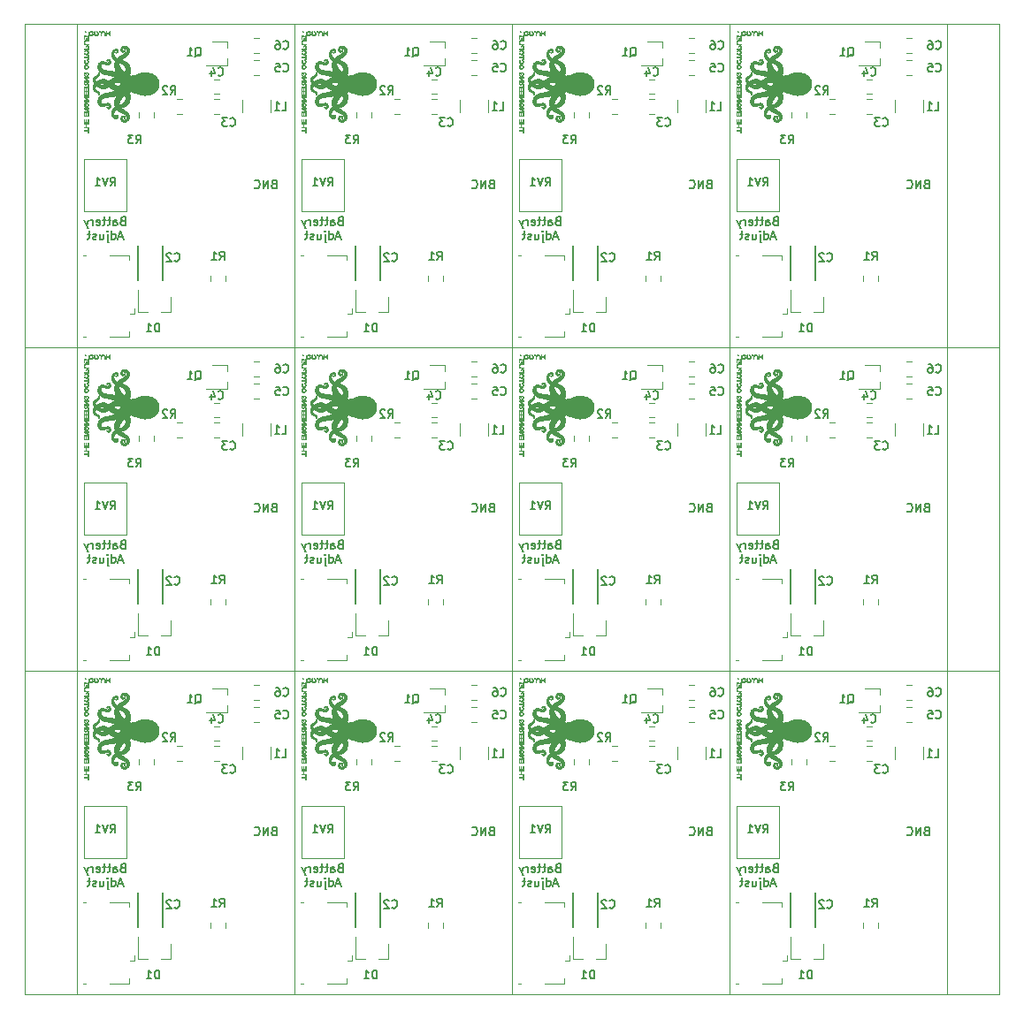
<source format=gbr>
G04 #@! TF.GenerationSoftware,KiCad,Pcbnew,(5.1.5)-3*
G04 #@! TF.CreationDate,2020-09-12T19:14:49+01:00*
G04 #@! TF.ProjectId,OTK_Panel,4f544b5f-5061-46e6-956c-2e6b69636164,rev?*
G04 #@! TF.SameCoordinates,Original*
G04 #@! TF.FileFunction,Legend,Bot*
G04 #@! TF.FilePolarity,Positive*
%FSLAX46Y46*%
G04 Gerber Fmt 4.6, Leading zero omitted, Abs format (unit mm)*
G04 Created by KiCad (PCBNEW (5.1.5)-3) date 2020-09-12 19:14:49*
%MOMM*%
%LPD*%
G04 APERTURE LIST*
%ADD10C,0.050000*%
%ADD11C,0.153000*%
%ADD12C,0.120000*%
%ADD13C,0.010000*%
%ADD14C,0.150000*%
G04 APERTURE END LIST*
D10*
X192734500Y-108806300D02*
X197734500Y-108798300D01*
X192734500Y-77818300D02*
X197734500Y-77818300D01*
X109422500Y-108806300D02*
X104422500Y-108810300D01*
X109422500Y-77818300D02*
X104422500Y-77820300D01*
X104422500Y-139790300D02*
X109422500Y-139794300D01*
X104422500Y-46820300D02*
X104422500Y-139790300D01*
X109422500Y-46830300D02*
X104422500Y-46820300D01*
X192734500Y-139794300D02*
X197734500Y-139790300D01*
X197734500Y-46830300D02*
X197734500Y-139790300D01*
X192734500Y-46830300D02*
X197734500Y-46830300D01*
D11*
X149107404Y-124116157D02*
X148993119Y-124154252D01*
X148955023Y-124192347D01*
X148916928Y-124268538D01*
X148916928Y-124382823D01*
X148955023Y-124459014D01*
X148993119Y-124497109D01*
X149069309Y-124535204D01*
X149374071Y-124535204D01*
X149374071Y-123735204D01*
X149107404Y-123735204D01*
X149031214Y-123773300D01*
X148993119Y-123811395D01*
X148955023Y-123887585D01*
X148955023Y-123963776D01*
X148993119Y-124039966D01*
X149031214Y-124078061D01*
X149107404Y-124116157D01*
X149374071Y-124116157D01*
X148574071Y-124535204D02*
X148574071Y-123735204D01*
X148116928Y-124535204D01*
X148116928Y-123735204D01*
X147278833Y-124459014D02*
X147316928Y-124497109D01*
X147431214Y-124535204D01*
X147507404Y-124535204D01*
X147621690Y-124497109D01*
X147697880Y-124420919D01*
X147735976Y-124344728D01*
X147774071Y-124192347D01*
X147774071Y-124078061D01*
X147735976Y-123925680D01*
X147697880Y-123849490D01*
X147621690Y-123773300D01*
X147507404Y-123735204D01*
X147431214Y-123735204D01*
X147316928Y-123773300D01*
X147278833Y-123811395D01*
X134627642Y-127659657D02*
X134513357Y-127697752D01*
X134475261Y-127735847D01*
X134437166Y-127812038D01*
X134437166Y-127926323D01*
X134475261Y-128002514D01*
X134513357Y-128040609D01*
X134589547Y-128078704D01*
X134894309Y-128078704D01*
X134894309Y-127278704D01*
X134627642Y-127278704D01*
X134551452Y-127316800D01*
X134513357Y-127354895D01*
X134475261Y-127431085D01*
X134475261Y-127507276D01*
X134513357Y-127583466D01*
X134551452Y-127621561D01*
X134627642Y-127659657D01*
X134894309Y-127659657D01*
X133751452Y-128078704D02*
X133751452Y-127659657D01*
X133789547Y-127583466D01*
X133865738Y-127545371D01*
X134018119Y-127545371D01*
X134094309Y-127583466D01*
X133751452Y-128040609D02*
X133827642Y-128078704D01*
X134018119Y-128078704D01*
X134094309Y-128040609D01*
X134132404Y-127964419D01*
X134132404Y-127888228D01*
X134094309Y-127812038D01*
X134018119Y-127773942D01*
X133827642Y-127773942D01*
X133751452Y-127735847D01*
X133484785Y-127545371D02*
X133180023Y-127545371D01*
X133370500Y-127278704D02*
X133370500Y-127964419D01*
X133332404Y-128040609D01*
X133256214Y-128078704D01*
X133180023Y-128078704D01*
X133027642Y-127545371D02*
X132722880Y-127545371D01*
X132913357Y-127278704D02*
X132913357Y-127964419D01*
X132875261Y-128040609D01*
X132799071Y-128078704D01*
X132722880Y-128078704D01*
X132151452Y-128040609D02*
X132227642Y-128078704D01*
X132380023Y-128078704D01*
X132456214Y-128040609D01*
X132494309Y-127964419D01*
X132494309Y-127659657D01*
X132456214Y-127583466D01*
X132380023Y-127545371D01*
X132227642Y-127545371D01*
X132151452Y-127583466D01*
X132113357Y-127659657D01*
X132113357Y-127735847D01*
X132494309Y-127812038D01*
X131770500Y-128078704D02*
X131770500Y-127545371D01*
X131770500Y-127697752D02*
X131732404Y-127621561D01*
X131694309Y-127583466D01*
X131618119Y-127545371D01*
X131541928Y-127545371D01*
X131351452Y-127545371D02*
X131160976Y-128078704D01*
X130970500Y-127545371D02*
X131160976Y-128078704D01*
X131237166Y-128269180D01*
X131275261Y-128307276D01*
X131351452Y-128345371D01*
X134627642Y-129203133D02*
X134246690Y-129203133D01*
X134703833Y-129431704D02*
X134437166Y-128631704D01*
X134170500Y-129431704D01*
X133560976Y-129431704D02*
X133560976Y-128631704D01*
X133560976Y-129393609D02*
X133637166Y-129431704D01*
X133789547Y-129431704D01*
X133865738Y-129393609D01*
X133903833Y-129355514D01*
X133941928Y-129279323D01*
X133941928Y-129050752D01*
X133903833Y-128974561D01*
X133865738Y-128936466D01*
X133789547Y-128898371D01*
X133637166Y-128898371D01*
X133560976Y-128936466D01*
X133180023Y-128898371D02*
X133180023Y-129584085D01*
X133218119Y-129660276D01*
X133294309Y-129698371D01*
X133332404Y-129698371D01*
X133180023Y-128631704D02*
X133218119Y-128669800D01*
X133180023Y-128707895D01*
X133141928Y-128669800D01*
X133180023Y-128631704D01*
X133180023Y-128707895D01*
X132456214Y-128898371D02*
X132456214Y-129431704D01*
X132799071Y-128898371D02*
X132799071Y-129317419D01*
X132760976Y-129393609D01*
X132684785Y-129431704D01*
X132570500Y-129431704D01*
X132494309Y-129393609D01*
X132456214Y-129355514D01*
X132113357Y-129393609D02*
X132037166Y-129431704D01*
X131884785Y-129431704D01*
X131808595Y-129393609D01*
X131770500Y-129317419D01*
X131770500Y-129279323D01*
X131808595Y-129203133D01*
X131884785Y-129165038D01*
X131999071Y-129165038D01*
X132075261Y-129126942D01*
X132113357Y-129050752D01*
X132113357Y-129012657D01*
X132075261Y-128936466D01*
X131999071Y-128898371D01*
X131884785Y-128898371D01*
X131808595Y-128936466D01*
X131541928Y-128898371D02*
X131237166Y-128898371D01*
X131427642Y-128631704D02*
X131427642Y-129317419D01*
X131389547Y-129393609D01*
X131313357Y-129431704D01*
X131237166Y-129431704D01*
D10*
X109422500Y-139794300D02*
X109422500Y-108806300D01*
X171906500Y-139794300D02*
X171906500Y-108806300D01*
X130250500Y-139794300D02*
X109422500Y-139794300D01*
X171906500Y-139794300D02*
X151078500Y-139794300D01*
X130250500Y-108806300D02*
X130250500Y-139794300D01*
X151078500Y-108806300D02*
X151078500Y-139794300D01*
X171906500Y-108806300D02*
X171906500Y-139794300D01*
X151078500Y-108806300D02*
X171906500Y-108806300D01*
X192734500Y-108806300D02*
X192734500Y-139794300D01*
X151078500Y-139794300D02*
X151078500Y-108806300D01*
X109422500Y-108806300D02*
X130250500Y-108806300D01*
X151078500Y-139794300D02*
X130250500Y-139794300D01*
X130250500Y-108806300D02*
X151078500Y-108806300D01*
X130250500Y-139794300D02*
X130250500Y-108806300D01*
X192734500Y-139794300D02*
X171906500Y-139794300D01*
X171906500Y-108806300D02*
X192734500Y-108806300D01*
D11*
X176283642Y-127659657D02*
X176169357Y-127697752D01*
X176131261Y-127735847D01*
X176093166Y-127812038D01*
X176093166Y-127926323D01*
X176131261Y-128002514D01*
X176169357Y-128040609D01*
X176245547Y-128078704D01*
X176550309Y-128078704D01*
X176550309Y-127278704D01*
X176283642Y-127278704D01*
X176207452Y-127316800D01*
X176169357Y-127354895D01*
X176131261Y-127431085D01*
X176131261Y-127507276D01*
X176169357Y-127583466D01*
X176207452Y-127621561D01*
X176283642Y-127659657D01*
X176550309Y-127659657D01*
X175407452Y-128078704D02*
X175407452Y-127659657D01*
X175445547Y-127583466D01*
X175521738Y-127545371D01*
X175674119Y-127545371D01*
X175750309Y-127583466D01*
X175407452Y-128040609D02*
X175483642Y-128078704D01*
X175674119Y-128078704D01*
X175750309Y-128040609D01*
X175788404Y-127964419D01*
X175788404Y-127888228D01*
X175750309Y-127812038D01*
X175674119Y-127773942D01*
X175483642Y-127773942D01*
X175407452Y-127735847D01*
X175140785Y-127545371D02*
X174836023Y-127545371D01*
X175026500Y-127278704D02*
X175026500Y-127964419D01*
X174988404Y-128040609D01*
X174912214Y-128078704D01*
X174836023Y-128078704D01*
X174683642Y-127545371D02*
X174378880Y-127545371D01*
X174569357Y-127278704D02*
X174569357Y-127964419D01*
X174531261Y-128040609D01*
X174455071Y-128078704D01*
X174378880Y-128078704D01*
X173807452Y-128040609D02*
X173883642Y-128078704D01*
X174036023Y-128078704D01*
X174112214Y-128040609D01*
X174150309Y-127964419D01*
X174150309Y-127659657D01*
X174112214Y-127583466D01*
X174036023Y-127545371D01*
X173883642Y-127545371D01*
X173807452Y-127583466D01*
X173769357Y-127659657D01*
X173769357Y-127735847D01*
X174150309Y-127812038D01*
X173426500Y-128078704D02*
X173426500Y-127545371D01*
X173426500Y-127697752D02*
X173388404Y-127621561D01*
X173350309Y-127583466D01*
X173274119Y-127545371D01*
X173197928Y-127545371D01*
X173007452Y-127545371D02*
X172816976Y-128078704D01*
X172626500Y-127545371D02*
X172816976Y-128078704D01*
X172893166Y-128269180D01*
X172931261Y-128307276D01*
X173007452Y-128345371D01*
X176283642Y-129203133D02*
X175902690Y-129203133D01*
X176359833Y-129431704D02*
X176093166Y-128631704D01*
X175826500Y-129431704D01*
X175216976Y-129431704D02*
X175216976Y-128631704D01*
X175216976Y-129393609D02*
X175293166Y-129431704D01*
X175445547Y-129431704D01*
X175521738Y-129393609D01*
X175559833Y-129355514D01*
X175597928Y-129279323D01*
X175597928Y-129050752D01*
X175559833Y-128974561D01*
X175521738Y-128936466D01*
X175445547Y-128898371D01*
X175293166Y-128898371D01*
X175216976Y-128936466D01*
X174836023Y-128898371D02*
X174836023Y-129584085D01*
X174874119Y-129660276D01*
X174950309Y-129698371D01*
X174988404Y-129698371D01*
X174836023Y-128631704D02*
X174874119Y-128669800D01*
X174836023Y-128707895D01*
X174797928Y-128669800D01*
X174836023Y-128631704D01*
X174836023Y-128707895D01*
X174112214Y-128898371D02*
X174112214Y-129431704D01*
X174455071Y-128898371D02*
X174455071Y-129317419D01*
X174416976Y-129393609D01*
X174340785Y-129431704D01*
X174226500Y-129431704D01*
X174150309Y-129393609D01*
X174112214Y-129355514D01*
X173769357Y-129393609D02*
X173693166Y-129431704D01*
X173540785Y-129431704D01*
X173464595Y-129393609D01*
X173426500Y-129317419D01*
X173426500Y-129279323D01*
X173464595Y-129203133D01*
X173540785Y-129165038D01*
X173655071Y-129165038D01*
X173731261Y-129126942D01*
X173769357Y-129050752D01*
X173769357Y-129012657D01*
X173731261Y-128936466D01*
X173655071Y-128898371D01*
X173540785Y-128898371D01*
X173464595Y-128936466D01*
X173197928Y-128898371D02*
X172893166Y-128898371D01*
X173083642Y-128631704D02*
X173083642Y-129317419D01*
X173045547Y-129393609D01*
X172969357Y-129431704D01*
X172893166Y-129431704D01*
X190763404Y-124116157D02*
X190649119Y-124154252D01*
X190611023Y-124192347D01*
X190572928Y-124268538D01*
X190572928Y-124382823D01*
X190611023Y-124459014D01*
X190649119Y-124497109D01*
X190725309Y-124535204D01*
X191030071Y-124535204D01*
X191030071Y-123735204D01*
X190763404Y-123735204D01*
X190687214Y-123773300D01*
X190649119Y-123811395D01*
X190611023Y-123887585D01*
X190611023Y-123963776D01*
X190649119Y-124039966D01*
X190687214Y-124078061D01*
X190763404Y-124116157D01*
X191030071Y-124116157D01*
X190230071Y-124535204D02*
X190230071Y-123735204D01*
X189772928Y-124535204D01*
X189772928Y-123735204D01*
X188934833Y-124459014D02*
X188972928Y-124497109D01*
X189087214Y-124535204D01*
X189163404Y-124535204D01*
X189277690Y-124497109D01*
X189353880Y-124420919D01*
X189391976Y-124344728D01*
X189430071Y-124192347D01*
X189430071Y-124078061D01*
X189391976Y-123925680D01*
X189353880Y-123849490D01*
X189277690Y-123773300D01*
X189163404Y-123735204D01*
X189087214Y-123735204D01*
X188972928Y-123773300D01*
X188934833Y-123811395D01*
X113799642Y-127659657D02*
X113685357Y-127697752D01*
X113647261Y-127735847D01*
X113609166Y-127812038D01*
X113609166Y-127926323D01*
X113647261Y-128002514D01*
X113685357Y-128040609D01*
X113761547Y-128078704D01*
X114066309Y-128078704D01*
X114066309Y-127278704D01*
X113799642Y-127278704D01*
X113723452Y-127316800D01*
X113685357Y-127354895D01*
X113647261Y-127431085D01*
X113647261Y-127507276D01*
X113685357Y-127583466D01*
X113723452Y-127621561D01*
X113799642Y-127659657D01*
X114066309Y-127659657D01*
X112923452Y-128078704D02*
X112923452Y-127659657D01*
X112961547Y-127583466D01*
X113037738Y-127545371D01*
X113190119Y-127545371D01*
X113266309Y-127583466D01*
X112923452Y-128040609D02*
X112999642Y-128078704D01*
X113190119Y-128078704D01*
X113266309Y-128040609D01*
X113304404Y-127964419D01*
X113304404Y-127888228D01*
X113266309Y-127812038D01*
X113190119Y-127773942D01*
X112999642Y-127773942D01*
X112923452Y-127735847D01*
X112656785Y-127545371D02*
X112352023Y-127545371D01*
X112542500Y-127278704D02*
X112542500Y-127964419D01*
X112504404Y-128040609D01*
X112428214Y-128078704D01*
X112352023Y-128078704D01*
X112199642Y-127545371D02*
X111894880Y-127545371D01*
X112085357Y-127278704D02*
X112085357Y-127964419D01*
X112047261Y-128040609D01*
X111971071Y-128078704D01*
X111894880Y-128078704D01*
X111323452Y-128040609D02*
X111399642Y-128078704D01*
X111552023Y-128078704D01*
X111628214Y-128040609D01*
X111666309Y-127964419D01*
X111666309Y-127659657D01*
X111628214Y-127583466D01*
X111552023Y-127545371D01*
X111399642Y-127545371D01*
X111323452Y-127583466D01*
X111285357Y-127659657D01*
X111285357Y-127735847D01*
X111666309Y-127812038D01*
X110942500Y-128078704D02*
X110942500Y-127545371D01*
X110942500Y-127697752D02*
X110904404Y-127621561D01*
X110866309Y-127583466D01*
X110790119Y-127545371D01*
X110713928Y-127545371D01*
X110523452Y-127545371D02*
X110332976Y-128078704D01*
X110142500Y-127545371D02*
X110332976Y-128078704D01*
X110409166Y-128269180D01*
X110447261Y-128307276D01*
X110523452Y-128345371D01*
X113799642Y-129203133D02*
X113418690Y-129203133D01*
X113875833Y-129431704D02*
X113609166Y-128631704D01*
X113342500Y-129431704D01*
X112732976Y-129431704D02*
X112732976Y-128631704D01*
X112732976Y-129393609D02*
X112809166Y-129431704D01*
X112961547Y-129431704D01*
X113037738Y-129393609D01*
X113075833Y-129355514D01*
X113113928Y-129279323D01*
X113113928Y-129050752D01*
X113075833Y-128974561D01*
X113037738Y-128936466D01*
X112961547Y-128898371D01*
X112809166Y-128898371D01*
X112732976Y-128936466D01*
X112352023Y-128898371D02*
X112352023Y-129584085D01*
X112390119Y-129660276D01*
X112466309Y-129698371D01*
X112504404Y-129698371D01*
X112352023Y-128631704D02*
X112390119Y-128669800D01*
X112352023Y-128707895D01*
X112313928Y-128669800D01*
X112352023Y-128631704D01*
X112352023Y-128707895D01*
X111628214Y-128898371D02*
X111628214Y-129431704D01*
X111971071Y-128898371D02*
X111971071Y-129317419D01*
X111932976Y-129393609D01*
X111856785Y-129431704D01*
X111742500Y-129431704D01*
X111666309Y-129393609D01*
X111628214Y-129355514D01*
X111285357Y-129393609D02*
X111209166Y-129431704D01*
X111056785Y-129431704D01*
X110980595Y-129393609D01*
X110942500Y-129317419D01*
X110942500Y-129279323D01*
X110980595Y-129203133D01*
X111056785Y-129165038D01*
X111171071Y-129165038D01*
X111247261Y-129126942D01*
X111285357Y-129050752D01*
X111285357Y-129012657D01*
X111247261Y-128936466D01*
X111171071Y-128898371D01*
X111056785Y-128898371D01*
X110980595Y-128936466D01*
X110713928Y-128898371D02*
X110409166Y-128898371D01*
X110599642Y-128631704D02*
X110599642Y-129317419D01*
X110561547Y-129393609D01*
X110485357Y-129431704D01*
X110409166Y-129431704D01*
X128279404Y-124116157D02*
X128165119Y-124154252D01*
X128127023Y-124192347D01*
X128088928Y-124268538D01*
X128088928Y-124382823D01*
X128127023Y-124459014D01*
X128165119Y-124497109D01*
X128241309Y-124535204D01*
X128546071Y-124535204D01*
X128546071Y-123735204D01*
X128279404Y-123735204D01*
X128203214Y-123773300D01*
X128165119Y-123811395D01*
X128127023Y-123887585D01*
X128127023Y-123963776D01*
X128165119Y-124039966D01*
X128203214Y-124078061D01*
X128279404Y-124116157D01*
X128546071Y-124116157D01*
X127746071Y-124535204D02*
X127746071Y-123735204D01*
X127288928Y-124535204D01*
X127288928Y-123735204D01*
X126450833Y-124459014D02*
X126488928Y-124497109D01*
X126603214Y-124535204D01*
X126679404Y-124535204D01*
X126793690Y-124497109D01*
X126869880Y-124420919D01*
X126907976Y-124344728D01*
X126946071Y-124192347D01*
X126946071Y-124078061D01*
X126907976Y-123925680D01*
X126869880Y-123849490D01*
X126793690Y-123773300D01*
X126679404Y-123735204D01*
X126603214Y-123735204D01*
X126488928Y-123773300D01*
X126450833Y-123811395D01*
X155455642Y-127659657D02*
X155341357Y-127697752D01*
X155303261Y-127735847D01*
X155265166Y-127812038D01*
X155265166Y-127926323D01*
X155303261Y-128002514D01*
X155341357Y-128040609D01*
X155417547Y-128078704D01*
X155722309Y-128078704D01*
X155722309Y-127278704D01*
X155455642Y-127278704D01*
X155379452Y-127316800D01*
X155341357Y-127354895D01*
X155303261Y-127431085D01*
X155303261Y-127507276D01*
X155341357Y-127583466D01*
X155379452Y-127621561D01*
X155455642Y-127659657D01*
X155722309Y-127659657D01*
X154579452Y-128078704D02*
X154579452Y-127659657D01*
X154617547Y-127583466D01*
X154693738Y-127545371D01*
X154846119Y-127545371D01*
X154922309Y-127583466D01*
X154579452Y-128040609D02*
X154655642Y-128078704D01*
X154846119Y-128078704D01*
X154922309Y-128040609D01*
X154960404Y-127964419D01*
X154960404Y-127888228D01*
X154922309Y-127812038D01*
X154846119Y-127773942D01*
X154655642Y-127773942D01*
X154579452Y-127735847D01*
X154312785Y-127545371D02*
X154008023Y-127545371D01*
X154198500Y-127278704D02*
X154198500Y-127964419D01*
X154160404Y-128040609D01*
X154084214Y-128078704D01*
X154008023Y-128078704D01*
X153855642Y-127545371D02*
X153550880Y-127545371D01*
X153741357Y-127278704D02*
X153741357Y-127964419D01*
X153703261Y-128040609D01*
X153627071Y-128078704D01*
X153550880Y-128078704D01*
X152979452Y-128040609D02*
X153055642Y-128078704D01*
X153208023Y-128078704D01*
X153284214Y-128040609D01*
X153322309Y-127964419D01*
X153322309Y-127659657D01*
X153284214Y-127583466D01*
X153208023Y-127545371D01*
X153055642Y-127545371D01*
X152979452Y-127583466D01*
X152941357Y-127659657D01*
X152941357Y-127735847D01*
X153322309Y-127812038D01*
X152598500Y-128078704D02*
X152598500Y-127545371D01*
X152598500Y-127697752D02*
X152560404Y-127621561D01*
X152522309Y-127583466D01*
X152446119Y-127545371D01*
X152369928Y-127545371D01*
X152179452Y-127545371D02*
X151988976Y-128078704D01*
X151798500Y-127545371D02*
X151988976Y-128078704D01*
X152065166Y-128269180D01*
X152103261Y-128307276D01*
X152179452Y-128345371D01*
X155455642Y-129203133D02*
X155074690Y-129203133D01*
X155531833Y-129431704D02*
X155265166Y-128631704D01*
X154998500Y-129431704D01*
X154388976Y-129431704D02*
X154388976Y-128631704D01*
X154388976Y-129393609D02*
X154465166Y-129431704D01*
X154617547Y-129431704D01*
X154693738Y-129393609D01*
X154731833Y-129355514D01*
X154769928Y-129279323D01*
X154769928Y-129050752D01*
X154731833Y-128974561D01*
X154693738Y-128936466D01*
X154617547Y-128898371D01*
X154465166Y-128898371D01*
X154388976Y-128936466D01*
X154008023Y-128898371D02*
X154008023Y-129584085D01*
X154046119Y-129660276D01*
X154122309Y-129698371D01*
X154160404Y-129698371D01*
X154008023Y-128631704D02*
X154046119Y-128669800D01*
X154008023Y-128707895D01*
X153969928Y-128669800D01*
X154008023Y-128631704D01*
X154008023Y-128707895D01*
X153284214Y-128898371D02*
X153284214Y-129431704D01*
X153627071Y-128898371D02*
X153627071Y-129317419D01*
X153588976Y-129393609D01*
X153512785Y-129431704D01*
X153398500Y-129431704D01*
X153322309Y-129393609D01*
X153284214Y-129355514D01*
X152941357Y-129393609D02*
X152865166Y-129431704D01*
X152712785Y-129431704D01*
X152636595Y-129393609D01*
X152598500Y-129317419D01*
X152598500Y-129279323D01*
X152636595Y-129203133D01*
X152712785Y-129165038D01*
X152827071Y-129165038D01*
X152903261Y-129126942D01*
X152941357Y-129050752D01*
X152941357Y-129012657D01*
X152903261Y-128936466D01*
X152827071Y-128898371D01*
X152712785Y-128898371D01*
X152636595Y-128936466D01*
X152369928Y-128898371D02*
X152065166Y-128898371D01*
X152255642Y-128631704D02*
X152255642Y-129317419D01*
X152217547Y-129393609D01*
X152141357Y-129431704D01*
X152065166Y-129431704D01*
X169935404Y-124116157D02*
X169821119Y-124154252D01*
X169783023Y-124192347D01*
X169744928Y-124268538D01*
X169744928Y-124382823D01*
X169783023Y-124459014D01*
X169821119Y-124497109D01*
X169897309Y-124535204D01*
X170202071Y-124535204D01*
X170202071Y-123735204D01*
X169935404Y-123735204D01*
X169859214Y-123773300D01*
X169821119Y-123811395D01*
X169783023Y-123887585D01*
X169783023Y-123963776D01*
X169821119Y-124039966D01*
X169859214Y-124078061D01*
X169935404Y-124116157D01*
X170202071Y-124116157D01*
X169402071Y-124535204D02*
X169402071Y-123735204D01*
X168944928Y-124535204D01*
X168944928Y-123735204D01*
X168106833Y-124459014D02*
X168144928Y-124497109D01*
X168259214Y-124535204D01*
X168335404Y-124535204D01*
X168449690Y-124497109D01*
X168525880Y-124420919D01*
X168563976Y-124344728D01*
X168602071Y-124192347D01*
X168602071Y-124078061D01*
X168563976Y-123925680D01*
X168525880Y-123849490D01*
X168449690Y-123773300D01*
X168335404Y-123735204D01*
X168259214Y-123735204D01*
X168144928Y-123773300D01*
X168106833Y-123811395D01*
X149107404Y-93128157D02*
X148993119Y-93166252D01*
X148955023Y-93204347D01*
X148916928Y-93280538D01*
X148916928Y-93394823D01*
X148955023Y-93471014D01*
X148993119Y-93509109D01*
X149069309Y-93547204D01*
X149374071Y-93547204D01*
X149374071Y-92747204D01*
X149107404Y-92747204D01*
X149031214Y-92785300D01*
X148993119Y-92823395D01*
X148955023Y-92899585D01*
X148955023Y-92975776D01*
X148993119Y-93051966D01*
X149031214Y-93090061D01*
X149107404Y-93128157D01*
X149374071Y-93128157D01*
X148574071Y-93547204D02*
X148574071Y-92747204D01*
X148116928Y-93547204D01*
X148116928Y-92747204D01*
X147278833Y-93471014D02*
X147316928Y-93509109D01*
X147431214Y-93547204D01*
X147507404Y-93547204D01*
X147621690Y-93509109D01*
X147697880Y-93432919D01*
X147735976Y-93356728D01*
X147774071Y-93204347D01*
X147774071Y-93090061D01*
X147735976Y-92937680D01*
X147697880Y-92861490D01*
X147621690Y-92785300D01*
X147507404Y-92747204D01*
X147431214Y-92747204D01*
X147316928Y-92785300D01*
X147278833Y-92823395D01*
X134627642Y-96671657D02*
X134513357Y-96709752D01*
X134475261Y-96747847D01*
X134437166Y-96824038D01*
X134437166Y-96938323D01*
X134475261Y-97014514D01*
X134513357Y-97052609D01*
X134589547Y-97090704D01*
X134894309Y-97090704D01*
X134894309Y-96290704D01*
X134627642Y-96290704D01*
X134551452Y-96328800D01*
X134513357Y-96366895D01*
X134475261Y-96443085D01*
X134475261Y-96519276D01*
X134513357Y-96595466D01*
X134551452Y-96633561D01*
X134627642Y-96671657D01*
X134894309Y-96671657D01*
X133751452Y-97090704D02*
X133751452Y-96671657D01*
X133789547Y-96595466D01*
X133865738Y-96557371D01*
X134018119Y-96557371D01*
X134094309Y-96595466D01*
X133751452Y-97052609D02*
X133827642Y-97090704D01*
X134018119Y-97090704D01*
X134094309Y-97052609D01*
X134132404Y-96976419D01*
X134132404Y-96900228D01*
X134094309Y-96824038D01*
X134018119Y-96785942D01*
X133827642Y-96785942D01*
X133751452Y-96747847D01*
X133484785Y-96557371D02*
X133180023Y-96557371D01*
X133370500Y-96290704D02*
X133370500Y-96976419D01*
X133332404Y-97052609D01*
X133256214Y-97090704D01*
X133180023Y-97090704D01*
X133027642Y-96557371D02*
X132722880Y-96557371D01*
X132913357Y-96290704D02*
X132913357Y-96976419D01*
X132875261Y-97052609D01*
X132799071Y-97090704D01*
X132722880Y-97090704D01*
X132151452Y-97052609D02*
X132227642Y-97090704D01*
X132380023Y-97090704D01*
X132456214Y-97052609D01*
X132494309Y-96976419D01*
X132494309Y-96671657D01*
X132456214Y-96595466D01*
X132380023Y-96557371D01*
X132227642Y-96557371D01*
X132151452Y-96595466D01*
X132113357Y-96671657D01*
X132113357Y-96747847D01*
X132494309Y-96824038D01*
X131770500Y-97090704D02*
X131770500Y-96557371D01*
X131770500Y-96709752D02*
X131732404Y-96633561D01*
X131694309Y-96595466D01*
X131618119Y-96557371D01*
X131541928Y-96557371D01*
X131351452Y-96557371D02*
X131160976Y-97090704D01*
X130970500Y-96557371D02*
X131160976Y-97090704D01*
X131237166Y-97281180D01*
X131275261Y-97319276D01*
X131351452Y-97357371D01*
X134627642Y-98215133D02*
X134246690Y-98215133D01*
X134703833Y-98443704D02*
X134437166Y-97643704D01*
X134170500Y-98443704D01*
X133560976Y-98443704D02*
X133560976Y-97643704D01*
X133560976Y-98405609D02*
X133637166Y-98443704D01*
X133789547Y-98443704D01*
X133865738Y-98405609D01*
X133903833Y-98367514D01*
X133941928Y-98291323D01*
X133941928Y-98062752D01*
X133903833Y-97986561D01*
X133865738Y-97948466D01*
X133789547Y-97910371D01*
X133637166Y-97910371D01*
X133560976Y-97948466D01*
X133180023Y-97910371D02*
X133180023Y-98596085D01*
X133218119Y-98672276D01*
X133294309Y-98710371D01*
X133332404Y-98710371D01*
X133180023Y-97643704D02*
X133218119Y-97681800D01*
X133180023Y-97719895D01*
X133141928Y-97681800D01*
X133180023Y-97643704D01*
X133180023Y-97719895D01*
X132456214Y-97910371D02*
X132456214Y-98443704D01*
X132799071Y-97910371D02*
X132799071Y-98329419D01*
X132760976Y-98405609D01*
X132684785Y-98443704D01*
X132570500Y-98443704D01*
X132494309Y-98405609D01*
X132456214Y-98367514D01*
X132113357Y-98405609D02*
X132037166Y-98443704D01*
X131884785Y-98443704D01*
X131808595Y-98405609D01*
X131770500Y-98329419D01*
X131770500Y-98291323D01*
X131808595Y-98215133D01*
X131884785Y-98177038D01*
X131999071Y-98177038D01*
X132075261Y-98138942D01*
X132113357Y-98062752D01*
X132113357Y-98024657D01*
X132075261Y-97948466D01*
X131999071Y-97910371D01*
X131884785Y-97910371D01*
X131808595Y-97948466D01*
X131541928Y-97910371D02*
X131237166Y-97910371D01*
X131427642Y-97643704D02*
X131427642Y-98329419D01*
X131389547Y-98405609D01*
X131313357Y-98443704D01*
X131237166Y-98443704D01*
D10*
X109422500Y-108806300D02*
X109422500Y-77818300D01*
X171906500Y-108806300D02*
X171906500Y-77818300D01*
X130250500Y-108806300D02*
X109422500Y-108806300D01*
X171906500Y-108806300D02*
X151078500Y-108806300D01*
X130250500Y-77818300D02*
X130250500Y-108806300D01*
X151078500Y-77818300D02*
X151078500Y-108806300D01*
X171906500Y-77818300D02*
X171906500Y-108806300D01*
X151078500Y-77818300D02*
X171906500Y-77818300D01*
X192734500Y-77818300D02*
X192734500Y-108806300D01*
X151078500Y-108806300D02*
X151078500Y-77818300D01*
X109422500Y-77818300D02*
X130250500Y-77818300D01*
X151078500Y-108806300D02*
X130250500Y-108806300D01*
X130250500Y-77818300D02*
X151078500Y-77818300D01*
X130250500Y-108806300D02*
X130250500Y-77818300D01*
X192734500Y-108806300D02*
X171906500Y-108806300D01*
X171906500Y-77818300D02*
X192734500Y-77818300D01*
D11*
X176283642Y-96671657D02*
X176169357Y-96709752D01*
X176131261Y-96747847D01*
X176093166Y-96824038D01*
X176093166Y-96938323D01*
X176131261Y-97014514D01*
X176169357Y-97052609D01*
X176245547Y-97090704D01*
X176550309Y-97090704D01*
X176550309Y-96290704D01*
X176283642Y-96290704D01*
X176207452Y-96328800D01*
X176169357Y-96366895D01*
X176131261Y-96443085D01*
X176131261Y-96519276D01*
X176169357Y-96595466D01*
X176207452Y-96633561D01*
X176283642Y-96671657D01*
X176550309Y-96671657D01*
X175407452Y-97090704D02*
X175407452Y-96671657D01*
X175445547Y-96595466D01*
X175521738Y-96557371D01*
X175674119Y-96557371D01*
X175750309Y-96595466D01*
X175407452Y-97052609D02*
X175483642Y-97090704D01*
X175674119Y-97090704D01*
X175750309Y-97052609D01*
X175788404Y-96976419D01*
X175788404Y-96900228D01*
X175750309Y-96824038D01*
X175674119Y-96785942D01*
X175483642Y-96785942D01*
X175407452Y-96747847D01*
X175140785Y-96557371D02*
X174836023Y-96557371D01*
X175026500Y-96290704D02*
X175026500Y-96976419D01*
X174988404Y-97052609D01*
X174912214Y-97090704D01*
X174836023Y-97090704D01*
X174683642Y-96557371D02*
X174378880Y-96557371D01*
X174569357Y-96290704D02*
X174569357Y-96976419D01*
X174531261Y-97052609D01*
X174455071Y-97090704D01*
X174378880Y-97090704D01*
X173807452Y-97052609D02*
X173883642Y-97090704D01*
X174036023Y-97090704D01*
X174112214Y-97052609D01*
X174150309Y-96976419D01*
X174150309Y-96671657D01*
X174112214Y-96595466D01*
X174036023Y-96557371D01*
X173883642Y-96557371D01*
X173807452Y-96595466D01*
X173769357Y-96671657D01*
X173769357Y-96747847D01*
X174150309Y-96824038D01*
X173426500Y-97090704D02*
X173426500Y-96557371D01*
X173426500Y-96709752D02*
X173388404Y-96633561D01*
X173350309Y-96595466D01*
X173274119Y-96557371D01*
X173197928Y-96557371D01*
X173007452Y-96557371D02*
X172816976Y-97090704D01*
X172626500Y-96557371D02*
X172816976Y-97090704D01*
X172893166Y-97281180D01*
X172931261Y-97319276D01*
X173007452Y-97357371D01*
X176283642Y-98215133D02*
X175902690Y-98215133D01*
X176359833Y-98443704D02*
X176093166Y-97643704D01*
X175826500Y-98443704D01*
X175216976Y-98443704D02*
X175216976Y-97643704D01*
X175216976Y-98405609D02*
X175293166Y-98443704D01*
X175445547Y-98443704D01*
X175521738Y-98405609D01*
X175559833Y-98367514D01*
X175597928Y-98291323D01*
X175597928Y-98062752D01*
X175559833Y-97986561D01*
X175521738Y-97948466D01*
X175445547Y-97910371D01*
X175293166Y-97910371D01*
X175216976Y-97948466D01*
X174836023Y-97910371D02*
X174836023Y-98596085D01*
X174874119Y-98672276D01*
X174950309Y-98710371D01*
X174988404Y-98710371D01*
X174836023Y-97643704D02*
X174874119Y-97681800D01*
X174836023Y-97719895D01*
X174797928Y-97681800D01*
X174836023Y-97643704D01*
X174836023Y-97719895D01*
X174112214Y-97910371D02*
X174112214Y-98443704D01*
X174455071Y-97910371D02*
X174455071Y-98329419D01*
X174416976Y-98405609D01*
X174340785Y-98443704D01*
X174226500Y-98443704D01*
X174150309Y-98405609D01*
X174112214Y-98367514D01*
X173769357Y-98405609D02*
X173693166Y-98443704D01*
X173540785Y-98443704D01*
X173464595Y-98405609D01*
X173426500Y-98329419D01*
X173426500Y-98291323D01*
X173464595Y-98215133D01*
X173540785Y-98177038D01*
X173655071Y-98177038D01*
X173731261Y-98138942D01*
X173769357Y-98062752D01*
X173769357Y-98024657D01*
X173731261Y-97948466D01*
X173655071Y-97910371D01*
X173540785Y-97910371D01*
X173464595Y-97948466D01*
X173197928Y-97910371D02*
X172893166Y-97910371D01*
X173083642Y-97643704D02*
X173083642Y-98329419D01*
X173045547Y-98405609D01*
X172969357Y-98443704D01*
X172893166Y-98443704D01*
X190763404Y-93128157D02*
X190649119Y-93166252D01*
X190611023Y-93204347D01*
X190572928Y-93280538D01*
X190572928Y-93394823D01*
X190611023Y-93471014D01*
X190649119Y-93509109D01*
X190725309Y-93547204D01*
X191030071Y-93547204D01*
X191030071Y-92747204D01*
X190763404Y-92747204D01*
X190687214Y-92785300D01*
X190649119Y-92823395D01*
X190611023Y-92899585D01*
X190611023Y-92975776D01*
X190649119Y-93051966D01*
X190687214Y-93090061D01*
X190763404Y-93128157D01*
X191030071Y-93128157D01*
X190230071Y-93547204D02*
X190230071Y-92747204D01*
X189772928Y-93547204D01*
X189772928Y-92747204D01*
X188934833Y-93471014D02*
X188972928Y-93509109D01*
X189087214Y-93547204D01*
X189163404Y-93547204D01*
X189277690Y-93509109D01*
X189353880Y-93432919D01*
X189391976Y-93356728D01*
X189430071Y-93204347D01*
X189430071Y-93090061D01*
X189391976Y-92937680D01*
X189353880Y-92861490D01*
X189277690Y-92785300D01*
X189163404Y-92747204D01*
X189087214Y-92747204D01*
X188972928Y-92785300D01*
X188934833Y-92823395D01*
X113799642Y-96671657D02*
X113685357Y-96709752D01*
X113647261Y-96747847D01*
X113609166Y-96824038D01*
X113609166Y-96938323D01*
X113647261Y-97014514D01*
X113685357Y-97052609D01*
X113761547Y-97090704D01*
X114066309Y-97090704D01*
X114066309Y-96290704D01*
X113799642Y-96290704D01*
X113723452Y-96328800D01*
X113685357Y-96366895D01*
X113647261Y-96443085D01*
X113647261Y-96519276D01*
X113685357Y-96595466D01*
X113723452Y-96633561D01*
X113799642Y-96671657D01*
X114066309Y-96671657D01*
X112923452Y-97090704D02*
X112923452Y-96671657D01*
X112961547Y-96595466D01*
X113037738Y-96557371D01*
X113190119Y-96557371D01*
X113266309Y-96595466D01*
X112923452Y-97052609D02*
X112999642Y-97090704D01*
X113190119Y-97090704D01*
X113266309Y-97052609D01*
X113304404Y-96976419D01*
X113304404Y-96900228D01*
X113266309Y-96824038D01*
X113190119Y-96785942D01*
X112999642Y-96785942D01*
X112923452Y-96747847D01*
X112656785Y-96557371D02*
X112352023Y-96557371D01*
X112542500Y-96290704D02*
X112542500Y-96976419D01*
X112504404Y-97052609D01*
X112428214Y-97090704D01*
X112352023Y-97090704D01*
X112199642Y-96557371D02*
X111894880Y-96557371D01*
X112085357Y-96290704D02*
X112085357Y-96976419D01*
X112047261Y-97052609D01*
X111971071Y-97090704D01*
X111894880Y-97090704D01*
X111323452Y-97052609D02*
X111399642Y-97090704D01*
X111552023Y-97090704D01*
X111628214Y-97052609D01*
X111666309Y-96976419D01*
X111666309Y-96671657D01*
X111628214Y-96595466D01*
X111552023Y-96557371D01*
X111399642Y-96557371D01*
X111323452Y-96595466D01*
X111285357Y-96671657D01*
X111285357Y-96747847D01*
X111666309Y-96824038D01*
X110942500Y-97090704D02*
X110942500Y-96557371D01*
X110942500Y-96709752D02*
X110904404Y-96633561D01*
X110866309Y-96595466D01*
X110790119Y-96557371D01*
X110713928Y-96557371D01*
X110523452Y-96557371D02*
X110332976Y-97090704D01*
X110142500Y-96557371D02*
X110332976Y-97090704D01*
X110409166Y-97281180D01*
X110447261Y-97319276D01*
X110523452Y-97357371D01*
X113799642Y-98215133D02*
X113418690Y-98215133D01*
X113875833Y-98443704D02*
X113609166Y-97643704D01*
X113342500Y-98443704D01*
X112732976Y-98443704D02*
X112732976Y-97643704D01*
X112732976Y-98405609D02*
X112809166Y-98443704D01*
X112961547Y-98443704D01*
X113037738Y-98405609D01*
X113075833Y-98367514D01*
X113113928Y-98291323D01*
X113113928Y-98062752D01*
X113075833Y-97986561D01*
X113037738Y-97948466D01*
X112961547Y-97910371D01*
X112809166Y-97910371D01*
X112732976Y-97948466D01*
X112352023Y-97910371D02*
X112352023Y-98596085D01*
X112390119Y-98672276D01*
X112466309Y-98710371D01*
X112504404Y-98710371D01*
X112352023Y-97643704D02*
X112390119Y-97681800D01*
X112352023Y-97719895D01*
X112313928Y-97681800D01*
X112352023Y-97643704D01*
X112352023Y-97719895D01*
X111628214Y-97910371D02*
X111628214Y-98443704D01*
X111971071Y-97910371D02*
X111971071Y-98329419D01*
X111932976Y-98405609D01*
X111856785Y-98443704D01*
X111742500Y-98443704D01*
X111666309Y-98405609D01*
X111628214Y-98367514D01*
X111285357Y-98405609D02*
X111209166Y-98443704D01*
X111056785Y-98443704D01*
X110980595Y-98405609D01*
X110942500Y-98329419D01*
X110942500Y-98291323D01*
X110980595Y-98215133D01*
X111056785Y-98177038D01*
X111171071Y-98177038D01*
X111247261Y-98138942D01*
X111285357Y-98062752D01*
X111285357Y-98024657D01*
X111247261Y-97948466D01*
X111171071Y-97910371D01*
X111056785Y-97910371D01*
X110980595Y-97948466D01*
X110713928Y-97910371D02*
X110409166Y-97910371D01*
X110599642Y-97643704D02*
X110599642Y-98329419D01*
X110561547Y-98405609D01*
X110485357Y-98443704D01*
X110409166Y-98443704D01*
X128279404Y-93128157D02*
X128165119Y-93166252D01*
X128127023Y-93204347D01*
X128088928Y-93280538D01*
X128088928Y-93394823D01*
X128127023Y-93471014D01*
X128165119Y-93509109D01*
X128241309Y-93547204D01*
X128546071Y-93547204D01*
X128546071Y-92747204D01*
X128279404Y-92747204D01*
X128203214Y-92785300D01*
X128165119Y-92823395D01*
X128127023Y-92899585D01*
X128127023Y-92975776D01*
X128165119Y-93051966D01*
X128203214Y-93090061D01*
X128279404Y-93128157D01*
X128546071Y-93128157D01*
X127746071Y-93547204D02*
X127746071Y-92747204D01*
X127288928Y-93547204D01*
X127288928Y-92747204D01*
X126450833Y-93471014D02*
X126488928Y-93509109D01*
X126603214Y-93547204D01*
X126679404Y-93547204D01*
X126793690Y-93509109D01*
X126869880Y-93432919D01*
X126907976Y-93356728D01*
X126946071Y-93204347D01*
X126946071Y-93090061D01*
X126907976Y-92937680D01*
X126869880Y-92861490D01*
X126793690Y-92785300D01*
X126679404Y-92747204D01*
X126603214Y-92747204D01*
X126488928Y-92785300D01*
X126450833Y-92823395D01*
X155455642Y-96671657D02*
X155341357Y-96709752D01*
X155303261Y-96747847D01*
X155265166Y-96824038D01*
X155265166Y-96938323D01*
X155303261Y-97014514D01*
X155341357Y-97052609D01*
X155417547Y-97090704D01*
X155722309Y-97090704D01*
X155722309Y-96290704D01*
X155455642Y-96290704D01*
X155379452Y-96328800D01*
X155341357Y-96366895D01*
X155303261Y-96443085D01*
X155303261Y-96519276D01*
X155341357Y-96595466D01*
X155379452Y-96633561D01*
X155455642Y-96671657D01*
X155722309Y-96671657D01*
X154579452Y-97090704D02*
X154579452Y-96671657D01*
X154617547Y-96595466D01*
X154693738Y-96557371D01*
X154846119Y-96557371D01*
X154922309Y-96595466D01*
X154579452Y-97052609D02*
X154655642Y-97090704D01*
X154846119Y-97090704D01*
X154922309Y-97052609D01*
X154960404Y-96976419D01*
X154960404Y-96900228D01*
X154922309Y-96824038D01*
X154846119Y-96785942D01*
X154655642Y-96785942D01*
X154579452Y-96747847D01*
X154312785Y-96557371D02*
X154008023Y-96557371D01*
X154198500Y-96290704D02*
X154198500Y-96976419D01*
X154160404Y-97052609D01*
X154084214Y-97090704D01*
X154008023Y-97090704D01*
X153855642Y-96557371D02*
X153550880Y-96557371D01*
X153741357Y-96290704D02*
X153741357Y-96976419D01*
X153703261Y-97052609D01*
X153627071Y-97090704D01*
X153550880Y-97090704D01*
X152979452Y-97052609D02*
X153055642Y-97090704D01*
X153208023Y-97090704D01*
X153284214Y-97052609D01*
X153322309Y-96976419D01*
X153322309Y-96671657D01*
X153284214Y-96595466D01*
X153208023Y-96557371D01*
X153055642Y-96557371D01*
X152979452Y-96595466D01*
X152941357Y-96671657D01*
X152941357Y-96747847D01*
X153322309Y-96824038D01*
X152598500Y-97090704D02*
X152598500Y-96557371D01*
X152598500Y-96709752D02*
X152560404Y-96633561D01*
X152522309Y-96595466D01*
X152446119Y-96557371D01*
X152369928Y-96557371D01*
X152179452Y-96557371D02*
X151988976Y-97090704D01*
X151798500Y-96557371D02*
X151988976Y-97090704D01*
X152065166Y-97281180D01*
X152103261Y-97319276D01*
X152179452Y-97357371D01*
X155455642Y-98215133D02*
X155074690Y-98215133D01*
X155531833Y-98443704D02*
X155265166Y-97643704D01*
X154998500Y-98443704D01*
X154388976Y-98443704D02*
X154388976Y-97643704D01*
X154388976Y-98405609D02*
X154465166Y-98443704D01*
X154617547Y-98443704D01*
X154693738Y-98405609D01*
X154731833Y-98367514D01*
X154769928Y-98291323D01*
X154769928Y-98062752D01*
X154731833Y-97986561D01*
X154693738Y-97948466D01*
X154617547Y-97910371D01*
X154465166Y-97910371D01*
X154388976Y-97948466D01*
X154008023Y-97910371D02*
X154008023Y-98596085D01*
X154046119Y-98672276D01*
X154122309Y-98710371D01*
X154160404Y-98710371D01*
X154008023Y-97643704D02*
X154046119Y-97681800D01*
X154008023Y-97719895D01*
X153969928Y-97681800D01*
X154008023Y-97643704D01*
X154008023Y-97719895D01*
X153284214Y-97910371D02*
X153284214Y-98443704D01*
X153627071Y-97910371D02*
X153627071Y-98329419D01*
X153588976Y-98405609D01*
X153512785Y-98443704D01*
X153398500Y-98443704D01*
X153322309Y-98405609D01*
X153284214Y-98367514D01*
X152941357Y-98405609D02*
X152865166Y-98443704D01*
X152712785Y-98443704D01*
X152636595Y-98405609D01*
X152598500Y-98329419D01*
X152598500Y-98291323D01*
X152636595Y-98215133D01*
X152712785Y-98177038D01*
X152827071Y-98177038D01*
X152903261Y-98138942D01*
X152941357Y-98062752D01*
X152941357Y-98024657D01*
X152903261Y-97948466D01*
X152827071Y-97910371D01*
X152712785Y-97910371D01*
X152636595Y-97948466D01*
X152369928Y-97910371D02*
X152065166Y-97910371D01*
X152255642Y-97643704D02*
X152255642Y-98329419D01*
X152217547Y-98405609D01*
X152141357Y-98443704D01*
X152065166Y-98443704D01*
X169935404Y-93128157D02*
X169821119Y-93166252D01*
X169783023Y-93204347D01*
X169744928Y-93280538D01*
X169744928Y-93394823D01*
X169783023Y-93471014D01*
X169821119Y-93509109D01*
X169897309Y-93547204D01*
X170202071Y-93547204D01*
X170202071Y-92747204D01*
X169935404Y-92747204D01*
X169859214Y-92785300D01*
X169821119Y-92823395D01*
X169783023Y-92899585D01*
X169783023Y-92975776D01*
X169821119Y-93051966D01*
X169859214Y-93090061D01*
X169935404Y-93128157D01*
X170202071Y-93128157D01*
X169402071Y-93547204D02*
X169402071Y-92747204D01*
X168944928Y-93547204D01*
X168944928Y-92747204D01*
X168106833Y-93471014D02*
X168144928Y-93509109D01*
X168259214Y-93547204D01*
X168335404Y-93547204D01*
X168449690Y-93509109D01*
X168525880Y-93432919D01*
X168563976Y-93356728D01*
X168602071Y-93204347D01*
X168602071Y-93090061D01*
X168563976Y-92937680D01*
X168525880Y-92861490D01*
X168449690Y-92785300D01*
X168335404Y-92747204D01*
X168259214Y-92747204D01*
X168144928Y-92785300D01*
X168106833Y-92823395D01*
D10*
X171906500Y-77818300D02*
X171906500Y-46830300D01*
X192734500Y-77818300D02*
X171906500Y-77818300D01*
X192734500Y-46830300D02*
X192734500Y-77818300D01*
X171906500Y-46830300D02*
X192734500Y-46830300D01*
D11*
X176283642Y-65683657D02*
X176169357Y-65721752D01*
X176131261Y-65759847D01*
X176093166Y-65836038D01*
X176093166Y-65950323D01*
X176131261Y-66026514D01*
X176169357Y-66064609D01*
X176245547Y-66102704D01*
X176550309Y-66102704D01*
X176550309Y-65302704D01*
X176283642Y-65302704D01*
X176207452Y-65340800D01*
X176169357Y-65378895D01*
X176131261Y-65455085D01*
X176131261Y-65531276D01*
X176169357Y-65607466D01*
X176207452Y-65645561D01*
X176283642Y-65683657D01*
X176550309Y-65683657D01*
X175407452Y-66102704D02*
X175407452Y-65683657D01*
X175445547Y-65607466D01*
X175521738Y-65569371D01*
X175674119Y-65569371D01*
X175750309Y-65607466D01*
X175407452Y-66064609D02*
X175483642Y-66102704D01*
X175674119Y-66102704D01*
X175750309Y-66064609D01*
X175788404Y-65988419D01*
X175788404Y-65912228D01*
X175750309Y-65836038D01*
X175674119Y-65797942D01*
X175483642Y-65797942D01*
X175407452Y-65759847D01*
X175140785Y-65569371D02*
X174836023Y-65569371D01*
X175026500Y-65302704D02*
X175026500Y-65988419D01*
X174988404Y-66064609D01*
X174912214Y-66102704D01*
X174836023Y-66102704D01*
X174683642Y-65569371D02*
X174378880Y-65569371D01*
X174569357Y-65302704D02*
X174569357Y-65988419D01*
X174531261Y-66064609D01*
X174455071Y-66102704D01*
X174378880Y-66102704D01*
X173807452Y-66064609D02*
X173883642Y-66102704D01*
X174036023Y-66102704D01*
X174112214Y-66064609D01*
X174150309Y-65988419D01*
X174150309Y-65683657D01*
X174112214Y-65607466D01*
X174036023Y-65569371D01*
X173883642Y-65569371D01*
X173807452Y-65607466D01*
X173769357Y-65683657D01*
X173769357Y-65759847D01*
X174150309Y-65836038D01*
X173426500Y-66102704D02*
X173426500Y-65569371D01*
X173426500Y-65721752D02*
X173388404Y-65645561D01*
X173350309Y-65607466D01*
X173274119Y-65569371D01*
X173197928Y-65569371D01*
X173007452Y-65569371D02*
X172816976Y-66102704D01*
X172626500Y-65569371D02*
X172816976Y-66102704D01*
X172893166Y-66293180D01*
X172931261Y-66331276D01*
X173007452Y-66369371D01*
X176283642Y-67227133D02*
X175902690Y-67227133D01*
X176359833Y-67455704D02*
X176093166Y-66655704D01*
X175826500Y-67455704D01*
X175216976Y-67455704D02*
X175216976Y-66655704D01*
X175216976Y-67417609D02*
X175293166Y-67455704D01*
X175445547Y-67455704D01*
X175521738Y-67417609D01*
X175559833Y-67379514D01*
X175597928Y-67303323D01*
X175597928Y-67074752D01*
X175559833Y-66998561D01*
X175521738Y-66960466D01*
X175445547Y-66922371D01*
X175293166Y-66922371D01*
X175216976Y-66960466D01*
X174836023Y-66922371D02*
X174836023Y-67608085D01*
X174874119Y-67684276D01*
X174950309Y-67722371D01*
X174988404Y-67722371D01*
X174836023Y-66655704D02*
X174874119Y-66693800D01*
X174836023Y-66731895D01*
X174797928Y-66693800D01*
X174836023Y-66655704D01*
X174836023Y-66731895D01*
X174112214Y-66922371D02*
X174112214Y-67455704D01*
X174455071Y-66922371D02*
X174455071Y-67341419D01*
X174416976Y-67417609D01*
X174340785Y-67455704D01*
X174226500Y-67455704D01*
X174150309Y-67417609D01*
X174112214Y-67379514D01*
X173769357Y-67417609D02*
X173693166Y-67455704D01*
X173540785Y-67455704D01*
X173464595Y-67417609D01*
X173426500Y-67341419D01*
X173426500Y-67303323D01*
X173464595Y-67227133D01*
X173540785Y-67189038D01*
X173655071Y-67189038D01*
X173731261Y-67150942D01*
X173769357Y-67074752D01*
X173769357Y-67036657D01*
X173731261Y-66960466D01*
X173655071Y-66922371D01*
X173540785Y-66922371D01*
X173464595Y-66960466D01*
X173197928Y-66922371D02*
X172893166Y-66922371D01*
X173083642Y-66655704D02*
X173083642Y-67341419D01*
X173045547Y-67417609D01*
X172969357Y-67455704D01*
X172893166Y-67455704D01*
X190763404Y-62140157D02*
X190649119Y-62178252D01*
X190611023Y-62216347D01*
X190572928Y-62292538D01*
X190572928Y-62406823D01*
X190611023Y-62483014D01*
X190649119Y-62521109D01*
X190725309Y-62559204D01*
X191030071Y-62559204D01*
X191030071Y-61759204D01*
X190763404Y-61759204D01*
X190687214Y-61797300D01*
X190649119Y-61835395D01*
X190611023Y-61911585D01*
X190611023Y-61987776D01*
X190649119Y-62063966D01*
X190687214Y-62102061D01*
X190763404Y-62140157D01*
X191030071Y-62140157D01*
X190230071Y-62559204D02*
X190230071Y-61759204D01*
X189772928Y-62559204D01*
X189772928Y-61759204D01*
X188934833Y-62483014D02*
X188972928Y-62521109D01*
X189087214Y-62559204D01*
X189163404Y-62559204D01*
X189277690Y-62521109D01*
X189353880Y-62444919D01*
X189391976Y-62368728D01*
X189430071Y-62216347D01*
X189430071Y-62102061D01*
X189391976Y-61949680D01*
X189353880Y-61873490D01*
X189277690Y-61797300D01*
X189163404Y-61759204D01*
X189087214Y-61759204D01*
X188972928Y-61797300D01*
X188934833Y-61835395D01*
D10*
X151078500Y-77818300D02*
X151078500Y-46830300D01*
X171906500Y-77818300D02*
X151078500Y-77818300D01*
X171906500Y-46830300D02*
X171906500Y-77818300D01*
X151078500Y-46830300D02*
X171906500Y-46830300D01*
D11*
X155455642Y-65683657D02*
X155341357Y-65721752D01*
X155303261Y-65759847D01*
X155265166Y-65836038D01*
X155265166Y-65950323D01*
X155303261Y-66026514D01*
X155341357Y-66064609D01*
X155417547Y-66102704D01*
X155722309Y-66102704D01*
X155722309Y-65302704D01*
X155455642Y-65302704D01*
X155379452Y-65340800D01*
X155341357Y-65378895D01*
X155303261Y-65455085D01*
X155303261Y-65531276D01*
X155341357Y-65607466D01*
X155379452Y-65645561D01*
X155455642Y-65683657D01*
X155722309Y-65683657D01*
X154579452Y-66102704D02*
X154579452Y-65683657D01*
X154617547Y-65607466D01*
X154693738Y-65569371D01*
X154846119Y-65569371D01*
X154922309Y-65607466D01*
X154579452Y-66064609D02*
X154655642Y-66102704D01*
X154846119Y-66102704D01*
X154922309Y-66064609D01*
X154960404Y-65988419D01*
X154960404Y-65912228D01*
X154922309Y-65836038D01*
X154846119Y-65797942D01*
X154655642Y-65797942D01*
X154579452Y-65759847D01*
X154312785Y-65569371D02*
X154008023Y-65569371D01*
X154198500Y-65302704D02*
X154198500Y-65988419D01*
X154160404Y-66064609D01*
X154084214Y-66102704D01*
X154008023Y-66102704D01*
X153855642Y-65569371D02*
X153550880Y-65569371D01*
X153741357Y-65302704D02*
X153741357Y-65988419D01*
X153703261Y-66064609D01*
X153627071Y-66102704D01*
X153550880Y-66102704D01*
X152979452Y-66064609D02*
X153055642Y-66102704D01*
X153208023Y-66102704D01*
X153284214Y-66064609D01*
X153322309Y-65988419D01*
X153322309Y-65683657D01*
X153284214Y-65607466D01*
X153208023Y-65569371D01*
X153055642Y-65569371D01*
X152979452Y-65607466D01*
X152941357Y-65683657D01*
X152941357Y-65759847D01*
X153322309Y-65836038D01*
X152598500Y-66102704D02*
X152598500Y-65569371D01*
X152598500Y-65721752D02*
X152560404Y-65645561D01*
X152522309Y-65607466D01*
X152446119Y-65569371D01*
X152369928Y-65569371D01*
X152179452Y-65569371D02*
X151988976Y-66102704D01*
X151798500Y-65569371D02*
X151988976Y-66102704D01*
X152065166Y-66293180D01*
X152103261Y-66331276D01*
X152179452Y-66369371D01*
X155455642Y-67227133D02*
X155074690Y-67227133D01*
X155531833Y-67455704D02*
X155265166Y-66655704D01*
X154998500Y-67455704D01*
X154388976Y-67455704D02*
X154388976Y-66655704D01*
X154388976Y-67417609D02*
X154465166Y-67455704D01*
X154617547Y-67455704D01*
X154693738Y-67417609D01*
X154731833Y-67379514D01*
X154769928Y-67303323D01*
X154769928Y-67074752D01*
X154731833Y-66998561D01*
X154693738Y-66960466D01*
X154617547Y-66922371D01*
X154465166Y-66922371D01*
X154388976Y-66960466D01*
X154008023Y-66922371D02*
X154008023Y-67608085D01*
X154046119Y-67684276D01*
X154122309Y-67722371D01*
X154160404Y-67722371D01*
X154008023Y-66655704D02*
X154046119Y-66693800D01*
X154008023Y-66731895D01*
X153969928Y-66693800D01*
X154008023Y-66655704D01*
X154008023Y-66731895D01*
X153284214Y-66922371D02*
X153284214Y-67455704D01*
X153627071Y-66922371D02*
X153627071Y-67341419D01*
X153588976Y-67417609D01*
X153512785Y-67455704D01*
X153398500Y-67455704D01*
X153322309Y-67417609D01*
X153284214Y-67379514D01*
X152941357Y-67417609D02*
X152865166Y-67455704D01*
X152712785Y-67455704D01*
X152636595Y-67417609D01*
X152598500Y-67341419D01*
X152598500Y-67303323D01*
X152636595Y-67227133D01*
X152712785Y-67189038D01*
X152827071Y-67189038D01*
X152903261Y-67150942D01*
X152941357Y-67074752D01*
X152941357Y-67036657D01*
X152903261Y-66960466D01*
X152827071Y-66922371D01*
X152712785Y-66922371D01*
X152636595Y-66960466D01*
X152369928Y-66922371D02*
X152065166Y-66922371D01*
X152255642Y-66655704D02*
X152255642Y-67341419D01*
X152217547Y-67417609D01*
X152141357Y-67455704D01*
X152065166Y-67455704D01*
X169935404Y-62140157D02*
X169821119Y-62178252D01*
X169783023Y-62216347D01*
X169744928Y-62292538D01*
X169744928Y-62406823D01*
X169783023Y-62483014D01*
X169821119Y-62521109D01*
X169897309Y-62559204D01*
X170202071Y-62559204D01*
X170202071Y-61759204D01*
X169935404Y-61759204D01*
X169859214Y-61797300D01*
X169821119Y-61835395D01*
X169783023Y-61911585D01*
X169783023Y-61987776D01*
X169821119Y-62063966D01*
X169859214Y-62102061D01*
X169935404Y-62140157D01*
X170202071Y-62140157D01*
X169402071Y-62559204D02*
X169402071Y-61759204D01*
X168944928Y-62559204D01*
X168944928Y-61759204D01*
X168106833Y-62483014D02*
X168144928Y-62521109D01*
X168259214Y-62559204D01*
X168335404Y-62559204D01*
X168449690Y-62521109D01*
X168525880Y-62444919D01*
X168563976Y-62368728D01*
X168602071Y-62216347D01*
X168602071Y-62102061D01*
X168563976Y-61949680D01*
X168525880Y-61873490D01*
X168449690Y-61797300D01*
X168335404Y-61759204D01*
X168259214Y-61759204D01*
X168144928Y-61797300D01*
X168106833Y-61835395D01*
D10*
X130250500Y-77818300D02*
X130250500Y-46830300D01*
X151078500Y-77818300D02*
X130250500Y-77818300D01*
X151078500Y-46830300D02*
X151078500Y-77818300D01*
X130250500Y-46830300D02*
X151078500Y-46830300D01*
D11*
X134627642Y-65683657D02*
X134513357Y-65721752D01*
X134475261Y-65759847D01*
X134437166Y-65836038D01*
X134437166Y-65950323D01*
X134475261Y-66026514D01*
X134513357Y-66064609D01*
X134589547Y-66102704D01*
X134894309Y-66102704D01*
X134894309Y-65302704D01*
X134627642Y-65302704D01*
X134551452Y-65340800D01*
X134513357Y-65378895D01*
X134475261Y-65455085D01*
X134475261Y-65531276D01*
X134513357Y-65607466D01*
X134551452Y-65645561D01*
X134627642Y-65683657D01*
X134894309Y-65683657D01*
X133751452Y-66102704D02*
X133751452Y-65683657D01*
X133789547Y-65607466D01*
X133865738Y-65569371D01*
X134018119Y-65569371D01*
X134094309Y-65607466D01*
X133751452Y-66064609D02*
X133827642Y-66102704D01*
X134018119Y-66102704D01*
X134094309Y-66064609D01*
X134132404Y-65988419D01*
X134132404Y-65912228D01*
X134094309Y-65836038D01*
X134018119Y-65797942D01*
X133827642Y-65797942D01*
X133751452Y-65759847D01*
X133484785Y-65569371D02*
X133180023Y-65569371D01*
X133370500Y-65302704D02*
X133370500Y-65988419D01*
X133332404Y-66064609D01*
X133256214Y-66102704D01*
X133180023Y-66102704D01*
X133027642Y-65569371D02*
X132722880Y-65569371D01*
X132913357Y-65302704D02*
X132913357Y-65988419D01*
X132875261Y-66064609D01*
X132799071Y-66102704D01*
X132722880Y-66102704D01*
X132151452Y-66064609D02*
X132227642Y-66102704D01*
X132380023Y-66102704D01*
X132456214Y-66064609D01*
X132494309Y-65988419D01*
X132494309Y-65683657D01*
X132456214Y-65607466D01*
X132380023Y-65569371D01*
X132227642Y-65569371D01*
X132151452Y-65607466D01*
X132113357Y-65683657D01*
X132113357Y-65759847D01*
X132494309Y-65836038D01*
X131770500Y-66102704D02*
X131770500Y-65569371D01*
X131770500Y-65721752D02*
X131732404Y-65645561D01*
X131694309Y-65607466D01*
X131618119Y-65569371D01*
X131541928Y-65569371D01*
X131351452Y-65569371D02*
X131160976Y-66102704D01*
X130970500Y-65569371D02*
X131160976Y-66102704D01*
X131237166Y-66293180D01*
X131275261Y-66331276D01*
X131351452Y-66369371D01*
X134627642Y-67227133D02*
X134246690Y-67227133D01*
X134703833Y-67455704D02*
X134437166Y-66655704D01*
X134170500Y-67455704D01*
X133560976Y-67455704D02*
X133560976Y-66655704D01*
X133560976Y-67417609D02*
X133637166Y-67455704D01*
X133789547Y-67455704D01*
X133865738Y-67417609D01*
X133903833Y-67379514D01*
X133941928Y-67303323D01*
X133941928Y-67074752D01*
X133903833Y-66998561D01*
X133865738Y-66960466D01*
X133789547Y-66922371D01*
X133637166Y-66922371D01*
X133560976Y-66960466D01*
X133180023Y-66922371D02*
X133180023Y-67608085D01*
X133218119Y-67684276D01*
X133294309Y-67722371D01*
X133332404Y-67722371D01*
X133180023Y-66655704D02*
X133218119Y-66693800D01*
X133180023Y-66731895D01*
X133141928Y-66693800D01*
X133180023Y-66655704D01*
X133180023Y-66731895D01*
X132456214Y-66922371D02*
X132456214Y-67455704D01*
X132799071Y-66922371D02*
X132799071Y-67341419D01*
X132760976Y-67417609D01*
X132684785Y-67455704D01*
X132570500Y-67455704D01*
X132494309Y-67417609D01*
X132456214Y-67379514D01*
X132113357Y-67417609D02*
X132037166Y-67455704D01*
X131884785Y-67455704D01*
X131808595Y-67417609D01*
X131770500Y-67341419D01*
X131770500Y-67303323D01*
X131808595Y-67227133D01*
X131884785Y-67189038D01*
X131999071Y-67189038D01*
X132075261Y-67150942D01*
X132113357Y-67074752D01*
X132113357Y-67036657D01*
X132075261Y-66960466D01*
X131999071Y-66922371D01*
X131884785Y-66922371D01*
X131808595Y-66960466D01*
X131541928Y-66922371D02*
X131237166Y-66922371D01*
X131427642Y-66655704D02*
X131427642Y-67341419D01*
X131389547Y-67417609D01*
X131313357Y-67455704D01*
X131237166Y-67455704D01*
X149107404Y-62140157D02*
X148993119Y-62178252D01*
X148955023Y-62216347D01*
X148916928Y-62292538D01*
X148916928Y-62406823D01*
X148955023Y-62483014D01*
X148993119Y-62521109D01*
X149069309Y-62559204D01*
X149374071Y-62559204D01*
X149374071Y-61759204D01*
X149107404Y-61759204D01*
X149031214Y-61797300D01*
X148993119Y-61835395D01*
X148955023Y-61911585D01*
X148955023Y-61987776D01*
X148993119Y-62063966D01*
X149031214Y-62102061D01*
X149107404Y-62140157D01*
X149374071Y-62140157D01*
X148574071Y-62559204D02*
X148574071Y-61759204D01*
X148116928Y-62559204D01*
X148116928Y-61759204D01*
X147278833Y-62483014D02*
X147316928Y-62521109D01*
X147431214Y-62559204D01*
X147507404Y-62559204D01*
X147621690Y-62521109D01*
X147697880Y-62444919D01*
X147735976Y-62368728D01*
X147774071Y-62216347D01*
X147774071Y-62102061D01*
X147735976Y-61949680D01*
X147697880Y-61873490D01*
X147621690Y-61797300D01*
X147507404Y-61759204D01*
X147431214Y-61759204D01*
X147316928Y-61797300D01*
X147278833Y-61835395D01*
D10*
X109422500Y-77818300D02*
X109422500Y-46830300D01*
X130250500Y-77818300D02*
X109422500Y-77818300D01*
X130250500Y-46830300D02*
X130250500Y-77818300D01*
X109422500Y-46830300D02*
X130250500Y-46830300D01*
D11*
X128279404Y-62140157D02*
X128165119Y-62178252D01*
X128127023Y-62216347D01*
X128088928Y-62292538D01*
X128088928Y-62406823D01*
X128127023Y-62483014D01*
X128165119Y-62521109D01*
X128241309Y-62559204D01*
X128546071Y-62559204D01*
X128546071Y-61759204D01*
X128279404Y-61759204D01*
X128203214Y-61797300D01*
X128165119Y-61835395D01*
X128127023Y-61911585D01*
X128127023Y-61987776D01*
X128165119Y-62063966D01*
X128203214Y-62102061D01*
X128279404Y-62140157D01*
X128546071Y-62140157D01*
X127746071Y-62559204D02*
X127746071Y-61759204D01*
X127288928Y-62559204D01*
X127288928Y-61759204D01*
X126450833Y-62483014D02*
X126488928Y-62521109D01*
X126603214Y-62559204D01*
X126679404Y-62559204D01*
X126793690Y-62521109D01*
X126869880Y-62444919D01*
X126907976Y-62368728D01*
X126946071Y-62216347D01*
X126946071Y-62102061D01*
X126907976Y-61949680D01*
X126869880Y-61873490D01*
X126793690Y-61797300D01*
X126679404Y-61759204D01*
X126603214Y-61759204D01*
X126488928Y-61797300D01*
X126450833Y-61835395D01*
X113799642Y-65683657D02*
X113685357Y-65721752D01*
X113647261Y-65759847D01*
X113609166Y-65836038D01*
X113609166Y-65950323D01*
X113647261Y-66026514D01*
X113685357Y-66064609D01*
X113761547Y-66102704D01*
X114066309Y-66102704D01*
X114066309Y-65302704D01*
X113799642Y-65302704D01*
X113723452Y-65340800D01*
X113685357Y-65378895D01*
X113647261Y-65455085D01*
X113647261Y-65531276D01*
X113685357Y-65607466D01*
X113723452Y-65645561D01*
X113799642Y-65683657D01*
X114066309Y-65683657D01*
X112923452Y-66102704D02*
X112923452Y-65683657D01*
X112961547Y-65607466D01*
X113037738Y-65569371D01*
X113190119Y-65569371D01*
X113266309Y-65607466D01*
X112923452Y-66064609D02*
X112999642Y-66102704D01*
X113190119Y-66102704D01*
X113266309Y-66064609D01*
X113304404Y-65988419D01*
X113304404Y-65912228D01*
X113266309Y-65836038D01*
X113190119Y-65797942D01*
X112999642Y-65797942D01*
X112923452Y-65759847D01*
X112656785Y-65569371D02*
X112352023Y-65569371D01*
X112542500Y-65302704D02*
X112542500Y-65988419D01*
X112504404Y-66064609D01*
X112428214Y-66102704D01*
X112352023Y-66102704D01*
X112199642Y-65569371D02*
X111894880Y-65569371D01*
X112085357Y-65302704D02*
X112085357Y-65988419D01*
X112047261Y-66064609D01*
X111971071Y-66102704D01*
X111894880Y-66102704D01*
X111323452Y-66064609D02*
X111399642Y-66102704D01*
X111552023Y-66102704D01*
X111628214Y-66064609D01*
X111666309Y-65988419D01*
X111666309Y-65683657D01*
X111628214Y-65607466D01*
X111552023Y-65569371D01*
X111399642Y-65569371D01*
X111323452Y-65607466D01*
X111285357Y-65683657D01*
X111285357Y-65759847D01*
X111666309Y-65836038D01*
X110942500Y-66102704D02*
X110942500Y-65569371D01*
X110942500Y-65721752D02*
X110904404Y-65645561D01*
X110866309Y-65607466D01*
X110790119Y-65569371D01*
X110713928Y-65569371D01*
X110523452Y-65569371D02*
X110332976Y-66102704D01*
X110142500Y-65569371D02*
X110332976Y-66102704D01*
X110409166Y-66293180D01*
X110447261Y-66331276D01*
X110523452Y-66369371D01*
X113799642Y-67227133D02*
X113418690Y-67227133D01*
X113875833Y-67455704D02*
X113609166Y-66655704D01*
X113342500Y-67455704D01*
X112732976Y-67455704D02*
X112732976Y-66655704D01*
X112732976Y-67417609D02*
X112809166Y-67455704D01*
X112961547Y-67455704D01*
X113037738Y-67417609D01*
X113075833Y-67379514D01*
X113113928Y-67303323D01*
X113113928Y-67074752D01*
X113075833Y-66998561D01*
X113037738Y-66960466D01*
X112961547Y-66922371D01*
X112809166Y-66922371D01*
X112732976Y-66960466D01*
X112352023Y-66922371D02*
X112352023Y-67608085D01*
X112390119Y-67684276D01*
X112466309Y-67722371D01*
X112504404Y-67722371D01*
X112352023Y-66655704D02*
X112390119Y-66693800D01*
X112352023Y-66731895D01*
X112313928Y-66693800D01*
X112352023Y-66655704D01*
X112352023Y-66731895D01*
X111628214Y-66922371D02*
X111628214Y-67455704D01*
X111971071Y-66922371D02*
X111971071Y-67341419D01*
X111932976Y-67417609D01*
X111856785Y-67455704D01*
X111742500Y-67455704D01*
X111666309Y-67417609D01*
X111628214Y-67379514D01*
X111285357Y-67417609D02*
X111209166Y-67455704D01*
X111056785Y-67455704D01*
X110980595Y-67417609D01*
X110942500Y-67341419D01*
X110942500Y-67303323D01*
X110980595Y-67227133D01*
X111056785Y-67189038D01*
X111171071Y-67189038D01*
X111247261Y-67150942D01*
X111285357Y-67074752D01*
X111285357Y-67036657D01*
X111247261Y-66960466D01*
X111171071Y-66922371D01*
X111056785Y-66922371D01*
X110980595Y-66960466D01*
X110713928Y-66922371D02*
X110409166Y-66922371D01*
X110599642Y-66655704D02*
X110599642Y-67341419D01*
X110561547Y-67417609D01*
X110485357Y-67455704D01*
X110409166Y-67455704D01*
D12*
X172626500Y-126702300D02*
X176626500Y-126702300D01*
X176626500Y-124202300D02*
X176626500Y-126702300D01*
X172626500Y-126702300D02*
X172626500Y-121702300D01*
X172626500Y-121702300D02*
X176626500Y-121702300D01*
X176626500Y-121702300D02*
X176626500Y-124202300D01*
X157025500Y-117212722D02*
X157025500Y-117729878D01*
X158445500Y-117212722D02*
X158445500Y-117729878D01*
X180905500Y-136392300D02*
X180905500Y-134932300D01*
X177745500Y-136392300D02*
X177745500Y-134232300D01*
X177745500Y-136392300D02*
X178675500Y-136392300D01*
X180905500Y-136392300D02*
X179975500Y-136392300D01*
X169644500Y-116078236D02*
X169644500Y-117282364D01*
X166924500Y-116078236D02*
X166924500Y-117282364D01*
X177853500Y-117212722D02*
X177853500Y-117729878D01*
X179273500Y-117212722D02*
X179273500Y-117729878D01*
X184876500Y-110440300D02*
X186286500Y-110440300D01*
X186286500Y-112760300D02*
X184256500Y-112760300D01*
X186286500Y-112760300D02*
X186286500Y-112100300D01*
X186286500Y-111100300D02*
X186286500Y-110440300D01*
X184719500Y-133448878D02*
X184719500Y-132931722D01*
X186139500Y-133448878D02*
X186139500Y-132931722D01*
X181479922Y-115999300D02*
X181997078Y-115999300D01*
X181479922Y-117419300D02*
X181997078Y-117419300D01*
X156627000Y-136541300D02*
X156177000Y-136541300D01*
X156627000Y-136541300D02*
X156627000Y-136091300D01*
X156077000Y-130941300D02*
X156077000Y-131391300D01*
X154227000Y-130941300D02*
X156077000Y-130941300D01*
X151677000Y-138741300D02*
X151927000Y-138741300D01*
X151677000Y-130941300D02*
X151927000Y-130941300D01*
X154227000Y-138741300D02*
X156077000Y-138741300D01*
X156077000Y-138741300D02*
X156077000Y-138291300D01*
X168543078Y-111548300D02*
X168025922Y-111548300D01*
X168543078Y-110128300D02*
X168025922Y-110128300D01*
X185561078Y-117419300D02*
X185043922Y-117419300D01*
X185561078Y-115999300D02*
X185043922Y-115999300D01*
D13*
G36*
X175824864Y-111333813D02*
G01*
X175811992Y-111291253D01*
X175788399Y-111255367D01*
X175766491Y-111233578D01*
X175732243Y-111209294D01*
X175693233Y-111194008D01*
X175645311Y-111186478D01*
X175604400Y-111185158D01*
X175565644Y-111186324D01*
X175535654Y-111190752D01*
X175506328Y-111200226D01*
X175476473Y-111213295D01*
X175419214Y-111247634D01*
X175363666Y-111295176D01*
X175312877Y-111352246D01*
X175269892Y-111415166D01*
X175237760Y-111480259D01*
X175225768Y-111515830D01*
X175212842Y-111563424D01*
X175203940Y-111598993D01*
X175198321Y-111626761D01*
X175195247Y-111650955D01*
X175193978Y-111675798D01*
X175193766Y-111698721D01*
X175194327Y-111729778D01*
X175195807Y-111753685D01*
X175197906Y-111765892D01*
X175198255Y-111766433D01*
X175201976Y-111776640D01*
X175206859Y-111798249D01*
X175210401Y-111817967D01*
X175223610Y-111871978D01*
X175245862Y-111933003D01*
X175274848Y-111995489D01*
X175308259Y-112053884D01*
X175308910Y-112054900D01*
X175327061Y-112080327D01*
X175351956Y-112111345D01*
X175381308Y-112145518D01*
X175412832Y-112180412D01*
X175444240Y-112213592D01*
X175473247Y-112242623D01*
X175497565Y-112265069D01*
X175514908Y-112278495D01*
X175521430Y-112281233D01*
X175531128Y-112274668D01*
X175546445Y-112257462D01*
X175563923Y-112233543D01*
X175593111Y-112190135D01*
X175614543Y-112158508D01*
X175629840Y-112136346D01*
X175640627Y-112121332D01*
X175648525Y-112111149D01*
X175654673Y-112104015D01*
X175665423Y-112087635D01*
X175664850Y-112072111D01*
X175651716Y-112054828D01*
X175624782Y-112033174D01*
X175619216Y-112029205D01*
X175570691Y-111991387D01*
X175532416Y-111952174D01*
X175498464Y-111905184D01*
X175487585Y-111887533D01*
X175460233Y-111837581D01*
X175441312Y-111791344D01*
X175429667Y-111743915D01*
X175424142Y-111690388D01*
X175423583Y-111625856D01*
X175423807Y-111616665D01*
X175425411Y-111569631D01*
X175427701Y-111535298D01*
X175431377Y-111509431D01*
X175437140Y-111487797D01*
X175445690Y-111466162D01*
X175450431Y-111455733D01*
X175479698Y-111405125D01*
X175515019Y-111363799D01*
X175554229Y-111332843D01*
X175595164Y-111313349D01*
X175635662Y-111306404D01*
X175673558Y-111313100D01*
X175701117Y-111329486D01*
X175717545Y-111345908D01*
X175725181Y-111363404D01*
X175727159Y-111389522D01*
X175727166Y-111392233D01*
X175725543Y-111419254D01*
X175718495Y-111437145D01*
X175702756Y-111453574D01*
X175700054Y-111455874D01*
X175682307Y-111468973D01*
X175665228Y-111475170D01*
X175642008Y-111476185D01*
X175623854Y-111475137D01*
X175592588Y-111474495D01*
X175577295Y-111478970D01*
X175577511Y-111489608D01*
X175592771Y-111507455D01*
X175604694Y-111518356D01*
X175629312Y-111536247D01*
X175654031Y-111543677D01*
X175672765Y-111544633D01*
X175721538Y-111536417D01*
X175767388Y-111512768D01*
X175802051Y-111481337D01*
X175815875Y-111464277D01*
X175823880Y-111448719D01*
X175827639Y-111429126D01*
X175828726Y-111399964D01*
X175828766Y-111387368D01*
X175824864Y-111333813D01*
G37*
X175824864Y-111333813D02*
X175811992Y-111291253D01*
X175788399Y-111255367D01*
X175766491Y-111233578D01*
X175732243Y-111209294D01*
X175693233Y-111194008D01*
X175645311Y-111186478D01*
X175604400Y-111185158D01*
X175565644Y-111186324D01*
X175535654Y-111190752D01*
X175506328Y-111200226D01*
X175476473Y-111213295D01*
X175419214Y-111247634D01*
X175363666Y-111295176D01*
X175312877Y-111352246D01*
X175269892Y-111415166D01*
X175237760Y-111480259D01*
X175225768Y-111515830D01*
X175212842Y-111563424D01*
X175203940Y-111598993D01*
X175198321Y-111626761D01*
X175195247Y-111650955D01*
X175193978Y-111675798D01*
X175193766Y-111698721D01*
X175194327Y-111729778D01*
X175195807Y-111753685D01*
X175197906Y-111765892D01*
X175198255Y-111766433D01*
X175201976Y-111776640D01*
X175206859Y-111798249D01*
X175210401Y-111817967D01*
X175223610Y-111871978D01*
X175245862Y-111933003D01*
X175274848Y-111995489D01*
X175308259Y-112053884D01*
X175308910Y-112054900D01*
X175327061Y-112080327D01*
X175351956Y-112111345D01*
X175381308Y-112145518D01*
X175412832Y-112180412D01*
X175444240Y-112213592D01*
X175473247Y-112242623D01*
X175497565Y-112265069D01*
X175514908Y-112278495D01*
X175521430Y-112281233D01*
X175531128Y-112274668D01*
X175546445Y-112257462D01*
X175563923Y-112233543D01*
X175593111Y-112190135D01*
X175614543Y-112158508D01*
X175629840Y-112136346D01*
X175640627Y-112121332D01*
X175648525Y-112111149D01*
X175654673Y-112104015D01*
X175665423Y-112087635D01*
X175664850Y-112072111D01*
X175651716Y-112054828D01*
X175624782Y-112033174D01*
X175619216Y-112029205D01*
X175570691Y-111991387D01*
X175532416Y-111952174D01*
X175498464Y-111905184D01*
X175487585Y-111887533D01*
X175460233Y-111837581D01*
X175441312Y-111791344D01*
X175429667Y-111743915D01*
X175424142Y-111690388D01*
X175423583Y-111625856D01*
X175423807Y-111616665D01*
X175425411Y-111569631D01*
X175427701Y-111535298D01*
X175431377Y-111509431D01*
X175437140Y-111487797D01*
X175445690Y-111466162D01*
X175450431Y-111455733D01*
X175479698Y-111405125D01*
X175515019Y-111363799D01*
X175554229Y-111332843D01*
X175595164Y-111313349D01*
X175635662Y-111306404D01*
X175673558Y-111313100D01*
X175701117Y-111329486D01*
X175717545Y-111345908D01*
X175725181Y-111363404D01*
X175727159Y-111389522D01*
X175727166Y-111392233D01*
X175725543Y-111419254D01*
X175718495Y-111437145D01*
X175702756Y-111453574D01*
X175700054Y-111455874D01*
X175682307Y-111468973D01*
X175665228Y-111475170D01*
X175642008Y-111476185D01*
X175623854Y-111475137D01*
X175592588Y-111474495D01*
X175577295Y-111478970D01*
X175577511Y-111489608D01*
X175592771Y-111507455D01*
X175604694Y-111518356D01*
X175629312Y-111536247D01*
X175654031Y-111543677D01*
X175672765Y-111544633D01*
X175721538Y-111536417D01*
X175767388Y-111512768D01*
X175802051Y-111481337D01*
X175815875Y-111464277D01*
X175823880Y-111448719D01*
X175827639Y-111429126D01*
X175828726Y-111399964D01*
X175828766Y-111387368D01*
X175824864Y-111333813D01*
G36*
X175828365Y-117613728D02*
G01*
X175826036Y-117591477D01*
X175820095Y-117575271D01*
X175808856Y-117559664D01*
X175797652Y-117546976D01*
X175764967Y-117515588D01*
X175733266Y-117497200D01*
X175697022Y-117489180D01*
X175674214Y-117488233D01*
X175645651Y-117489554D01*
X175626476Y-117495435D01*
X175609224Y-117508755D01*
X175601827Y-117516153D01*
X175585579Y-117534652D01*
X175575925Y-117548995D01*
X175574766Y-117552676D01*
X175582648Y-117557200D01*
X175604439Y-117558584D01*
X175623854Y-117557730D01*
X175653461Y-117556601D01*
X175673128Y-117559694D01*
X175689663Y-117568728D01*
X175700054Y-117576992D01*
X175717253Y-117594009D01*
X175725164Y-117611627D01*
X175727161Y-117637672D01*
X175727166Y-117639910D01*
X175724829Y-117668991D01*
X175716165Y-117688725D01*
X175706556Y-117699377D01*
X175694111Y-117709337D01*
X175680205Y-117714779D01*
X175659966Y-117716633D01*
X175628522Y-117715830D01*
X175622092Y-117715516D01*
X175589046Y-117713403D01*
X175567081Y-117709600D01*
X175550358Y-117701769D01*
X175533037Y-117687575D01*
X175519223Y-117674346D01*
X175481831Y-117631866D01*
X175454357Y-117585542D01*
X175435968Y-117532658D01*
X175425826Y-117470500D01*
X175423097Y-117396352D01*
X175423827Y-117364521D01*
X175425564Y-117321533D01*
X175427966Y-117290290D01*
X175432300Y-117265614D01*
X175439829Y-117242327D01*
X175451817Y-117215252D01*
X175468658Y-117180966D01*
X175492646Y-117135667D01*
X175515175Y-117100841D01*
X175540206Y-117070922D01*
X175562931Y-117048418D01*
X175590898Y-117023310D01*
X175617645Y-117001084D01*
X175638326Y-116985726D01*
X175641952Y-116983443D01*
X175659366Y-116969236D01*
X175667762Y-116954681D01*
X175667900Y-116953050D01*
X175662810Y-116939657D01*
X175649317Y-116917675D01*
X175630083Y-116891332D01*
X175625067Y-116885026D01*
X175600834Y-116853332D01*
X175577789Y-116820286D01*
X175560758Y-116792824D01*
X175560221Y-116791850D01*
X175544601Y-116767967D01*
X175530132Y-116753852D01*
X175523961Y-116751633D01*
X175511718Y-116757778D01*
X175491017Y-116774603D01*
X175464137Y-116799694D01*
X175433357Y-116830635D01*
X175400956Y-116865012D01*
X175369212Y-116900412D01*
X175340404Y-116934418D01*
X175316811Y-116964617D01*
X175301323Y-116987547D01*
X175268974Y-117047573D01*
X175241302Y-117109023D01*
X175220446Y-117166742D01*
X175209930Y-117207683D01*
X175205373Y-117236944D01*
X175201331Y-117272815D01*
X175198050Y-117311341D01*
X175195776Y-117348565D01*
X175194755Y-117380531D01*
X175195230Y-117403282D01*
X175197208Y-117412679D01*
X175201345Y-117423113D01*
X175206784Y-117444787D01*
X175210553Y-117463479D01*
X175218216Y-117491803D01*
X175231594Y-117528825D01*
X175248355Y-117568345D01*
X175256530Y-117585600D01*
X175276181Y-117623121D01*
X175295768Y-117654008D01*
X175319049Y-117683249D01*
X175349778Y-117715830D01*
X175368799Y-117734629D01*
X175405506Y-117769234D01*
X175434857Y-117793737D01*
X175460563Y-117810851D01*
X175486337Y-117823289D01*
X175494333Y-117826402D01*
X175557523Y-117844946D01*
X175614610Y-117850337D01*
X175669773Y-117842873D01*
X175681047Y-117839834D01*
X175728218Y-117822640D01*
X175763580Y-117800491D01*
X175792204Y-117769775D01*
X175804373Y-117751982D01*
X175817170Y-117729716D01*
X175824544Y-117709235D01*
X175827930Y-117684385D01*
X175828765Y-117649010D01*
X175828766Y-117647467D01*
X175828365Y-117613728D01*
G37*
X175828365Y-117613728D02*
X175826036Y-117591477D01*
X175820095Y-117575271D01*
X175808856Y-117559664D01*
X175797652Y-117546976D01*
X175764967Y-117515588D01*
X175733266Y-117497200D01*
X175697022Y-117489180D01*
X175674214Y-117488233D01*
X175645651Y-117489554D01*
X175626476Y-117495435D01*
X175609224Y-117508755D01*
X175601827Y-117516153D01*
X175585579Y-117534652D01*
X175575925Y-117548995D01*
X175574766Y-117552676D01*
X175582648Y-117557200D01*
X175604439Y-117558584D01*
X175623854Y-117557730D01*
X175653461Y-117556601D01*
X175673128Y-117559694D01*
X175689663Y-117568728D01*
X175700054Y-117576992D01*
X175717253Y-117594009D01*
X175725164Y-117611627D01*
X175727161Y-117637672D01*
X175727166Y-117639910D01*
X175724829Y-117668991D01*
X175716165Y-117688725D01*
X175706556Y-117699377D01*
X175694111Y-117709337D01*
X175680205Y-117714779D01*
X175659966Y-117716633D01*
X175628522Y-117715830D01*
X175622092Y-117715516D01*
X175589046Y-117713403D01*
X175567081Y-117709600D01*
X175550358Y-117701769D01*
X175533037Y-117687575D01*
X175519223Y-117674346D01*
X175481831Y-117631866D01*
X175454357Y-117585542D01*
X175435968Y-117532658D01*
X175425826Y-117470500D01*
X175423097Y-117396352D01*
X175423827Y-117364521D01*
X175425564Y-117321533D01*
X175427966Y-117290290D01*
X175432300Y-117265614D01*
X175439829Y-117242327D01*
X175451817Y-117215252D01*
X175468658Y-117180966D01*
X175492646Y-117135667D01*
X175515175Y-117100841D01*
X175540206Y-117070922D01*
X175562931Y-117048418D01*
X175590898Y-117023310D01*
X175617645Y-117001084D01*
X175638326Y-116985726D01*
X175641952Y-116983443D01*
X175659366Y-116969236D01*
X175667762Y-116954681D01*
X175667900Y-116953050D01*
X175662810Y-116939657D01*
X175649317Y-116917675D01*
X175630083Y-116891332D01*
X175625067Y-116885026D01*
X175600834Y-116853332D01*
X175577789Y-116820286D01*
X175560758Y-116792824D01*
X175560221Y-116791850D01*
X175544601Y-116767967D01*
X175530132Y-116753852D01*
X175523961Y-116751633D01*
X175511718Y-116757778D01*
X175491017Y-116774603D01*
X175464137Y-116799694D01*
X175433357Y-116830635D01*
X175400956Y-116865012D01*
X175369212Y-116900412D01*
X175340404Y-116934418D01*
X175316811Y-116964617D01*
X175301323Y-116987547D01*
X175268974Y-117047573D01*
X175241302Y-117109023D01*
X175220446Y-117166742D01*
X175209930Y-117207683D01*
X175205373Y-117236944D01*
X175201331Y-117272815D01*
X175198050Y-117311341D01*
X175195776Y-117348565D01*
X175194755Y-117380531D01*
X175195230Y-117403282D01*
X175197208Y-117412679D01*
X175201345Y-117423113D01*
X175206784Y-117444787D01*
X175210553Y-117463479D01*
X175218216Y-117491803D01*
X175231594Y-117528825D01*
X175248355Y-117568345D01*
X175256530Y-117585600D01*
X175276181Y-117623121D01*
X175295768Y-117654008D01*
X175319049Y-117683249D01*
X175349778Y-117715830D01*
X175368799Y-117734629D01*
X175405506Y-117769234D01*
X175434857Y-117793737D01*
X175460563Y-117810851D01*
X175486337Y-117823289D01*
X175494333Y-117826402D01*
X175557523Y-117844946D01*
X175614610Y-117850337D01*
X175669773Y-117842873D01*
X175681047Y-117839834D01*
X175728218Y-117822640D01*
X175763580Y-117800491D01*
X175792204Y-117769775D01*
X175804373Y-117751982D01*
X175817170Y-117729716D01*
X175824544Y-117709235D01*
X175827930Y-117684385D01*
X175828765Y-117649010D01*
X175828766Y-117647467D01*
X175828365Y-117613728D01*
G36*
X175076212Y-109480331D02*
G01*
X175057648Y-109478853D01*
X175051949Y-109478785D01*
X175020199Y-109478803D01*
X174973633Y-109569801D01*
X174927066Y-109660800D01*
X174852983Y-109663246D01*
X174778899Y-109665692D01*
X174778899Y-109715833D01*
X174927439Y-109715833D01*
X175015865Y-109893633D01*
X175082705Y-109893633D01*
X175036636Y-109795587D01*
X175019187Y-109757541D01*
X175004770Y-109724371D01*
X174994780Y-109699413D01*
X174990610Y-109686001D01*
X174990566Y-109685379D01*
X174994201Y-109673433D01*
X175004105Y-109649831D01*
X175018775Y-109617961D01*
X175036708Y-109581214D01*
X175037133Y-109580366D01*
X175054996Y-109544411D01*
X175069690Y-109514196D01*
X175079744Y-109492788D01*
X175083689Y-109483256D01*
X175083699Y-109483141D01*
X175076212Y-109480331D01*
G37*
X175076212Y-109480331D02*
X175057648Y-109478853D01*
X175051949Y-109478785D01*
X175020199Y-109478803D01*
X174973633Y-109569801D01*
X174927066Y-109660800D01*
X174852983Y-109663246D01*
X174778899Y-109665692D01*
X174778899Y-109715833D01*
X174927439Y-109715833D01*
X175015865Y-109893633D01*
X175082705Y-109893633D01*
X175036636Y-109795587D01*
X175019187Y-109757541D01*
X175004770Y-109724371D01*
X174994780Y-109699413D01*
X174990610Y-109686001D01*
X174990566Y-109685379D01*
X174994201Y-109673433D01*
X175004105Y-109649831D01*
X175018775Y-109617961D01*
X175036708Y-109581214D01*
X175037133Y-109580366D01*
X175054996Y-109544411D01*
X175069690Y-109514196D01*
X175079744Y-109492788D01*
X175083689Y-109483256D01*
X175083699Y-109483141D01*
X175076212Y-109480331D01*
G36*
X174668833Y-109478766D02*
G01*
X174668833Y-109893633D01*
X174736566Y-109893633D01*
X174736566Y-109478766D01*
X174668833Y-109478766D01*
G37*
X174668833Y-109478766D02*
X174668833Y-109893633D01*
X174736566Y-109893633D01*
X174736566Y-109478766D01*
X174668833Y-109478766D01*
G36*
X174592128Y-109709096D02*
G01*
X174590067Y-109665466D01*
X174585632Y-109632188D01*
X174578007Y-109605980D01*
X174566373Y-109583560D01*
X174549913Y-109561646D01*
X174538351Y-109548447D01*
X174494562Y-109511798D01*
X174443812Y-109488819D01*
X174389248Y-109479596D01*
X174334018Y-109484214D01*
X174281269Y-109502758D01*
X174234148Y-109535312D01*
X174229093Y-109540094D01*
X174206481Y-109564012D01*
X174189799Y-109587289D01*
X174178080Y-109613178D01*
X174170356Y-109644930D01*
X174165660Y-109685797D01*
X174163025Y-109739030D01*
X174162332Y-109764516D01*
X174159313Y-109893633D01*
X174228566Y-109893633D01*
X174228566Y-109774828D01*
X174229207Y-109718147D01*
X174231684Y-109675254D01*
X174236831Y-109643035D01*
X174245481Y-109618373D01*
X174258467Y-109598154D01*
X174276621Y-109579263D01*
X174282198Y-109574266D01*
X174325424Y-109545888D01*
X174370736Y-109533760D01*
X174416257Y-109537929D01*
X174460109Y-109558438D01*
X174474919Y-109569656D01*
X174496410Y-109590554D01*
X174512057Y-109613706D01*
X174522707Y-109642134D01*
X174529211Y-109678863D01*
X174532417Y-109726916D01*
X174533180Y-109777216D01*
X174533366Y-109893633D01*
X174592633Y-109893633D01*
X174592633Y-109766361D01*
X174592128Y-109709096D01*
G37*
X174592128Y-109709096D02*
X174590067Y-109665466D01*
X174585632Y-109632188D01*
X174578007Y-109605980D01*
X174566373Y-109583560D01*
X174549913Y-109561646D01*
X174538351Y-109548447D01*
X174494562Y-109511798D01*
X174443812Y-109488819D01*
X174389248Y-109479596D01*
X174334018Y-109484214D01*
X174281269Y-109502758D01*
X174234148Y-109535312D01*
X174229093Y-109540094D01*
X174206481Y-109564012D01*
X174189799Y-109587289D01*
X174178080Y-109613178D01*
X174170356Y-109644930D01*
X174165660Y-109685797D01*
X174163025Y-109739030D01*
X174162332Y-109764516D01*
X174159313Y-109893633D01*
X174228566Y-109893633D01*
X174228566Y-109774828D01*
X174229207Y-109718147D01*
X174231684Y-109675254D01*
X174236831Y-109643035D01*
X174245481Y-109618373D01*
X174258467Y-109598154D01*
X174276621Y-109579263D01*
X174282198Y-109574266D01*
X174325424Y-109545888D01*
X174370736Y-109533760D01*
X174416257Y-109537929D01*
X174460109Y-109558438D01*
X174474919Y-109569656D01*
X174496410Y-109590554D01*
X174512057Y-109613706D01*
X174522707Y-109642134D01*
X174529211Y-109678863D01*
X174532417Y-109726916D01*
X174533180Y-109777216D01*
X174533366Y-109893633D01*
X174592633Y-109893633D01*
X174592633Y-109766361D01*
X174592128Y-109709096D01*
G36*
X174080145Y-109499148D02*
G01*
X174064218Y-109486040D01*
X174063466Y-109485693D01*
X174036655Y-109480428D01*
X174014753Y-109488562D01*
X174001811Y-109507836D01*
X173999966Y-109521128D01*
X174003917Y-109542181D01*
X174018354Y-109553844D01*
X174021133Y-109554966D01*
X174049152Y-109559339D01*
X174071092Y-109551068D01*
X174083292Y-109532103D01*
X174084633Y-109521128D01*
X174080145Y-109499148D01*
G37*
X174080145Y-109499148D02*
X174064218Y-109486040D01*
X174063466Y-109485693D01*
X174036655Y-109480428D01*
X174014753Y-109488562D01*
X174001811Y-109507836D01*
X173999966Y-109521128D01*
X174003917Y-109542181D01*
X174018354Y-109553844D01*
X174021133Y-109554966D01*
X174049152Y-109559339D01*
X174071092Y-109551068D01*
X174083292Y-109532103D01*
X174084633Y-109521128D01*
X174080145Y-109499148D01*
G36*
X175914404Y-113838576D02*
G01*
X175902754Y-113818964D01*
X175884157Y-113792922D01*
X175868989Y-113773660D01*
X175843992Y-113742625D01*
X175821334Y-113713777D01*
X175804352Y-113691397D01*
X175798748Y-113683554D01*
X175761391Y-113627188D01*
X175725095Y-113569715D01*
X175692664Y-113515708D01*
X175666901Y-113469741D01*
X175662466Y-113461276D01*
X175646374Y-113431011D01*
X175633379Y-113411662D01*
X175618983Y-113399013D01*
X175598686Y-113388845D01*
X175575550Y-113379806D01*
X175539433Y-113367037D01*
X175502329Y-113355353D01*
X175477399Y-113348578D01*
X175445630Y-113340747D01*
X175415207Y-113332832D01*
X175405433Y-113330149D01*
X175376874Y-113323755D01*
X175332965Y-113316195D01*
X175275234Y-113307683D01*
X175205207Y-113298434D01*
X175124411Y-113288662D01*
X175049833Y-113280259D01*
X174975782Y-113271831D01*
X174903317Y-113262957D01*
X174834820Y-113253976D01*
X174772675Y-113245230D01*
X174719263Y-113237059D01*
X174676967Y-113229804D01*
X174648172Y-113223805D01*
X174640914Y-113221816D01*
X174620581Y-113215598D01*
X174589460Y-113206249D01*
X174553012Y-113195406D01*
X174537789Y-113190906D01*
X174441710Y-113156780D01*
X174360159Y-113115481D01*
X174293381Y-113067250D01*
X174241620Y-113012327D01*
X174205120Y-112950950D01*
X174184125Y-112883359D01*
X174179012Y-112838673D01*
X174181939Y-112769609D01*
X174197738Y-112711337D01*
X174226685Y-112663335D01*
X174269054Y-112625078D01*
X174301093Y-112606555D01*
X174327231Y-112594730D01*
X174349029Y-112588413D01*
X174373171Y-112586527D01*
X174406338Y-112587992D01*
X174413104Y-112588479D01*
X174480089Y-112598881D01*
X174556118Y-112621054D01*
X174630733Y-112650249D01*
X174654855Y-112657661D01*
X174689398Y-112663148D01*
X174736789Y-112667019D01*
X174776893Y-112668862D01*
X174836206Y-112669946D01*
X174882509Y-112667592D01*
X174919567Y-112660651D01*
X174951146Y-112647977D01*
X174981014Y-112628422D01*
X175012937Y-112600841D01*
X175018976Y-112595141D01*
X175056277Y-112556445D01*
X175081410Y-112521105D01*
X175096844Y-112483961D01*
X175105045Y-112439849D01*
X175107400Y-112410146D01*
X175107065Y-112353137D01*
X175097822Y-112306327D01*
X175077823Y-112264525D01*
X175045222Y-112222540D01*
X175037750Y-112214432D01*
X174990080Y-112172128D01*
X174942547Y-112146467D01*
X174895605Y-112137477D01*
X174849706Y-112145188D01*
X174805305Y-112169630D01*
X174774534Y-112197583D01*
X174752159Y-112223746D01*
X174740415Y-112244416D01*
X174736617Y-112264554D01*
X174736566Y-112267671D01*
X174739775Y-112292986D01*
X174749468Y-112302664D01*
X174765742Y-112296751D01*
X174777471Y-112286930D01*
X174817380Y-112259680D01*
X174862771Y-112247801D01*
X174873580Y-112247367D01*
X174896122Y-112252366D01*
X174920333Y-112268965D01*
X174932296Y-112280237D01*
X174951418Y-112300899D01*
X174961214Y-112318286D01*
X174964757Y-112339938D01*
X174965166Y-112360795D01*
X174963912Y-112390385D01*
X174958386Y-112410528D01*
X174945939Y-112428636D01*
X174937649Y-112437802D01*
X174899436Y-112466379D01*
X174869517Y-112477641D01*
X174839555Y-112482144D01*
X174805619Y-112480347D01*
X174765181Y-112471679D01*
X174715712Y-112455566D01*
X174654684Y-112431437D01*
X174642527Y-112426305D01*
X174564955Y-112396111D01*
X174490882Y-112372672D01*
X174423478Y-112356828D01*
X174365916Y-112349419D01*
X174350588Y-112348967D01*
X174290353Y-112354524D01*
X174223928Y-112370118D01*
X174157408Y-112394131D01*
X174126966Y-112408308D01*
X174073595Y-112443516D01*
X174022946Y-112492469D01*
X173977332Y-112551983D01*
X173939065Y-112618875D01*
X173910460Y-112689963D01*
X173902727Y-112716929D01*
X173898118Y-112744193D01*
X173894486Y-112783129D01*
X173891942Y-112829151D01*
X173890601Y-112877673D01*
X173890577Y-112924108D01*
X173891983Y-112963872D01*
X173894932Y-112992377D01*
X173895796Y-112996666D01*
X173922696Y-113090549D01*
X173957903Y-113172781D01*
X174003599Y-113247498D01*
X174061961Y-113318834D01*
X174070390Y-113327862D01*
X174146795Y-113400818D01*
X174225615Y-113459600D01*
X174311005Y-113506876D01*
X174407116Y-113545314D01*
X174410599Y-113546490D01*
X174490606Y-113571231D01*
X174580290Y-113595406D01*
X174672808Y-113617358D01*
X174761317Y-113635429D01*
X174816328Y-113644748D01*
X174846384Y-113649691D01*
X174869587Y-113654234D01*
X174881063Y-113657420D01*
X174881192Y-113657494D01*
X174891923Y-113660770D01*
X174914956Y-113666076D01*
X174945932Y-113672430D01*
X174956443Y-113674455D01*
X175016538Y-113688172D01*
X175087125Y-113708068D01*
X175163622Y-113732602D01*
X175241447Y-113760235D01*
X175316020Y-113789426D01*
X175375799Y-113815404D01*
X175485866Y-113866113D01*
X175586067Y-113855857D01*
X175677267Y-113850147D01*
X175774388Y-113850535D01*
X175798848Y-113851631D01*
X175851722Y-113853838D01*
X175888581Y-113853898D01*
X175910210Y-113851788D01*
X175917054Y-113848557D01*
X175914404Y-113838576D01*
G37*
X175914404Y-113838576D02*
X175902754Y-113818964D01*
X175884157Y-113792922D01*
X175868989Y-113773660D01*
X175843992Y-113742625D01*
X175821334Y-113713777D01*
X175804352Y-113691397D01*
X175798748Y-113683554D01*
X175761391Y-113627188D01*
X175725095Y-113569715D01*
X175692664Y-113515708D01*
X175666901Y-113469741D01*
X175662466Y-113461276D01*
X175646374Y-113431011D01*
X175633379Y-113411662D01*
X175618983Y-113399013D01*
X175598686Y-113388845D01*
X175575550Y-113379806D01*
X175539433Y-113367037D01*
X175502329Y-113355353D01*
X175477399Y-113348578D01*
X175445630Y-113340747D01*
X175415207Y-113332832D01*
X175405433Y-113330149D01*
X175376874Y-113323755D01*
X175332965Y-113316195D01*
X175275234Y-113307683D01*
X175205207Y-113298434D01*
X175124411Y-113288662D01*
X175049833Y-113280259D01*
X174975782Y-113271831D01*
X174903317Y-113262957D01*
X174834820Y-113253976D01*
X174772675Y-113245230D01*
X174719263Y-113237059D01*
X174676967Y-113229804D01*
X174648172Y-113223805D01*
X174640914Y-113221816D01*
X174620581Y-113215598D01*
X174589460Y-113206249D01*
X174553012Y-113195406D01*
X174537789Y-113190906D01*
X174441710Y-113156780D01*
X174360159Y-113115481D01*
X174293381Y-113067250D01*
X174241620Y-113012327D01*
X174205120Y-112950950D01*
X174184125Y-112883359D01*
X174179012Y-112838673D01*
X174181939Y-112769609D01*
X174197738Y-112711337D01*
X174226685Y-112663335D01*
X174269054Y-112625078D01*
X174301093Y-112606555D01*
X174327231Y-112594730D01*
X174349029Y-112588413D01*
X174373171Y-112586527D01*
X174406338Y-112587992D01*
X174413104Y-112588479D01*
X174480089Y-112598881D01*
X174556118Y-112621054D01*
X174630733Y-112650249D01*
X174654855Y-112657661D01*
X174689398Y-112663148D01*
X174736789Y-112667019D01*
X174776893Y-112668862D01*
X174836206Y-112669946D01*
X174882509Y-112667592D01*
X174919567Y-112660651D01*
X174951146Y-112647977D01*
X174981014Y-112628422D01*
X175012937Y-112600841D01*
X175018976Y-112595141D01*
X175056277Y-112556445D01*
X175081410Y-112521105D01*
X175096844Y-112483961D01*
X175105045Y-112439849D01*
X175107400Y-112410146D01*
X175107065Y-112353137D01*
X175097822Y-112306327D01*
X175077823Y-112264525D01*
X175045222Y-112222540D01*
X175037750Y-112214432D01*
X174990080Y-112172128D01*
X174942547Y-112146467D01*
X174895605Y-112137477D01*
X174849706Y-112145188D01*
X174805305Y-112169630D01*
X174774534Y-112197583D01*
X174752159Y-112223746D01*
X174740415Y-112244416D01*
X174736617Y-112264554D01*
X174736566Y-112267671D01*
X174739775Y-112292986D01*
X174749468Y-112302664D01*
X174765742Y-112296751D01*
X174777471Y-112286930D01*
X174817380Y-112259680D01*
X174862771Y-112247801D01*
X174873580Y-112247367D01*
X174896122Y-112252366D01*
X174920333Y-112268965D01*
X174932296Y-112280237D01*
X174951418Y-112300899D01*
X174961214Y-112318286D01*
X174964757Y-112339938D01*
X174965166Y-112360795D01*
X174963912Y-112390385D01*
X174958386Y-112410528D01*
X174945939Y-112428636D01*
X174937649Y-112437802D01*
X174899436Y-112466379D01*
X174869517Y-112477641D01*
X174839555Y-112482144D01*
X174805619Y-112480347D01*
X174765181Y-112471679D01*
X174715712Y-112455566D01*
X174654684Y-112431437D01*
X174642527Y-112426305D01*
X174564955Y-112396111D01*
X174490882Y-112372672D01*
X174423478Y-112356828D01*
X174365916Y-112349419D01*
X174350588Y-112348967D01*
X174290353Y-112354524D01*
X174223928Y-112370118D01*
X174157408Y-112394131D01*
X174126966Y-112408308D01*
X174073595Y-112443516D01*
X174022946Y-112492469D01*
X173977332Y-112551983D01*
X173939065Y-112618875D01*
X173910460Y-112689963D01*
X173902727Y-112716929D01*
X173898118Y-112744193D01*
X173894486Y-112783129D01*
X173891942Y-112829151D01*
X173890601Y-112877673D01*
X173890577Y-112924108D01*
X173891983Y-112963872D01*
X173894932Y-112992377D01*
X173895796Y-112996666D01*
X173922696Y-113090549D01*
X173957903Y-113172781D01*
X174003599Y-113247498D01*
X174061961Y-113318834D01*
X174070390Y-113327862D01*
X174146795Y-113400818D01*
X174225615Y-113459600D01*
X174311005Y-113506876D01*
X174407116Y-113545314D01*
X174410599Y-113546490D01*
X174490606Y-113571231D01*
X174580290Y-113595406D01*
X174672808Y-113617358D01*
X174761317Y-113635429D01*
X174816328Y-113644748D01*
X174846384Y-113649691D01*
X174869587Y-113654234D01*
X174881063Y-113657420D01*
X174881192Y-113657494D01*
X174891923Y-113660770D01*
X174914956Y-113666076D01*
X174945932Y-113672430D01*
X174956443Y-113674455D01*
X175016538Y-113688172D01*
X175087125Y-113708068D01*
X175163622Y-113732602D01*
X175241447Y-113760235D01*
X175316020Y-113789426D01*
X175375799Y-113815404D01*
X175485866Y-113866113D01*
X175586067Y-113855857D01*
X175677267Y-113850147D01*
X175774388Y-113850535D01*
X175798848Y-113851631D01*
X175851722Y-113853838D01*
X175888581Y-113853898D01*
X175910210Y-113851788D01*
X175917054Y-113848557D01*
X175914404Y-113838576D01*
G36*
X175913859Y-115183109D02*
G01*
X175891438Y-115181516D01*
X175857185Y-115180365D01*
X175813652Y-115179735D01*
X175763389Y-115179709D01*
X175754683Y-115179767D01*
X175686588Y-115179839D01*
X175633375Y-115178801D01*
X175593021Y-115176551D01*
X175563505Y-115172987D01*
X175546786Y-115169253D01*
X175520773Y-115162780D01*
X175501478Y-115162531D01*
X175480163Y-115169139D01*
X175466353Y-115175062D01*
X175441488Y-115186092D01*
X175406577Y-115201587D01*
X175367050Y-115219138D01*
X175341933Y-115230294D01*
X175207514Y-115283545D01*
X175058542Y-115330478D01*
X174896314Y-115370727D01*
X174739068Y-115401098D01*
X174599385Y-115429465D01*
X174469776Y-115465385D01*
X174352381Y-115508201D01*
X174275133Y-115543681D01*
X174240862Y-115561696D01*
X174212556Y-115578583D01*
X174186618Y-115597119D01*
X174159453Y-115620083D01*
X174127467Y-115650254D01*
X174093029Y-115684416D01*
X174053809Y-115724415D01*
X174024424Y-115756306D01*
X174002249Y-115783447D01*
X173984658Y-115809196D01*
X173969027Y-115836912D01*
X173960335Y-115854167D01*
X173930150Y-115922149D01*
X173909405Y-115985704D01*
X173896838Y-116050570D01*
X173891186Y-116122484D01*
X173890588Y-116171144D01*
X173891495Y-116222749D01*
X173893848Y-116262214D01*
X173898200Y-116294312D01*
X173905105Y-116323812D01*
X173910301Y-116341000D01*
X173928967Y-116393583D01*
X173949186Y-116436625D01*
X173974239Y-116475475D01*
X174007408Y-116515480D01*
X174035843Y-116545633D01*
X174075699Y-116584227D01*
X174111824Y-116612817D01*
X174149349Y-116634339D01*
X174193402Y-116651733D01*
X174249116Y-116667933D01*
X174249733Y-116668095D01*
X174286279Y-116676166D01*
X174322819Y-116681829D01*
X174348680Y-116683755D01*
X174399289Y-116679336D01*
X174462742Y-116665696D01*
X174539339Y-116642748D01*
X174629381Y-116610404D01*
X174709253Y-116578550D01*
X174774202Y-116557330D01*
X174831847Y-116550196D01*
X174881411Y-116557206D01*
X174899647Y-116564389D01*
X174935518Y-116588539D01*
X174956748Y-116620020D01*
X174964262Y-116660552D01*
X174963343Y-116682959D01*
X174957029Y-116716897D01*
X174943886Y-116741908D01*
X174935154Y-116752029D01*
X174919141Y-116766545D01*
X174902712Y-116774056D01*
X174879374Y-116776777D01*
X174861793Y-116777033D01*
X174833058Y-116776103D01*
X174813162Y-116771400D01*
X174794969Y-116760054D01*
X174774157Y-116741793D01*
X174748754Y-116722036D01*
X174731438Y-116715911D01*
X174722532Y-116722001D01*
X174722356Y-116738892D01*
X174731231Y-116765167D01*
X174749480Y-116799410D01*
X174758030Y-116812849D01*
X174790910Y-116847948D01*
X174834356Y-116869834D01*
X174888313Y-116878480D01*
X174897433Y-116878633D01*
X174946457Y-116873779D01*
X174988263Y-116857794D01*
X175027419Y-116828550D01*
X175046778Y-116809000D01*
X175078477Y-116768327D01*
X175098101Y-116726185D01*
X175107161Y-116677935D01*
X175107384Y-116622720D01*
X175098861Y-116559296D01*
X175079775Y-116506313D01*
X175048277Y-116459693D01*
X175020452Y-116431036D01*
X174988747Y-116403988D01*
X174959256Y-116384992D01*
X174927819Y-116372703D01*
X174890278Y-116365775D01*
X174842473Y-116362863D01*
X174808533Y-116362485D01*
X174759765Y-116363154D01*
X174718496Y-116365807D01*
X174680229Y-116371322D01*
X174640473Y-116380581D01*
X174594732Y-116394463D01*
X174538511Y-116413848D01*
X174529133Y-116417200D01*
X174488017Y-116431341D01*
X174457047Y-116440014D01*
X174430731Y-116444243D01*
X174403574Y-116445051D01*
X174383756Y-116444275D01*
X174346903Y-116440939D01*
X174319415Y-116434209D01*
X174293761Y-116421868D01*
X174280980Y-116414002D01*
X174234662Y-116375877D01*
X174202391Y-116329467D01*
X174183612Y-116273680D01*
X174177766Y-116210011D01*
X174185176Y-116137756D01*
X174207513Y-116072006D01*
X174244941Y-116012613D01*
X174297623Y-115959432D01*
X174365723Y-115912315D01*
X174449403Y-115871116D01*
X174548828Y-115835687D01*
X174613799Y-115817717D01*
X174655660Y-115807794D01*
X174697215Y-115798980D01*
X174732058Y-115792595D01*
X174745033Y-115790715D01*
X174777811Y-115785890D01*
X174808847Y-115780012D01*
X174821233Y-115777069D01*
X174840150Y-115773379D01*
X174872043Y-115768638D01*
X174913028Y-115763365D01*
X174959219Y-115758079D01*
X174977866Y-115756120D01*
X175057264Y-115747975D01*
X175122225Y-115741208D01*
X175175161Y-115735497D01*
X175218484Y-115730519D01*
X175254605Y-115725952D01*
X175285935Y-115721475D01*
X175314887Y-115716763D01*
X175343870Y-115711496D01*
X175375298Y-115705350D01*
X175409666Y-115698394D01*
X175444007Y-115690325D01*
X175484958Y-115679108D01*
X175527787Y-115666220D01*
X175567759Y-115653137D01*
X175600143Y-115641335D01*
X175618470Y-115633254D01*
X175628466Y-115622786D01*
X175643503Y-115600984D01*
X175661055Y-115571664D01*
X175669970Y-115555408D01*
X175723537Y-115462636D01*
X175786147Y-115367501D01*
X175852943Y-115277308D01*
X175863889Y-115263584D01*
X175887418Y-115233840D01*
X175906362Y-115208808D01*
X175918525Y-115191459D01*
X175921900Y-115185063D01*
X175913859Y-115183109D01*
G37*
X175913859Y-115183109D02*
X175891438Y-115181516D01*
X175857185Y-115180365D01*
X175813652Y-115179735D01*
X175763389Y-115179709D01*
X175754683Y-115179767D01*
X175686588Y-115179839D01*
X175633375Y-115178801D01*
X175593021Y-115176551D01*
X175563505Y-115172987D01*
X175546786Y-115169253D01*
X175520773Y-115162780D01*
X175501478Y-115162531D01*
X175480163Y-115169139D01*
X175466353Y-115175062D01*
X175441488Y-115186092D01*
X175406577Y-115201587D01*
X175367050Y-115219138D01*
X175341933Y-115230294D01*
X175207514Y-115283545D01*
X175058542Y-115330478D01*
X174896314Y-115370727D01*
X174739068Y-115401098D01*
X174599385Y-115429465D01*
X174469776Y-115465385D01*
X174352381Y-115508201D01*
X174275133Y-115543681D01*
X174240862Y-115561696D01*
X174212556Y-115578583D01*
X174186618Y-115597119D01*
X174159453Y-115620083D01*
X174127467Y-115650254D01*
X174093029Y-115684416D01*
X174053809Y-115724415D01*
X174024424Y-115756306D01*
X174002249Y-115783447D01*
X173984658Y-115809196D01*
X173969027Y-115836912D01*
X173960335Y-115854167D01*
X173930150Y-115922149D01*
X173909405Y-115985704D01*
X173896838Y-116050570D01*
X173891186Y-116122484D01*
X173890588Y-116171144D01*
X173891495Y-116222749D01*
X173893848Y-116262214D01*
X173898200Y-116294312D01*
X173905105Y-116323812D01*
X173910301Y-116341000D01*
X173928967Y-116393583D01*
X173949186Y-116436625D01*
X173974239Y-116475475D01*
X174007408Y-116515480D01*
X174035843Y-116545633D01*
X174075699Y-116584227D01*
X174111824Y-116612817D01*
X174149349Y-116634339D01*
X174193402Y-116651733D01*
X174249116Y-116667933D01*
X174249733Y-116668095D01*
X174286279Y-116676166D01*
X174322819Y-116681829D01*
X174348680Y-116683755D01*
X174399289Y-116679336D01*
X174462742Y-116665696D01*
X174539339Y-116642748D01*
X174629381Y-116610404D01*
X174709253Y-116578550D01*
X174774202Y-116557330D01*
X174831847Y-116550196D01*
X174881411Y-116557206D01*
X174899647Y-116564389D01*
X174935518Y-116588539D01*
X174956748Y-116620020D01*
X174964262Y-116660552D01*
X174963343Y-116682959D01*
X174957029Y-116716897D01*
X174943886Y-116741908D01*
X174935154Y-116752029D01*
X174919141Y-116766545D01*
X174902712Y-116774056D01*
X174879374Y-116776777D01*
X174861793Y-116777033D01*
X174833058Y-116776103D01*
X174813162Y-116771400D01*
X174794969Y-116760054D01*
X174774157Y-116741793D01*
X174748754Y-116722036D01*
X174731438Y-116715911D01*
X174722532Y-116722001D01*
X174722356Y-116738892D01*
X174731231Y-116765167D01*
X174749480Y-116799410D01*
X174758030Y-116812849D01*
X174790910Y-116847948D01*
X174834356Y-116869834D01*
X174888313Y-116878480D01*
X174897433Y-116878633D01*
X174946457Y-116873779D01*
X174988263Y-116857794D01*
X175027419Y-116828550D01*
X175046778Y-116809000D01*
X175078477Y-116768327D01*
X175098101Y-116726185D01*
X175107161Y-116677935D01*
X175107384Y-116622720D01*
X175098861Y-116559296D01*
X175079775Y-116506313D01*
X175048277Y-116459693D01*
X175020452Y-116431036D01*
X174988747Y-116403988D01*
X174959256Y-116384992D01*
X174927819Y-116372703D01*
X174890278Y-116365775D01*
X174842473Y-116362863D01*
X174808533Y-116362485D01*
X174759765Y-116363154D01*
X174718496Y-116365807D01*
X174680229Y-116371322D01*
X174640473Y-116380581D01*
X174594732Y-116394463D01*
X174538511Y-116413848D01*
X174529133Y-116417200D01*
X174488017Y-116431341D01*
X174457047Y-116440014D01*
X174430731Y-116444243D01*
X174403574Y-116445051D01*
X174383756Y-116444275D01*
X174346903Y-116440939D01*
X174319415Y-116434209D01*
X174293761Y-116421868D01*
X174280980Y-116414002D01*
X174234662Y-116375877D01*
X174202391Y-116329467D01*
X174183612Y-116273680D01*
X174177766Y-116210011D01*
X174185176Y-116137756D01*
X174207513Y-116072006D01*
X174244941Y-116012613D01*
X174297623Y-115959432D01*
X174365723Y-115912315D01*
X174449403Y-115871116D01*
X174548828Y-115835687D01*
X174613799Y-115817717D01*
X174655660Y-115807794D01*
X174697215Y-115798980D01*
X174732058Y-115792595D01*
X174745033Y-115790715D01*
X174777811Y-115785890D01*
X174808847Y-115780012D01*
X174821233Y-115777069D01*
X174840150Y-115773379D01*
X174872043Y-115768638D01*
X174913028Y-115763365D01*
X174959219Y-115758079D01*
X174977866Y-115756120D01*
X175057264Y-115747975D01*
X175122225Y-115741208D01*
X175175161Y-115735497D01*
X175218484Y-115730519D01*
X175254605Y-115725952D01*
X175285935Y-115721475D01*
X175314887Y-115716763D01*
X175343870Y-115711496D01*
X175375298Y-115705350D01*
X175409666Y-115698394D01*
X175444007Y-115690325D01*
X175484958Y-115679108D01*
X175527787Y-115666220D01*
X175567759Y-115653137D01*
X175600143Y-115641335D01*
X175618470Y-115633254D01*
X175628466Y-115622786D01*
X175643503Y-115600984D01*
X175661055Y-115571664D01*
X175669970Y-115555408D01*
X175723537Y-115462636D01*
X175786147Y-115367501D01*
X175852943Y-115277308D01*
X175863889Y-115263584D01*
X175887418Y-115233840D01*
X175906362Y-115208808D01*
X175918525Y-115191459D01*
X175921900Y-115185063D01*
X175913859Y-115183109D01*
G36*
X179743944Y-114461856D02*
G01*
X179742549Y-114414818D01*
X179739192Y-114374685D01*
X179733154Y-114336590D01*
X179723717Y-114295665D01*
X179710164Y-114247044D01*
X179697463Y-114204568D01*
X179675234Y-114143699D01*
X179645089Y-114078548D01*
X179610524Y-114015982D01*
X179575036Y-113962867D01*
X179573084Y-113960300D01*
X179547263Y-113926656D01*
X179519530Y-113890570D01*
X179497933Y-113862510D01*
X179474806Y-113834599D01*
X179450608Y-113808652D01*
X179434433Y-113793624D01*
X179379659Y-113749033D01*
X179334273Y-113713452D01*
X179295023Y-113684629D01*
X179258653Y-113660312D01*
X179221911Y-113638246D01*
X179181541Y-113616178D01*
X179167746Y-113608967D01*
X179066196Y-113559903D01*
X178967251Y-113520005D01*
X178867109Y-113488230D01*
X178761970Y-113463534D01*
X178648032Y-113444876D01*
X178521493Y-113431213D01*
X178519050Y-113431004D01*
X178427889Y-113427220D01*
X178326531Y-113429907D01*
X178220222Y-113438586D01*
X178114206Y-113452778D01*
X178013729Y-113472005D01*
X177979300Y-113480226D01*
X177892804Y-113505013D01*
X177804809Y-113535470D01*
X177719499Y-113569862D01*
X177641063Y-113606455D01*
X177573685Y-113643515D01*
X177552007Y-113657255D01*
X177524921Y-113674230D01*
X177505340Y-113682797D01*
X177487285Y-113684798D01*
X177469096Y-113682775D01*
X177442259Y-113679337D01*
X177406257Y-113675768D01*
X177368835Y-113672835D01*
X177368456Y-113672810D01*
X177324754Y-113672204D01*
X177288964Y-113678203D01*
X177255684Y-113692730D01*
X177219510Y-113717704D01*
X177201760Y-113732102D01*
X177172795Y-113753366D01*
X177138332Y-113774672D01*
X177120210Y-113784302D01*
X177092555Y-113796806D01*
X177073332Y-113801843D01*
X177056358Y-113800496D01*
X177045650Y-113797399D01*
X177004901Y-113775504D01*
X176974134Y-113740273D01*
X176953485Y-113692149D01*
X176943092Y-113631576D01*
X176943094Y-113558996D01*
X176950768Y-113491966D01*
X176965519Y-113389508D01*
X176975175Y-113299692D01*
X176979737Y-113219015D01*
X176979212Y-113143971D01*
X176973603Y-113071057D01*
X176962914Y-112996768D01*
X176951431Y-112937400D01*
X176919274Y-112824821D01*
X176872271Y-112719927D01*
X176811040Y-112623499D01*
X176736198Y-112536319D01*
X176648362Y-112459169D01*
X176548151Y-112392831D01*
X176501866Y-112368053D01*
X176462075Y-112349742D01*
X176413865Y-112330040D01*
X176361207Y-112310317D01*
X176308067Y-112291945D01*
X176258416Y-112276293D01*
X176216221Y-112264734D01*
X176185452Y-112258638D01*
X176184941Y-112258576D01*
X176165332Y-112256820D01*
X176150833Y-112258639D01*
X176137102Y-112266306D01*
X176119799Y-112282099D01*
X176099044Y-112303608D01*
X176059969Y-112347917D01*
X176026901Y-112391837D01*
X176001878Y-112432281D01*
X175986942Y-112466161D01*
X175984224Y-112477336D01*
X175979449Y-112506762D01*
X176045924Y-112532736D01*
X176079539Y-112545638D01*
X176109449Y-112556709D01*
X176130322Y-112563986D01*
X176133566Y-112565001D01*
X176185749Y-112585947D01*
X176243372Y-112618204D01*
X176302648Y-112658887D01*
X176359791Y-112705108D01*
X176411014Y-112753981D01*
X176452530Y-112802618D01*
X176461202Y-112814774D01*
X176490306Y-112868189D01*
X176514336Y-112933387D01*
X176532364Y-113005732D01*
X176543465Y-113080588D01*
X176546711Y-113153321D01*
X176541585Y-113216800D01*
X176533505Y-113263313D01*
X176524458Y-113308932D01*
X176515235Y-113350250D01*
X176506627Y-113383860D01*
X176499426Y-113406354D01*
X176495905Y-113413364D01*
X176483362Y-113416139D01*
X176460903Y-113408316D01*
X176430446Y-113391411D01*
X176393904Y-113366940D01*
X176353194Y-113336420D01*
X176310232Y-113301367D01*
X176266934Y-113263297D01*
X176225214Y-113223728D01*
X176186989Y-113184174D01*
X176154175Y-113146153D01*
X176147357Y-113137476D01*
X176111799Y-113090486D01*
X176083941Y-113051362D01*
X176060597Y-113014997D01*
X176038581Y-112976287D01*
X176014708Y-112930124D01*
X176001934Y-112904390D01*
X175975432Y-112848880D01*
X175956296Y-112803562D01*
X175943375Y-112763992D01*
X175935516Y-112725728D01*
X175931568Y-112684325D01*
X175930378Y-112635342D01*
X175930366Y-112628367D01*
X175932175Y-112565221D01*
X175938224Y-112513873D01*
X175949447Y-112469515D01*
X175966779Y-112427335D01*
X175971088Y-112418684D01*
X175999117Y-112368141D01*
X176030539Y-112320594D01*
X176066835Y-112274650D01*
X176109488Y-112228916D01*
X176159981Y-112181996D01*
X176219795Y-112132496D01*
X176290413Y-112079023D01*
X176373317Y-112020181D01*
X176451066Y-111967243D01*
X176509538Y-111927254D01*
X176557629Y-111892361D01*
X176599586Y-111859130D01*
X176639657Y-111824127D01*
X176682090Y-111783919D01*
X176701507Y-111764783D01*
X176752600Y-111712288D01*
X176792531Y-111666643D01*
X176823569Y-111624382D01*
X176847980Y-111582040D01*
X176868032Y-111536150D01*
X176885992Y-111483246D01*
X176886264Y-111482358D01*
X176898735Y-111424943D01*
X176904482Y-111360235D01*
X176903511Y-111294354D01*
X176895830Y-111233418D01*
X176885936Y-111195417D01*
X176868325Y-111147808D01*
X176850350Y-111109953D01*
X176828548Y-111076206D01*
X176799457Y-111040920D01*
X176775026Y-111014513D01*
X176720943Y-110962504D01*
X176668849Y-110924085D01*
X176614809Y-110897571D01*
X176554887Y-110881278D01*
X176485149Y-110873524D01*
X176442600Y-110872298D01*
X176341000Y-110871533D01*
X176268460Y-110907011D01*
X176199976Y-110947814D01*
X176146109Y-110996534D01*
X176105973Y-111054277D01*
X176078682Y-111122152D01*
X176070844Y-111153915D01*
X176063441Y-111215463D01*
X176069290Y-111271494D01*
X176089182Y-111327952D01*
X176095730Y-111341433D01*
X176122616Y-111383254D01*
X176158069Y-111416741D01*
X176206227Y-111445784D01*
X176207368Y-111446357D01*
X176256414Y-111464225D01*
X176304674Y-111467176D01*
X176355869Y-111455221D01*
X176376741Y-111446827D01*
X176429329Y-111417394D01*
X176467141Y-111381562D01*
X176491573Y-111337946D01*
X176494204Y-111330544D01*
X176502509Y-111292183D01*
X176503246Y-111253970D01*
X176497279Y-111219431D01*
X176485471Y-111192092D01*
X176468685Y-111175478D01*
X176455423Y-111172100D01*
X176446605Y-111173588D01*
X176442320Y-111180588D01*
X176441747Y-111196899D01*
X176443965Y-111225239D01*
X176446083Y-111255429D01*
X176444487Y-111275044D01*
X176437777Y-111290283D01*
X176425705Y-111305976D01*
X176388720Y-111339089D01*
X176347726Y-111355928D01*
X176303716Y-111356281D01*
X176260343Y-111341319D01*
X176231277Y-111319020D01*
X176208031Y-111287512D01*
X176194610Y-111252983D01*
X176192833Y-111237002D01*
X176197591Y-111206373D01*
X176209726Y-111170731D01*
X176226032Y-111138280D01*
X176237569Y-111122544D01*
X176255200Y-111108076D01*
X176282057Y-111091095D01*
X176307133Y-111077860D01*
X176340731Y-111063681D01*
X176371266Y-111056246D01*
X176407438Y-111053676D01*
X176419653Y-111053573D01*
X176466360Y-111056429D01*
X176504359Y-111066570D01*
X176538891Y-111086335D01*
X176575200Y-111118066D01*
X176584026Y-111126966D01*
X176618398Y-111168106D01*
X176640309Y-111210309D01*
X176652521Y-111259683D01*
X176655504Y-111284915D01*
X176655545Y-111335111D01*
X176645104Y-111380925D01*
X176622798Y-111425446D01*
X176587240Y-111471765D01*
X176557728Y-111502943D01*
X176525383Y-111534103D01*
X176493894Y-111561663D01*
X176460578Y-111587459D01*
X176422752Y-111613326D01*
X176377733Y-111641100D01*
X176322839Y-111672616D01*
X176255750Y-111709512D01*
X176174055Y-111754364D01*
X176104549Y-111793777D01*
X176044151Y-111829624D01*
X175989777Y-111863781D01*
X175938345Y-111898123D01*
X175891591Y-111931051D01*
X175786854Y-112015991D01*
X175696257Y-112109724D01*
X175620098Y-112211821D01*
X175558673Y-112321851D01*
X175512277Y-112439384D01*
X175492607Y-112509833D01*
X175485767Y-112549877D01*
X175480845Y-112601955D01*
X175477888Y-112661516D01*
X175476939Y-112724010D01*
X175478042Y-112784884D01*
X175481243Y-112839589D01*
X175486585Y-112883572D01*
X175488850Y-112895066D01*
X175531273Y-113057163D01*
X175583679Y-113209306D01*
X175647838Y-113356354D01*
X175681290Y-113422680D01*
X175732854Y-113516618D01*
X175783282Y-113598772D01*
X175835859Y-113673703D01*
X175893869Y-113745975D01*
X175960599Y-113820149D01*
X175988507Y-113849350D01*
X176014904Y-113877648D01*
X176029691Y-113896379D01*
X176033973Y-113907159D01*
X176030752Y-113911079D01*
X176013679Y-113911906D01*
X175995816Y-113907575D01*
X175970970Y-113901408D01*
X175932818Y-113895949D01*
X175884980Y-113891387D01*
X175831075Y-113887911D01*
X175774722Y-113885708D01*
X175719542Y-113884968D01*
X175669152Y-113885879D01*
X175628869Y-113888460D01*
X175529794Y-113905256D01*
X175426326Y-113935936D01*
X175321458Y-113979145D01*
X175218183Y-114033531D01*
X175119494Y-114097740D01*
X175054066Y-114148369D01*
X175028640Y-114168626D01*
X175005521Y-114185515D01*
X174992169Y-114193960D01*
X174977061Y-114205563D01*
X174974306Y-114218842D01*
X174984699Y-114234874D01*
X175009033Y-114254735D01*
X175048103Y-114279502D01*
X175060664Y-114286816D01*
X175114728Y-114318143D01*
X175169036Y-114350075D01*
X175220988Y-114381041D01*
X175267984Y-114409473D01*
X175307426Y-114433800D01*
X175336712Y-114452453D01*
X175350399Y-114461740D01*
X175378627Y-114479706D01*
X175400280Y-114486219D01*
X175420467Y-114482082D01*
X175433904Y-114474882D01*
X175496443Y-114439891D01*
X175564906Y-114407634D01*
X175635668Y-114379375D01*
X175705107Y-114356381D01*
X175769599Y-114339918D01*
X175825521Y-114331251D01*
X175847938Y-114330231D01*
X175887391Y-114334442D01*
X175932392Y-114345500D01*
X175976127Y-114361232D01*
X176011780Y-114379463D01*
X176019842Y-114385065D01*
X176054288Y-114421037D01*
X176075336Y-114463956D01*
X176083097Y-114510560D01*
X176077683Y-114557583D01*
X176059204Y-114601763D01*
X176027770Y-114639836D01*
X176010735Y-114653218D01*
X175965457Y-114675503D01*
X175908768Y-114689362D01*
X175844135Y-114694463D01*
X175775022Y-114690471D01*
X175721342Y-114681085D01*
X175670164Y-114665659D01*
X175607557Y-114640434D01*
X175535234Y-114606289D01*
X175454909Y-114564102D01*
X175368296Y-114514752D01*
X175277108Y-114459116D01*
X175231866Y-114430210D01*
X175111007Y-114353264D01*
X175001816Y-114286816D01*
X174903144Y-114230294D01*
X174813843Y-114183127D01*
X174732764Y-114144745D01*
X174658760Y-114114577D01*
X174590683Y-114092051D01*
X174527383Y-114076598D01*
X174516433Y-114074528D01*
X174470188Y-114069567D01*
X174412856Y-114068509D01*
X174349743Y-114071005D01*
X174286154Y-114076711D01*
X174227395Y-114085279D01*
X174178770Y-114096362D01*
X174177766Y-114096658D01*
X174127820Y-114114022D01*
X174070038Y-114138172D01*
X174009543Y-114166614D01*
X173951455Y-114196852D01*
X173900897Y-114226391D01*
X173872966Y-114245144D01*
X173845941Y-114264729D01*
X173821804Y-114282067D01*
X173807349Y-114292302D01*
X173791139Y-114310686D01*
X173791550Y-114331180D01*
X173808514Y-114353030D01*
X173813172Y-114356931D01*
X173863850Y-114395437D01*
X173910641Y-114426363D01*
X173961150Y-114454563D01*
X173984969Y-114466597D01*
X174015057Y-114481407D01*
X174038080Y-114491320D01*
X174057785Y-114496226D01*
X174077921Y-114496013D01*
X174102236Y-114490570D01*
X174134480Y-114479786D01*
X174178400Y-114463551D01*
X174186233Y-114460637D01*
X174250280Y-114443387D01*
X174320738Y-114435460D01*
X174391667Y-114436960D01*
X174457125Y-114447992D01*
X174481427Y-114455446D01*
X174542612Y-114480945D01*
X174605703Y-114514642D01*
X174672238Y-114557621D01*
X174743752Y-114610967D01*
X174821782Y-114675764D01*
X174907865Y-114753096D01*
X174922132Y-114766372D01*
X174975409Y-114815470D01*
X175021124Y-114855686D01*
X175063495Y-114890307D01*
X175106738Y-114922616D01*
X175155071Y-114955899D01*
X175212712Y-114993440D01*
X175218000Y-114996821D01*
X175313230Y-115050858D01*
X175411346Y-115093852D01*
X175507401Y-115123638D01*
X175508319Y-115123858D01*
X175541456Y-115129317D01*
X175587838Y-115133573D01*
X175643817Y-115136590D01*
X175705745Y-115138334D01*
X175769974Y-115138769D01*
X175832857Y-115137860D01*
X175890745Y-115135572D01*
X175939990Y-115131870D01*
X175968129Y-115128295D01*
X175998275Y-115124122D01*
X176021728Y-115122173D01*
X176033628Y-115122844D01*
X176033836Y-115122955D01*
X176030802Y-115130247D01*
X176017906Y-115147505D01*
X175996998Y-115172468D01*
X175969931Y-115202875D01*
X175956352Y-115217605D01*
X175922605Y-115254495D01*
X175889766Y-115291553D01*
X175861205Y-115324906D01*
X175840288Y-115350675D01*
X175837277Y-115354633D01*
X175786891Y-115427389D01*
X175736151Y-115510533D01*
X175686547Y-115600865D01*
X175639567Y-115695187D01*
X175596702Y-115790297D01*
X175559443Y-115882997D01*
X175529278Y-115970086D01*
X175507697Y-116048363D01*
X175502215Y-116074300D01*
X175494981Y-116111661D01*
X175487698Y-116148279D01*
X175482011Y-116175900D01*
X175476583Y-116214919D01*
X175473609Y-116265874D01*
X175472980Y-116323963D01*
X175474589Y-116384385D01*
X175478325Y-116442338D01*
X175484079Y-116493019D01*
X175489938Y-116524579D01*
X175526843Y-116643915D01*
X175579138Y-116756384D01*
X175646583Y-116861631D01*
X175728937Y-116959298D01*
X175825957Y-117049031D01*
X175866866Y-117081160D01*
X175901279Y-117106800D01*
X175932758Y-117129637D01*
X175963246Y-117150857D01*
X175994688Y-117171647D01*
X176029028Y-117193192D01*
X176068211Y-117216680D01*
X176114181Y-117243298D01*
X176168883Y-117274231D01*
X176234261Y-117310667D01*
X176312259Y-117353791D01*
X176326485Y-117361636D01*
X176407404Y-117408329D01*
X176473794Y-117451489D01*
X176527329Y-117492514D01*
X176569678Y-117532805D01*
X176602514Y-117573760D01*
X176624846Y-117611419D01*
X176649646Y-117675682D01*
X176657695Y-117737588D01*
X176649020Y-117796947D01*
X176623648Y-117853570D01*
X176583866Y-117904904D01*
X176541303Y-117942232D01*
X176495756Y-117965789D01*
X176442961Y-117977329D01*
X176403196Y-117979217D01*
X176351286Y-117971878D01*
X176301679Y-117951723D01*
X176257885Y-117921261D01*
X176223414Y-117883000D01*
X176201776Y-117839448D01*
X176200261Y-117834183D01*
X176194595Y-117806678D01*
X176195706Y-117784336D01*
X176204161Y-117757354D01*
X176204815Y-117755636D01*
X176227836Y-117715429D01*
X176260948Y-117688812D01*
X176304046Y-117675856D01*
X176326359Y-117674500D01*
X176354473Y-117675848D01*
X176374456Y-117682004D01*
X176394144Y-117696135D01*
X176405664Y-117706565D01*
X176433618Y-117742318D01*
X176446164Y-117781722D01*
X176442780Y-117822291D01*
X176434355Y-117843403D01*
X176425793Y-117866840D01*
X176428619Y-117879227D01*
X176441436Y-117879089D01*
X176458296Y-117868694D01*
X176483529Y-117839282D01*
X176500343Y-117800032D01*
X176506100Y-117759166D01*
X176498252Y-117709340D01*
X176476482Y-117664480D01*
X176443446Y-117626117D01*
X176401803Y-117595779D01*
X176354211Y-117574996D01*
X176303327Y-117565296D01*
X176251809Y-117568210D01*
X176203135Y-117584844D01*
X176150377Y-117620855D01*
X176109026Y-117669210D01*
X176078939Y-117730101D01*
X176066839Y-117770231D01*
X176062036Y-117796513D01*
X176061758Y-117822581D01*
X176066207Y-117855046D01*
X176070064Y-117874758D01*
X176078779Y-117910730D01*
X176089126Y-117944494D01*
X176098916Y-117968931D01*
X176099220Y-117969526D01*
X176133114Y-118019604D01*
X176179805Y-118066504D01*
X176235159Y-118106999D01*
X176295041Y-118137860D01*
X176330608Y-118150182D01*
X176364078Y-118156088D01*
X176408214Y-118159187D01*
X176456981Y-118159482D01*
X176504346Y-118156978D01*
X176544276Y-118151676D01*
X176551799Y-118150055D01*
X176622478Y-118125590D01*
X176691834Y-118087391D01*
X176755739Y-118038422D01*
X176810064Y-117981649D01*
X176835590Y-117946261D01*
X176872088Y-117873761D01*
X176895274Y-117793356D01*
X176904803Y-117708029D01*
X176900328Y-117620766D01*
X176882740Y-117538612D01*
X176861905Y-117479144D01*
X176836119Y-117426679D01*
X176802480Y-117376412D01*
X176758086Y-117323533D01*
X176743166Y-117307427D01*
X176704993Y-117268281D01*
X176665278Y-117230590D01*
X176621998Y-117192733D01*
X176573128Y-117153085D01*
X176516641Y-117110025D01*
X176450513Y-117061930D01*
X176372720Y-117007177D01*
X176341247Y-116985370D01*
X176278915Y-116940050D01*
X176219819Y-116891900D01*
X176159075Y-116836788D01*
X176115544Y-116794431D01*
X176073454Y-116752141D01*
X176041578Y-116718823D01*
X176017785Y-116691858D01*
X175999943Y-116668628D01*
X175985921Y-116646515D01*
X175973588Y-116622900D01*
X175970306Y-116616000D01*
X175955090Y-116579759D01*
X175942566Y-116543048D01*
X175935175Y-116513130D01*
X175934725Y-116510167D01*
X175929458Y-116478681D01*
X175922962Y-116449190D01*
X175920487Y-116440269D01*
X175916452Y-116402792D01*
X175920829Y-116372535D01*
X175927419Y-116342727D01*
X175935707Y-116305220D01*
X175942764Y-116273266D01*
X175966153Y-116196614D01*
X176002991Y-116114605D01*
X176051730Y-116029740D01*
X176110821Y-115944523D01*
X176178714Y-115861456D01*
X176234309Y-115802242D01*
X176273203Y-115765008D01*
X176314744Y-115728264D01*
X176356675Y-115693697D01*
X176396739Y-115662995D01*
X176432680Y-115637844D01*
X176462239Y-115619930D01*
X176483160Y-115610941D01*
X176490774Y-115610580D01*
X176496538Y-115619522D01*
X176504955Y-115641217D01*
X176514691Y-115671962D01*
X176520716Y-115693613D01*
X176529748Y-115730533D01*
X176535885Y-115764111D01*
X176539661Y-115799384D01*
X176541611Y-115841390D01*
X176542272Y-115895167D01*
X176542276Y-115896500D01*
X176542152Y-115946562D01*
X176541105Y-115983986D01*
X176538622Y-116013063D01*
X176534191Y-116038084D01*
X176527300Y-116063338D01*
X176519533Y-116087000D01*
X176489886Y-116161472D01*
X176455218Y-116223571D01*
X176412937Y-116277681D01*
X176396474Y-116294929D01*
X176348823Y-116337356D01*
X176292426Y-116379140D01*
X176231761Y-116417544D01*
X176171305Y-116449829D01*
X176115535Y-116473257D01*
X176093945Y-116479970D01*
X176048837Y-116494264D01*
X176013490Y-116509818D01*
X175990184Y-116525404D01*
X175981200Y-116539796D01*
X175981166Y-116540644D01*
X175987039Y-116565902D01*
X176003838Y-116600839D01*
X176030336Y-116643347D01*
X176065303Y-116691316D01*
X176078941Y-116708541D01*
X176135919Y-116779113D01*
X176178948Y-116774017D01*
X176232936Y-116763711D01*
X176296768Y-116745215D01*
X176366513Y-116720190D01*
X176438242Y-116690299D01*
X176508028Y-116657205D01*
X176571940Y-116622569D01*
X176626051Y-116588055D01*
X176636613Y-116580371D01*
X176727225Y-116502568D01*
X176803851Y-116415324D01*
X176866523Y-116318576D01*
X176915271Y-116212260D01*
X176950126Y-116096314D01*
X176971118Y-115970675D01*
X176977344Y-115883800D01*
X176978659Y-115834818D01*
X176978512Y-115790240D01*
X176976617Y-115746338D01*
X176972687Y-115699385D01*
X176966435Y-115645653D01*
X176957574Y-115581412D01*
X176950306Y-115532433D01*
X176942549Y-115453323D01*
X176944526Y-115384839D01*
X176955969Y-115327775D01*
X176976610Y-115282923D01*
X177006179Y-115251078D01*
X177044409Y-115233031D01*
X177052170Y-115231313D01*
X177083717Y-115232533D01*
X177121394Y-115245075D01*
X177160708Y-115267075D01*
X177186810Y-115287120D01*
X177208945Y-115304011D01*
X177238504Y-115323573D01*
X177260317Y-115336555D01*
X177289889Y-115351617D01*
X177315454Y-115359616D01*
X177345192Y-115362580D01*
X177366151Y-115362800D01*
X177403376Y-115360686D01*
X177433080Y-115355325D01*
X177445899Y-115350400D01*
X177466115Y-115341263D01*
X177485303Y-115339695D01*
X177507507Y-115346595D01*
X177536773Y-115362861D01*
X177555168Y-115374689D01*
X177613680Y-115410606D01*
X177674429Y-115443298D01*
X177731200Y-115469515D01*
X177752316Y-115477796D01*
X177857730Y-115514395D01*
X177952070Y-115542703D01*
X178038544Y-115563528D01*
X178120357Y-115577674D01*
X178174033Y-115583806D01*
X178217924Y-115588248D01*
X178260228Y-115593285D01*
X178295384Y-115598216D01*
X178313733Y-115601426D01*
X178344194Y-115605456D01*
X178384530Y-115606758D01*
X178436385Y-115605282D01*
X178501405Y-115600974D01*
X178581236Y-115593782D01*
X178593133Y-115592598D01*
X178747721Y-115569172D01*
X178900562Y-115530597D01*
X179048705Y-115477858D01*
X179189199Y-115411940D01*
X179266233Y-115367925D01*
X179307227Y-115339567D01*
X179353716Y-115302087D01*
X179403037Y-115258168D01*
X179452522Y-115210490D01*
X179499508Y-115161732D01*
X179541330Y-115114577D01*
X179575321Y-115071703D01*
X179598818Y-115035793D01*
X179601508Y-115030709D01*
X179614165Y-115008309D01*
X179626092Y-114991049D01*
X179626807Y-114990210D01*
X179637278Y-114973179D01*
X179651243Y-114943351D01*
X179667376Y-114904161D01*
X179684350Y-114859045D01*
X179700841Y-114811438D01*
X179715521Y-114764778D01*
X179720522Y-114747391D01*
X179729243Y-114714572D01*
X179735479Y-114685936D01*
X179739654Y-114657408D01*
X179742192Y-114624911D01*
X179743515Y-114584366D01*
X179744049Y-114531699D01*
X179744094Y-114520666D01*
X179743944Y-114461856D01*
G37*
X179743944Y-114461856D02*
X179742549Y-114414818D01*
X179739192Y-114374685D01*
X179733154Y-114336590D01*
X179723717Y-114295665D01*
X179710164Y-114247044D01*
X179697463Y-114204568D01*
X179675234Y-114143699D01*
X179645089Y-114078548D01*
X179610524Y-114015982D01*
X179575036Y-113962867D01*
X179573084Y-113960300D01*
X179547263Y-113926656D01*
X179519530Y-113890570D01*
X179497933Y-113862510D01*
X179474806Y-113834599D01*
X179450608Y-113808652D01*
X179434433Y-113793624D01*
X179379659Y-113749033D01*
X179334273Y-113713452D01*
X179295023Y-113684629D01*
X179258653Y-113660312D01*
X179221911Y-113638246D01*
X179181541Y-113616178D01*
X179167746Y-113608967D01*
X179066196Y-113559903D01*
X178967251Y-113520005D01*
X178867109Y-113488230D01*
X178761970Y-113463534D01*
X178648032Y-113444876D01*
X178521493Y-113431213D01*
X178519050Y-113431004D01*
X178427889Y-113427220D01*
X178326531Y-113429907D01*
X178220222Y-113438586D01*
X178114206Y-113452778D01*
X178013729Y-113472005D01*
X177979300Y-113480226D01*
X177892804Y-113505013D01*
X177804809Y-113535470D01*
X177719499Y-113569862D01*
X177641063Y-113606455D01*
X177573685Y-113643515D01*
X177552007Y-113657255D01*
X177524921Y-113674230D01*
X177505340Y-113682797D01*
X177487285Y-113684798D01*
X177469096Y-113682775D01*
X177442259Y-113679337D01*
X177406257Y-113675768D01*
X177368835Y-113672835D01*
X177368456Y-113672810D01*
X177324754Y-113672204D01*
X177288964Y-113678203D01*
X177255684Y-113692730D01*
X177219510Y-113717704D01*
X177201760Y-113732102D01*
X177172795Y-113753366D01*
X177138332Y-113774672D01*
X177120210Y-113784302D01*
X177092555Y-113796806D01*
X177073332Y-113801843D01*
X177056358Y-113800496D01*
X177045650Y-113797399D01*
X177004901Y-113775504D01*
X176974134Y-113740273D01*
X176953485Y-113692149D01*
X176943092Y-113631576D01*
X176943094Y-113558996D01*
X176950768Y-113491966D01*
X176965519Y-113389508D01*
X176975175Y-113299692D01*
X176979737Y-113219015D01*
X176979212Y-113143971D01*
X176973603Y-113071057D01*
X176962914Y-112996768D01*
X176951431Y-112937400D01*
X176919274Y-112824821D01*
X176872271Y-112719927D01*
X176811040Y-112623499D01*
X176736198Y-112536319D01*
X176648362Y-112459169D01*
X176548151Y-112392831D01*
X176501866Y-112368053D01*
X176462075Y-112349742D01*
X176413865Y-112330040D01*
X176361207Y-112310317D01*
X176308067Y-112291945D01*
X176258416Y-112276293D01*
X176216221Y-112264734D01*
X176185452Y-112258638D01*
X176184941Y-112258576D01*
X176165332Y-112256820D01*
X176150833Y-112258639D01*
X176137102Y-112266306D01*
X176119799Y-112282099D01*
X176099044Y-112303608D01*
X176059969Y-112347917D01*
X176026901Y-112391837D01*
X176001878Y-112432281D01*
X175986942Y-112466161D01*
X175984224Y-112477336D01*
X175979449Y-112506762D01*
X176045924Y-112532736D01*
X176079539Y-112545638D01*
X176109449Y-112556709D01*
X176130322Y-112563986D01*
X176133566Y-112565001D01*
X176185749Y-112585947D01*
X176243372Y-112618204D01*
X176302648Y-112658887D01*
X176359791Y-112705108D01*
X176411014Y-112753981D01*
X176452530Y-112802618D01*
X176461202Y-112814774D01*
X176490306Y-112868189D01*
X176514336Y-112933387D01*
X176532364Y-113005732D01*
X176543465Y-113080588D01*
X176546711Y-113153321D01*
X176541585Y-113216800D01*
X176533505Y-113263313D01*
X176524458Y-113308932D01*
X176515235Y-113350250D01*
X176506627Y-113383860D01*
X176499426Y-113406354D01*
X176495905Y-113413364D01*
X176483362Y-113416139D01*
X176460903Y-113408316D01*
X176430446Y-113391411D01*
X176393904Y-113366940D01*
X176353194Y-113336420D01*
X176310232Y-113301367D01*
X176266934Y-113263297D01*
X176225214Y-113223728D01*
X176186989Y-113184174D01*
X176154175Y-113146153D01*
X176147357Y-113137476D01*
X176111799Y-113090486D01*
X176083941Y-113051362D01*
X176060597Y-113014997D01*
X176038581Y-112976287D01*
X176014708Y-112930124D01*
X176001934Y-112904390D01*
X175975432Y-112848880D01*
X175956296Y-112803562D01*
X175943375Y-112763992D01*
X175935516Y-112725728D01*
X175931568Y-112684325D01*
X175930378Y-112635342D01*
X175930366Y-112628367D01*
X175932175Y-112565221D01*
X175938224Y-112513873D01*
X175949447Y-112469515D01*
X175966779Y-112427335D01*
X175971088Y-112418684D01*
X175999117Y-112368141D01*
X176030539Y-112320594D01*
X176066835Y-112274650D01*
X176109488Y-112228916D01*
X176159981Y-112181996D01*
X176219795Y-112132496D01*
X176290413Y-112079023D01*
X176373317Y-112020181D01*
X176451066Y-111967243D01*
X176509538Y-111927254D01*
X176557629Y-111892361D01*
X176599586Y-111859130D01*
X176639657Y-111824127D01*
X176682090Y-111783919D01*
X176701507Y-111764783D01*
X176752600Y-111712288D01*
X176792531Y-111666643D01*
X176823569Y-111624382D01*
X176847980Y-111582040D01*
X176868032Y-111536150D01*
X176885992Y-111483246D01*
X176886264Y-111482358D01*
X176898735Y-111424943D01*
X176904482Y-111360235D01*
X176903511Y-111294354D01*
X176895830Y-111233418D01*
X176885936Y-111195417D01*
X176868325Y-111147808D01*
X176850350Y-111109953D01*
X176828548Y-111076206D01*
X176799457Y-111040920D01*
X176775026Y-111014513D01*
X176720943Y-110962504D01*
X176668849Y-110924085D01*
X176614809Y-110897571D01*
X176554887Y-110881278D01*
X176485149Y-110873524D01*
X176442600Y-110872298D01*
X176341000Y-110871533D01*
X176268460Y-110907011D01*
X176199976Y-110947814D01*
X176146109Y-110996534D01*
X176105973Y-111054277D01*
X176078682Y-111122152D01*
X176070844Y-111153915D01*
X176063441Y-111215463D01*
X176069290Y-111271494D01*
X176089182Y-111327952D01*
X176095730Y-111341433D01*
X176122616Y-111383254D01*
X176158069Y-111416741D01*
X176206227Y-111445784D01*
X176207368Y-111446357D01*
X176256414Y-111464225D01*
X176304674Y-111467176D01*
X176355869Y-111455221D01*
X176376741Y-111446827D01*
X176429329Y-111417394D01*
X176467141Y-111381562D01*
X176491573Y-111337946D01*
X176494204Y-111330544D01*
X176502509Y-111292183D01*
X176503246Y-111253970D01*
X176497279Y-111219431D01*
X176485471Y-111192092D01*
X176468685Y-111175478D01*
X176455423Y-111172100D01*
X176446605Y-111173588D01*
X176442320Y-111180588D01*
X176441747Y-111196899D01*
X176443965Y-111225239D01*
X176446083Y-111255429D01*
X176444487Y-111275044D01*
X176437777Y-111290283D01*
X176425705Y-111305976D01*
X176388720Y-111339089D01*
X176347726Y-111355928D01*
X176303716Y-111356281D01*
X176260343Y-111341319D01*
X176231277Y-111319020D01*
X176208031Y-111287512D01*
X176194610Y-111252983D01*
X176192833Y-111237002D01*
X176197591Y-111206373D01*
X176209726Y-111170731D01*
X176226032Y-111138280D01*
X176237569Y-111122544D01*
X176255200Y-111108076D01*
X176282057Y-111091095D01*
X176307133Y-111077860D01*
X176340731Y-111063681D01*
X176371266Y-111056246D01*
X176407438Y-111053676D01*
X176419653Y-111053573D01*
X176466360Y-111056429D01*
X176504359Y-111066570D01*
X176538891Y-111086335D01*
X176575200Y-111118066D01*
X176584026Y-111126966D01*
X176618398Y-111168106D01*
X176640309Y-111210309D01*
X176652521Y-111259683D01*
X176655504Y-111284915D01*
X176655545Y-111335111D01*
X176645104Y-111380925D01*
X176622798Y-111425446D01*
X176587240Y-111471765D01*
X176557728Y-111502943D01*
X176525383Y-111534103D01*
X176493894Y-111561663D01*
X176460578Y-111587459D01*
X176422752Y-111613326D01*
X176377733Y-111641100D01*
X176322839Y-111672616D01*
X176255750Y-111709512D01*
X176174055Y-111754364D01*
X176104549Y-111793777D01*
X176044151Y-111829624D01*
X175989777Y-111863781D01*
X175938345Y-111898123D01*
X175891591Y-111931051D01*
X175786854Y-112015991D01*
X175696257Y-112109724D01*
X175620098Y-112211821D01*
X175558673Y-112321851D01*
X175512277Y-112439384D01*
X175492607Y-112509833D01*
X175485767Y-112549877D01*
X175480845Y-112601955D01*
X175477888Y-112661516D01*
X175476939Y-112724010D01*
X175478042Y-112784884D01*
X175481243Y-112839589D01*
X175486585Y-112883572D01*
X175488850Y-112895066D01*
X175531273Y-113057163D01*
X175583679Y-113209306D01*
X175647838Y-113356354D01*
X175681290Y-113422680D01*
X175732854Y-113516618D01*
X175783282Y-113598772D01*
X175835859Y-113673703D01*
X175893869Y-113745975D01*
X175960599Y-113820149D01*
X175988507Y-113849350D01*
X176014904Y-113877648D01*
X176029691Y-113896379D01*
X176033973Y-113907159D01*
X176030752Y-113911079D01*
X176013679Y-113911906D01*
X175995816Y-113907575D01*
X175970970Y-113901408D01*
X175932818Y-113895949D01*
X175884980Y-113891387D01*
X175831075Y-113887911D01*
X175774722Y-113885708D01*
X175719542Y-113884968D01*
X175669152Y-113885879D01*
X175628869Y-113888460D01*
X175529794Y-113905256D01*
X175426326Y-113935936D01*
X175321458Y-113979145D01*
X175218183Y-114033531D01*
X175119494Y-114097740D01*
X175054066Y-114148369D01*
X175028640Y-114168626D01*
X175005521Y-114185515D01*
X174992169Y-114193960D01*
X174977061Y-114205563D01*
X174974306Y-114218842D01*
X174984699Y-114234874D01*
X175009033Y-114254735D01*
X175048103Y-114279502D01*
X175060664Y-114286816D01*
X175114728Y-114318143D01*
X175169036Y-114350075D01*
X175220988Y-114381041D01*
X175267984Y-114409473D01*
X175307426Y-114433800D01*
X175336712Y-114452453D01*
X175350399Y-114461740D01*
X175378627Y-114479706D01*
X175400280Y-114486219D01*
X175420467Y-114482082D01*
X175433904Y-114474882D01*
X175496443Y-114439891D01*
X175564906Y-114407634D01*
X175635668Y-114379375D01*
X175705107Y-114356381D01*
X175769599Y-114339918D01*
X175825521Y-114331251D01*
X175847938Y-114330231D01*
X175887391Y-114334442D01*
X175932392Y-114345500D01*
X175976127Y-114361232D01*
X176011780Y-114379463D01*
X176019842Y-114385065D01*
X176054288Y-114421037D01*
X176075336Y-114463956D01*
X176083097Y-114510560D01*
X176077683Y-114557583D01*
X176059204Y-114601763D01*
X176027770Y-114639836D01*
X176010735Y-114653218D01*
X175965457Y-114675503D01*
X175908768Y-114689362D01*
X175844135Y-114694463D01*
X175775022Y-114690471D01*
X175721342Y-114681085D01*
X175670164Y-114665659D01*
X175607557Y-114640434D01*
X175535234Y-114606289D01*
X175454909Y-114564102D01*
X175368296Y-114514752D01*
X175277108Y-114459116D01*
X175231866Y-114430210D01*
X175111007Y-114353264D01*
X175001816Y-114286816D01*
X174903144Y-114230294D01*
X174813843Y-114183127D01*
X174732764Y-114144745D01*
X174658760Y-114114577D01*
X174590683Y-114092051D01*
X174527383Y-114076598D01*
X174516433Y-114074528D01*
X174470188Y-114069567D01*
X174412856Y-114068509D01*
X174349743Y-114071005D01*
X174286154Y-114076711D01*
X174227395Y-114085279D01*
X174178770Y-114096362D01*
X174177766Y-114096658D01*
X174127820Y-114114022D01*
X174070038Y-114138172D01*
X174009543Y-114166614D01*
X173951455Y-114196852D01*
X173900897Y-114226391D01*
X173872966Y-114245144D01*
X173845941Y-114264729D01*
X173821804Y-114282067D01*
X173807349Y-114292302D01*
X173791139Y-114310686D01*
X173791550Y-114331180D01*
X173808514Y-114353030D01*
X173813172Y-114356931D01*
X173863850Y-114395437D01*
X173910641Y-114426363D01*
X173961150Y-114454563D01*
X173984969Y-114466597D01*
X174015057Y-114481407D01*
X174038080Y-114491320D01*
X174057785Y-114496226D01*
X174077921Y-114496013D01*
X174102236Y-114490570D01*
X174134480Y-114479786D01*
X174178400Y-114463551D01*
X174186233Y-114460637D01*
X174250280Y-114443387D01*
X174320738Y-114435460D01*
X174391667Y-114436960D01*
X174457125Y-114447992D01*
X174481427Y-114455446D01*
X174542612Y-114480945D01*
X174605703Y-114514642D01*
X174672238Y-114557621D01*
X174743752Y-114610967D01*
X174821782Y-114675764D01*
X174907865Y-114753096D01*
X174922132Y-114766372D01*
X174975409Y-114815470D01*
X175021124Y-114855686D01*
X175063495Y-114890307D01*
X175106738Y-114922616D01*
X175155071Y-114955899D01*
X175212712Y-114993440D01*
X175218000Y-114996821D01*
X175313230Y-115050858D01*
X175411346Y-115093852D01*
X175507401Y-115123638D01*
X175508319Y-115123858D01*
X175541456Y-115129317D01*
X175587838Y-115133573D01*
X175643817Y-115136590D01*
X175705745Y-115138334D01*
X175769974Y-115138769D01*
X175832857Y-115137860D01*
X175890745Y-115135572D01*
X175939990Y-115131870D01*
X175968129Y-115128295D01*
X175998275Y-115124122D01*
X176021728Y-115122173D01*
X176033628Y-115122844D01*
X176033836Y-115122955D01*
X176030802Y-115130247D01*
X176017906Y-115147505D01*
X175996998Y-115172468D01*
X175969931Y-115202875D01*
X175956352Y-115217605D01*
X175922605Y-115254495D01*
X175889766Y-115291553D01*
X175861205Y-115324906D01*
X175840288Y-115350675D01*
X175837277Y-115354633D01*
X175786891Y-115427389D01*
X175736151Y-115510533D01*
X175686547Y-115600865D01*
X175639567Y-115695187D01*
X175596702Y-115790297D01*
X175559443Y-115882997D01*
X175529278Y-115970086D01*
X175507697Y-116048363D01*
X175502215Y-116074300D01*
X175494981Y-116111661D01*
X175487698Y-116148279D01*
X175482011Y-116175900D01*
X175476583Y-116214919D01*
X175473609Y-116265874D01*
X175472980Y-116323963D01*
X175474589Y-116384385D01*
X175478325Y-116442338D01*
X175484079Y-116493019D01*
X175489938Y-116524579D01*
X175526843Y-116643915D01*
X175579138Y-116756384D01*
X175646583Y-116861631D01*
X175728937Y-116959298D01*
X175825957Y-117049031D01*
X175866866Y-117081160D01*
X175901279Y-117106800D01*
X175932758Y-117129637D01*
X175963246Y-117150857D01*
X175994688Y-117171647D01*
X176029028Y-117193192D01*
X176068211Y-117216680D01*
X176114181Y-117243298D01*
X176168883Y-117274231D01*
X176234261Y-117310667D01*
X176312259Y-117353791D01*
X176326485Y-117361636D01*
X176407404Y-117408329D01*
X176473794Y-117451489D01*
X176527329Y-117492514D01*
X176569678Y-117532805D01*
X176602514Y-117573760D01*
X176624846Y-117611419D01*
X176649646Y-117675682D01*
X176657695Y-117737588D01*
X176649020Y-117796947D01*
X176623648Y-117853570D01*
X176583866Y-117904904D01*
X176541303Y-117942232D01*
X176495756Y-117965789D01*
X176442961Y-117977329D01*
X176403196Y-117979217D01*
X176351286Y-117971878D01*
X176301679Y-117951723D01*
X176257885Y-117921261D01*
X176223414Y-117883000D01*
X176201776Y-117839448D01*
X176200261Y-117834183D01*
X176194595Y-117806678D01*
X176195706Y-117784336D01*
X176204161Y-117757354D01*
X176204815Y-117755636D01*
X176227836Y-117715429D01*
X176260948Y-117688812D01*
X176304046Y-117675856D01*
X176326359Y-117674500D01*
X176354473Y-117675848D01*
X176374456Y-117682004D01*
X176394144Y-117696135D01*
X176405664Y-117706565D01*
X176433618Y-117742318D01*
X176446164Y-117781722D01*
X176442780Y-117822291D01*
X176434355Y-117843403D01*
X176425793Y-117866840D01*
X176428619Y-117879227D01*
X176441436Y-117879089D01*
X176458296Y-117868694D01*
X176483529Y-117839282D01*
X176500343Y-117800032D01*
X176506100Y-117759166D01*
X176498252Y-117709340D01*
X176476482Y-117664480D01*
X176443446Y-117626117D01*
X176401803Y-117595779D01*
X176354211Y-117574996D01*
X176303327Y-117565296D01*
X176251809Y-117568210D01*
X176203135Y-117584844D01*
X176150377Y-117620855D01*
X176109026Y-117669210D01*
X176078939Y-117730101D01*
X176066839Y-117770231D01*
X176062036Y-117796513D01*
X176061758Y-117822581D01*
X176066207Y-117855046D01*
X176070064Y-117874758D01*
X176078779Y-117910730D01*
X176089126Y-117944494D01*
X176098916Y-117968931D01*
X176099220Y-117969526D01*
X176133114Y-118019604D01*
X176179805Y-118066504D01*
X176235159Y-118106999D01*
X176295041Y-118137860D01*
X176330608Y-118150182D01*
X176364078Y-118156088D01*
X176408214Y-118159187D01*
X176456981Y-118159482D01*
X176504346Y-118156978D01*
X176544276Y-118151676D01*
X176551799Y-118150055D01*
X176622478Y-118125590D01*
X176691834Y-118087391D01*
X176755739Y-118038422D01*
X176810064Y-117981649D01*
X176835590Y-117946261D01*
X176872088Y-117873761D01*
X176895274Y-117793356D01*
X176904803Y-117708029D01*
X176900328Y-117620766D01*
X176882740Y-117538612D01*
X176861905Y-117479144D01*
X176836119Y-117426679D01*
X176802480Y-117376412D01*
X176758086Y-117323533D01*
X176743166Y-117307427D01*
X176704993Y-117268281D01*
X176665278Y-117230590D01*
X176621998Y-117192733D01*
X176573128Y-117153085D01*
X176516641Y-117110025D01*
X176450513Y-117061930D01*
X176372720Y-117007177D01*
X176341247Y-116985370D01*
X176278915Y-116940050D01*
X176219819Y-116891900D01*
X176159075Y-116836788D01*
X176115544Y-116794431D01*
X176073454Y-116752141D01*
X176041578Y-116718823D01*
X176017785Y-116691858D01*
X175999943Y-116668628D01*
X175985921Y-116646515D01*
X175973588Y-116622900D01*
X175970306Y-116616000D01*
X175955090Y-116579759D01*
X175942566Y-116543048D01*
X175935175Y-116513130D01*
X175934725Y-116510167D01*
X175929458Y-116478681D01*
X175922962Y-116449190D01*
X175920487Y-116440269D01*
X175916452Y-116402792D01*
X175920829Y-116372535D01*
X175927419Y-116342727D01*
X175935707Y-116305220D01*
X175942764Y-116273266D01*
X175966153Y-116196614D01*
X176002991Y-116114605D01*
X176051730Y-116029740D01*
X176110821Y-115944523D01*
X176178714Y-115861456D01*
X176234309Y-115802242D01*
X176273203Y-115765008D01*
X176314744Y-115728264D01*
X176356675Y-115693697D01*
X176396739Y-115662995D01*
X176432680Y-115637844D01*
X176462239Y-115619930D01*
X176483160Y-115610941D01*
X176490774Y-115610580D01*
X176496538Y-115619522D01*
X176504955Y-115641217D01*
X176514691Y-115671962D01*
X176520716Y-115693613D01*
X176529748Y-115730533D01*
X176535885Y-115764111D01*
X176539661Y-115799384D01*
X176541611Y-115841390D01*
X176542272Y-115895167D01*
X176542276Y-115896500D01*
X176542152Y-115946562D01*
X176541105Y-115983986D01*
X176538622Y-116013063D01*
X176534191Y-116038084D01*
X176527300Y-116063338D01*
X176519533Y-116087000D01*
X176489886Y-116161472D01*
X176455218Y-116223571D01*
X176412937Y-116277681D01*
X176396474Y-116294929D01*
X176348823Y-116337356D01*
X176292426Y-116379140D01*
X176231761Y-116417544D01*
X176171305Y-116449829D01*
X176115535Y-116473257D01*
X176093945Y-116479970D01*
X176048837Y-116494264D01*
X176013490Y-116509818D01*
X175990184Y-116525404D01*
X175981200Y-116539796D01*
X175981166Y-116540644D01*
X175987039Y-116565902D01*
X176003838Y-116600839D01*
X176030336Y-116643347D01*
X176065303Y-116691316D01*
X176078941Y-116708541D01*
X176135919Y-116779113D01*
X176178948Y-116774017D01*
X176232936Y-116763711D01*
X176296768Y-116745215D01*
X176366513Y-116720190D01*
X176438242Y-116690299D01*
X176508028Y-116657205D01*
X176571940Y-116622569D01*
X176626051Y-116588055D01*
X176636613Y-116580371D01*
X176727225Y-116502568D01*
X176803851Y-116415324D01*
X176866523Y-116318576D01*
X176915271Y-116212260D01*
X176950126Y-116096314D01*
X176971118Y-115970675D01*
X176977344Y-115883800D01*
X176978659Y-115834818D01*
X176978512Y-115790240D01*
X176976617Y-115746338D01*
X176972687Y-115699385D01*
X176966435Y-115645653D01*
X176957574Y-115581412D01*
X176950306Y-115532433D01*
X176942549Y-115453323D01*
X176944526Y-115384839D01*
X176955969Y-115327775D01*
X176976610Y-115282923D01*
X177006179Y-115251078D01*
X177044409Y-115233031D01*
X177052170Y-115231313D01*
X177083717Y-115232533D01*
X177121394Y-115245075D01*
X177160708Y-115267075D01*
X177186810Y-115287120D01*
X177208945Y-115304011D01*
X177238504Y-115323573D01*
X177260317Y-115336555D01*
X177289889Y-115351617D01*
X177315454Y-115359616D01*
X177345192Y-115362580D01*
X177366151Y-115362800D01*
X177403376Y-115360686D01*
X177433080Y-115355325D01*
X177445899Y-115350400D01*
X177466115Y-115341263D01*
X177485303Y-115339695D01*
X177507507Y-115346595D01*
X177536773Y-115362861D01*
X177555168Y-115374689D01*
X177613680Y-115410606D01*
X177674429Y-115443298D01*
X177731200Y-115469515D01*
X177752316Y-115477796D01*
X177857730Y-115514395D01*
X177952070Y-115542703D01*
X178038544Y-115563528D01*
X178120357Y-115577674D01*
X178174033Y-115583806D01*
X178217924Y-115588248D01*
X178260228Y-115593285D01*
X178295384Y-115598216D01*
X178313733Y-115601426D01*
X178344194Y-115605456D01*
X178384530Y-115606758D01*
X178436385Y-115605282D01*
X178501405Y-115600974D01*
X178581236Y-115593782D01*
X178593133Y-115592598D01*
X178747721Y-115569172D01*
X178900562Y-115530597D01*
X179048705Y-115477858D01*
X179189199Y-115411940D01*
X179266233Y-115367925D01*
X179307227Y-115339567D01*
X179353716Y-115302087D01*
X179403037Y-115258168D01*
X179452522Y-115210490D01*
X179499508Y-115161732D01*
X179541330Y-115114577D01*
X179575321Y-115071703D01*
X179598818Y-115035793D01*
X179601508Y-115030709D01*
X179614165Y-115008309D01*
X179626092Y-114991049D01*
X179626807Y-114990210D01*
X179637278Y-114973179D01*
X179651243Y-114943351D01*
X179667376Y-114904161D01*
X179684350Y-114859045D01*
X179700841Y-114811438D01*
X179715521Y-114764778D01*
X179720522Y-114747391D01*
X179729243Y-114714572D01*
X179735479Y-114685936D01*
X179739654Y-114657408D01*
X179742192Y-114624911D01*
X179743515Y-114584366D01*
X179744049Y-114531699D01*
X179744094Y-114520666D01*
X179743944Y-114461856D01*
G36*
X173916249Y-109637350D02*
G01*
X173895254Y-109584871D01*
X173862376Y-109541386D01*
X173850963Y-109531083D01*
X173825952Y-109512357D01*
X173808715Y-109505567D01*
X173795497Y-109510243D01*
X173784677Y-109522797D01*
X173777711Y-109534906D01*
X173779087Y-109544656D01*
X173790800Y-109557034D01*
X173802223Y-109566649D01*
X173832008Y-109599444D01*
X173853672Y-109639530D01*
X173863920Y-109680435D01*
X173864314Y-109688588D01*
X173859066Y-109723567D01*
X173845241Y-109761099D01*
X173826332Y-109791996D01*
X173823960Y-109794741D01*
X173794499Y-109817756D01*
X173756339Y-109834893D01*
X173717544Y-109842685D01*
X173712165Y-109842833D01*
X173663499Y-109835640D01*
X173623087Y-109815808D01*
X173591841Y-109785954D01*
X173570670Y-109748698D01*
X173560486Y-109706659D01*
X173562201Y-109662454D01*
X173576725Y-109618704D01*
X173604970Y-109578026D01*
X173616160Y-109566900D01*
X173634273Y-109549626D01*
X173641381Y-109538907D01*
X173639104Y-109530017D01*
X173631821Y-109521271D01*
X173617219Y-109508070D01*
X173603614Y-109505883D01*
X173585756Y-109514983D01*
X173572982Y-109524315D01*
X173540852Y-109558157D01*
X173516230Y-109602400D01*
X173500603Y-109652099D01*
X173495457Y-109702307D01*
X173502279Y-109748080D01*
X173504121Y-109753444D01*
X173531629Y-109804953D01*
X173570948Y-109847001D01*
X173619139Y-109877821D01*
X173673265Y-109895645D01*
X173730386Y-109898707D01*
X173743224Y-109897200D01*
X173793817Y-109881787D01*
X173841438Y-109852920D01*
X173881173Y-109813968D01*
X173896196Y-109792354D01*
X173912738Y-109761436D01*
X173921045Y-109734700D01*
X173923632Y-109703244D01*
X173923683Y-109695041D01*
X173916249Y-109637350D01*
G37*
X173916249Y-109637350D02*
X173895254Y-109584871D01*
X173862376Y-109541386D01*
X173850963Y-109531083D01*
X173825952Y-109512357D01*
X173808715Y-109505567D01*
X173795497Y-109510243D01*
X173784677Y-109522797D01*
X173777711Y-109534906D01*
X173779087Y-109544656D01*
X173790800Y-109557034D01*
X173802223Y-109566649D01*
X173832008Y-109599444D01*
X173853672Y-109639530D01*
X173863920Y-109680435D01*
X173864314Y-109688588D01*
X173859066Y-109723567D01*
X173845241Y-109761099D01*
X173826332Y-109791996D01*
X173823960Y-109794741D01*
X173794499Y-109817756D01*
X173756339Y-109834893D01*
X173717544Y-109842685D01*
X173712165Y-109842833D01*
X173663499Y-109835640D01*
X173623087Y-109815808D01*
X173591841Y-109785954D01*
X173570670Y-109748698D01*
X173560486Y-109706659D01*
X173562201Y-109662454D01*
X173576725Y-109618704D01*
X173604970Y-109578026D01*
X173616160Y-109566900D01*
X173634273Y-109549626D01*
X173641381Y-109538907D01*
X173639104Y-109530017D01*
X173631821Y-109521271D01*
X173617219Y-109508070D01*
X173603614Y-109505883D01*
X173585756Y-109514983D01*
X173572982Y-109524315D01*
X173540852Y-109558157D01*
X173516230Y-109602400D01*
X173500603Y-109652099D01*
X173495457Y-109702307D01*
X173502279Y-109748080D01*
X173504121Y-109753444D01*
X173531629Y-109804953D01*
X173570948Y-109847001D01*
X173619139Y-109877821D01*
X173673265Y-109895645D01*
X173730386Y-109898707D01*
X173743224Y-109897200D01*
X173793817Y-109881787D01*
X173841438Y-109852920D01*
X173881173Y-109813968D01*
X173896196Y-109792354D01*
X173912738Y-109761436D01*
X173921045Y-109734700D01*
X173923632Y-109703244D01*
X173923683Y-109695041D01*
X173916249Y-109637350D01*
G36*
X174880301Y-114780144D02*
G01*
X174865872Y-114763791D01*
X174856915Y-114755162D01*
X174812774Y-114715010D01*
X174766339Y-114675467D01*
X174719831Y-114638167D01*
X174675470Y-114604747D01*
X174635477Y-114576842D01*
X174602072Y-114556090D01*
X174577475Y-114544124D01*
X174567360Y-114541833D01*
X174549075Y-114545596D01*
X174524308Y-114555043D01*
X174514982Y-114559507D01*
X174465243Y-114581035D01*
X174414631Y-114594127D01*
X174357122Y-114600065D01*
X174321699Y-114600752D01*
X174227686Y-114592635D01*
X174131259Y-114569417D01*
X174034814Y-114532236D01*
X173940745Y-114482227D01*
X173851445Y-114420527D01*
X173769310Y-114348272D01*
X173751528Y-114330115D01*
X173703026Y-114273997D01*
X173669417Y-114222276D01*
X173649986Y-114172778D01*
X173644021Y-114123328D01*
X173650808Y-114071751D01*
X173658277Y-114045925D01*
X173667158Y-114024818D01*
X173680835Y-114002970D01*
X173701555Y-113977486D01*
X173731570Y-113945471D01*
X173753527Y-113923362D01*
X173787886Y-113890268D01*
X173822343Y-113858900D01*
X173853027Y-113832671D01*
X173876071Y-113814995D01*
X173877199Y-113814232D01*
X173916272Y-113785208D01*
X173954892Y-113751466D01*
X173989225Y-113716774D01*
X174015434Y-113684901D01*
X174026038Y-113667987D01*
X174036141Y-113641022D01*
X174041237Y-113606524D01*
X174042299Y-113572181D01*
X174040942Y-113530717D01*
X174035683Y-113500613D01*
X174024748Y-113476431D01*
X174006359Y-113452731D01*
X174001581Y-113447516D01*
X173982129Y-113429087D01*
X173969507Y-113424008D01*
X173962862Y-113433129D01*
X173961343Y-113457300D01*
X173963064Y-113485933D01*
X173965134Y-113521413D01*
X173963591Y-113546420D01*
X173957656Y-113567180D01*
X173951157Y-113581183D01*
X173940159Y-113601059D01*
X173928241Y-113617144D01*
X173912462Y-113631832D01*
X173889881Y-113647517D01*
X173857559Y-113666594D01*
X173822166Y-113686205D01*
X173773040Y-113713270D01*
X173735792Y-113734342D01*
X173707326Y-113751340D01*
X173684550Y-113766180D01*
X173664368Y-113780781D01*
X173644893Y-113796086D01*
X173619129Y-113816541D01*
X173594744Y-113835371D01*
X173584078Y-113843333D01*
X173558884Y-113866768D01*
X173530446Y-113901386D01*
X173502082Y-113942762D01*
X173477964Y-113984812D01*
X173468279Y-114004962D01*
X173461589Y-114023853D01*
X173457219Y-114045500D01*
X173454496Y-114073921D01*
X173452746Y-114113129D01*
X173451983Y-114139666D01*
X173451062Y-114186886D01*
X173451500Y-114221726D01*
X173453778Y-114248719D01*
X173458377Y-114272396D01*
X173465779Y-114297289D01*
X173470063Y-114309837D01*
X173503973Y-114390532D01*
X173549123Y-114469012D01*
X173607012Y-114547481D01*
X173679138Y-114628141D01*
X173702814Y-114652141D01*
X173754205Y-114701497D01*
X173799751Y-114741044D01*
X173843904Y-114774415D01*
X173888778Y-114803803D01*
X173950817Y-114838461D01*
X174020687Y-114871593D01*
X174093113Y-114901059D01*
X174162819Y-114924722D01*
X174224529Y-114940444D01*
X174227233Y-114940968D01*
X174268298Y-114946397D01*
X174320798Y-114949855D01*
X174379562Y-114951340D01*
X174439421Y-114950848D01*
X174495204Y-114948377D01*
X174541741Y-114943922D01*
X174558766Y-114941178D01*
X174607264Y-114929783D01*
X174659343Y-114914121D01*
X174712056Y-114895449D01*
X174762455Y-114875023D01*
X174807591Y-114854101D01*
X174844516Y-114833940D01*
X174870283Y-114815796D01*
X174880702Y-114803921D01*
X174884527Y-114792049D01*
X174880301Y-114780144D01*
G37*
X174880301Y-114780144D02*
X174865872Y-114763791D01*
X174856915Y-114755162D01*
X174812774Y-114715010D01*
X174766339Y-114675467D01*
X174719831Y-114638167D01*
X174675470Y-114604747D01*
X174635477Y-114576842D01*
X174602072Y-114556090D01*
X174577475Y-114544124D01*
X174567360Y-114541833D01*
X174549075Y-114545596D01*
X174524308Y-114555043D01*
X174514982Y-114559507D01*
X174465243Y-114581035D01*
X174414631Y-114594127D01*
X174357122Y-114600065D01*
X174321699Y-114600752D01*
X174227686Y-114592635D01*
X174131259Y-114569417D01*
X174034814Y-114532236D01*
X173940745Y-114482227D01*
X173851445Y-114420527D01*
X173769310Y-114348272D01*
X173751528Y-114330115D01*
X173703026Y-114273997D01*
X173669417Y-114222276D01*
X173649986Y-114172778D01*
X173644021Y-114123328D01*
X173650808Y-114071751D01*
X173658277Y-114045925D01*
X173667158Y-114024818D01*
X173680835Y-114002970D01*
X173701555Y-113977486D01*
X173731570Y-113945471D01*
X173753527Y-113923362D01*
X173787886Y-113890268D01*
X173822343Y-113858900D01*
X173853027Y-113832671D01*
X173876071Y-113814995D01*
X173877199Y-113814232D01*
X173916272Y-113785208D01*
X173954892Y-113751466D01*
X173989225Y-113716774D01*
X174015434Y-113684901D01*
X174026038Y-113667987D01*
X174036141Y-113641022D01*
X174041237Y-113606524D01*
X174042299Y-113572181D01*
X174040942Y-113530717D01*
X174035683Y-113500613D01*
X174024748Y-113476431D01*
X174006359Y-113452731D01*
X174001581Y-113447516D01*
X173982129Y-113429087D01*
X173969507Y-113424008D01*
X173962862Y-113433129D01*
X173961343Y-113457300D01*
X173963064Y-113485933D01*
X173965134Y-113521413D01*
X173963591Y-113546420D01*
X173957656Y-113567180D01*
X173951157Y-113581183D01*
X173940159Y-113601059D01*
X173928241Y-113617144D01*
X173912462Y-113631832D01*
X173889881Y-113647517D01*
X173857559Y-113666594D01*
X173822166Y-113686205D01*
X173773040Y-113713270D01*
X173735792Y-113734342D01*
X173707326Y-113751340D01*
X173684550Y-113766180D01*
X173664368Y-113780781D01*
X173644893Y-113796086D01*
X173619129Y-113816541D01*
X173594744Y-113835371D01*
X173584078Y-113843333D01*
X173558884Y-113866768D01*
X173530446Y-113901386D01*
X173502082Y-113942762D01*
X173477964Y-113984812D01*
X173468279Y-114004962D01*
X173461589Y-114023853D01*
X173457219Y-114045500D01*
X173454496Y-114073921D01*
X173452746Y-114113129D01*
X173451983Y-114139666D01*
X173451062Y-114186886D01*
X173451500Y-114221726D01*
X173453778Y-114248719D01*
X173458377Y-114272396D01*
X173465779Y-114297289D01*
X173470063Y-114309837D01*
X173503973Y-114390532D01*
X173549123Y-114469012D01*
X173607012Y-114547481D01*
X173679138Y-114628141D01*
X173702814Y-114652141D01*
X173754205Y-114701497D01*
X173799751Y-114741044D01*
X173843904Y-114774415D01*
X173888778Y-114803803D01*
X173950817Y-114838461D01*
X174020687Y-114871593D01*
X174093113Y-114901059D01*
X174162819Y-114924722D01*
X174224529Y-114940444D01*
X174227233Y-114940968D01*
X174268298Y-114946397D01*
X174320798Y-114949855D01*
X174379562Y-114951340D01*
X174439421Y-114950848D01*
X174495204Y-114948377D01*
X174541741Y-114943922D01*
X174558766Y-114941178D01*
X174607264Y-114929783D01*
X174659343Y-114914121D01*
X174712056Y-114895449D01*
X174762455Y-114875023D01*
X174807591Y-114854101D01*
X174844516Y-114833940D01*
X174870283Y-114815796D01*
X174880702Y-114803921D01*
X174884527Y-114792049D01*
X174880301Y-114780144D01*
G36*
X174040297Y-115415267D02*
G01*
X174036059Y-115383672D01*
X174030242Y-115364796D01*
X174018387Y-115347973D01*
X173998056Y-115324377D01*
X173973285Y-115298641D01*
X173968858Y-115294325D01*
X173946737Y-115273854D01*
X173922281Y-115253243D01*
X173893061Y-115230679D01*
X173856645Y-115204346D01*
X173810606Y-115172429D01*
X173757476Y-115136451D01*
X173734944Y-115117637D01*
X173711275Y-115092472D01*
X173702532Y-115081418D01*
X173664809Y-115022126D01*
X173642636Y-114966699D01*
X173635727Y-114913005D01*
X173643795Y-114858913D01*
X173665322Y-114804718D01*
X173680451Y-114776130D01*
X173693666Y-114753733D01*
X173702485Y-114741684D01*
X173703422Y-114740930D01*
X173710979Y-114731867D01*
X173709443Y-114718296D01*
X173697888Y-114698778D01*
X173675386Y-114671873D01*
X173641012Y-114636142D01*
X173627217Y-114622474D01*
X173542334Y-114539079D01*
X173517366Y-114563000D01*
X173497672Y-114587492D01*
X173475891Y-114623470D01*
X173454344Y-114666070D01*
X173435350Y-114710427D01*
X173421229Y-114751677D01*
X173415351Y-114776906D01*
X173411136Y-114814052D01*
X173408873Y-114858389D01*
X173408562Y-114904353D01*
X173410205Y-114946383D01*
X173413800Y-114978915D01*
X173415344Y-114986333D01*
X173430155Y-115029718D01*
X173453537Y-115071513D01*
X173487643Y-115114927D01*
X173532850Y-115161468D01*
X173562639Y-115189280D01*
X173589346Y-115211901D01*
X173616687Y-115231842D01*
X173648377Y-115251609D01*
X173688132Y-115273713D01*
X173736798Y-115299184D01*
X173802229Y-115334228D01*
X173853559Y-115364772D01*
X173892647Y-115391978D01*
X173914598Y-115410476D01*
X173961866Y-115454483D01*
X173961740Y-115527325D01*
X173962149Y-115563204D01*
X173963904Y-115585243D01*
X173967568Y-115596517D01*
X173973704Y-115600101D01*
X173975081Y-115600167D01*
X173991461Y-115593267D01*
X174010774Y-115575466D01*
X174028589Y-115551109D01*
X174032775Y-115543573D01*
X174038486Y-115522482D01*
X174041590Y-115490309D01*
X174042167Y-115452691D01*
X174040297Y-115415267D01*
G37*
X174040297Y-115415267D02*
X174036059Y-115383672D01*
X174030242Y-115364796D01*
X174018387Y-115347973D01*
X173998056Y-115324377D01*
X173973285Y-115298641D01*
X173968858Y-115294325D01*
X173946737Y-115273854D01*
X173922281Y-115253243D01*
X173893061Y-115230679D01*
X173856645Y-115204346D01*
X173810606Y-115172429D01*
X173757476Y-115136451D01*
X173734944Y-115117637D01*
X173711275Y-115092472D01*
X173702532Y-115081418D01*
X173664809Y-115022126D01*
X173642636Y-114966699D01*
X173635727Y-114913005D01*
X173643795Y-114858913D01*
X173665322Y-114804718D01*
X173680451Y-114776130D01*
X173693666Y-114753733D01*
X173702485Y-114741684D01*
X173703422Y-114740930D01*
X173710979Y-114731867D01*
X173709443Y-114718296D01*
X173697888Y-114698778D01*
X173675386Y-114671873D01*
X173641012Y-114636142D01*
X173627217Y-114622474D01*
X173542334Y-114539079D01*
X173517366Y-114563000D01*
X173497672Y-114587492D01*
X173475891Y-114623470D01*
X173454344Y-114666070D01*
X173435350Y-114710427D01*
X173421229Y-114751677D01*
X173415351Y-114776906D01*
X173411136Y-114814052D01*
X173408873Y-114858389D01*
X173408562Y-114904353D01*
X173410205Y-114946383D01*
X173413800Y-114978915D01*
X173415344Y-114986333D01*
X173430155Y-115029718D01*
X173453537Y-115071513D01*
X173487643Y-115114927D01*
X173532850Y-115161468D01*
X173562639Y-115189280D01*
X173589346Y-115211901D01*
X173616687Y-115231842D01*
X173648377Y-115251609D01*
X173688132Y-115273713D01*
X173736798Y-115299184D01*
X173802229Y-115334228D01*
X173853559Y-115364772D01*
X173892647Y-115391978D01*
X173914598Y-115410476D01*
X173961866Y-115454483D01*
X173961740Y-115527325D01*
X173962149Y-115563204D01*
X173963904Y-115585243D01*
X173967568Y-115596517D01*
X173973704Y-115600101D01*
X173975081Y-115600167D01*
X173991461Y-115593267D01*
X174010774Y-115575466D01*
X174028589Y-115551109D01*
X174032775Y-115543573D01*
X174038486Y-115522482D01*
X174041590Y-115490309D01*
X174042167Y-115452691D01*
X174040297Y-115415267D01*
G36*
X173417394Y-109767934D02*
G01*
X173401166Y-109758841D01*
X173386209Y-109753493D01*
X173374965Y-109756012D01*
X173361900Y-109768745D01*
X173353443Y-109779067D01*
X173316608Y-109813784D01*
X173275215Y-109834545D01*
X173231900Y-109842202D01*
X173189299Y-109837609D01*
X173150048Y-109821619D01*
X173116783Y-109795086D01*
X173092139Y-109758862D01*
X173078753Y-109713801D01*
X173077100Y-109689610D01*
X173084599Y-109640864D01*
X173107478Y-109598657D01*
X173130731Y-109574266D01*
X173174174Y-109545342D01*
X173218729Y-109533129D01*
X173263185Y-109537567D01*
X173306330Y-109558593D01*
X173336634Y-109584725D01*
X173371801Y-109621294D01*
X173389550Y-109602401D01*
X173402734Y-109585915D01*
X173405303Y-109572240D01*
X173396290Y-109557040D01*
X173374733Y-109535982D01*
X173326085Y-109502575D01*
X173272254Y-109483738D01*
X173216248Y-109479429D01*
X173161072Y-109489606D01*
X173109733Y-109514227D01*
X173077626Y-109540094D01*
X173044210Y-109582750D01*
X173022048Y-109632254D01*
X173012265Y-109684329D01*
X173015986Y-109734696D01*
X173021521Y-109753444D01*
X173049382Y-109805726D01*
X173089416Y-109848504D01*
X173138788Y-109879307D01*
X173182208Y-109893483D01*
X173233562Y-109898942D01*
X173281290Y-109891792D01*
X173331346Y-109871090D01*
X173334680Y-109869328D01*
X173358519Y-109853352D01*
X173383195Y-109831760D01*
X173404889Y-109808567D01*
X173419778Y-109787789D01*
X173424233Y-109775189D01*
X173417394Y-109767934D01*
G37*
X173417394Y-109767934D02*
X173401166Y-109758841D01*
X173386209Y-109753493D01*
X173374965Y-109756012D01*
X173361900Y-109768745D01*
X173353443Y-109779067D01*
X173316608Y-109813784D01*
X173275215Y-109834545D01*
X173231900Y-109842202D01*
X173189299Y-109837609D01*
X173150048Y-109821619D01*
X173116783Y-109795086D01*
X173092139Y-109758862D01*
X173078753Y-109713801D01*
X173077100Y-109689610D01*
X173084599Y-109640864D01*
X173107478Y-109598657D01*
X173130731Y-109574266D01*
X173174174Y-109545342D01*
X173218729Y-109533129D01*
X173263185Y-109537567D01*
X173306330Y-109558593D01*
X173336634Y-109584725D01*
X173371801Y-109621294D01*
X173389550Y-109602401D01*
X173402734Y-109585915D01*
X173405303Y-109572240D01*
X173396290Y-109557040D01*
X173374733Y-109535982D01*
X173326085Y-109502575D01*
X173272254Y-109483738D01*
X173216248Y-109479429D01*
X173161072Y-109489606D01*
X173109733Y-109514227D01*
X173077626Y-109540094D01*
X173044210Y-109582750D01*
X173022048Y-109632254D01*
X173012265Y-109684329D01*
X173015986Y-109734696D01*
X173021521Y-109753444D01*
X173049382Y-109805726D01*
X173089416Y-109848504D01*
X173138788Y-109879307D01*
X173182208Y-109893483D01*
X173233562Y-109898942D01*
X173281290Y-109891792D01*
X173331346Y-109871090D01*
X173334680Y-109869328D01*
X173358519Y-109853352D01*
X173383195Y-109831760D01*
X173404889Y-109808567D01*
X173419778Y-109787789D01*
X173424233Y-109775189D01*
X173417394Y-109767934D01*
G36*
X172933166Y-109902100D02*
G01*
X172933037Y-110035450D01*
X172932614Y-110081708D01*
X172931531Y-110122218D01*
X172929929Y-110153852D01*
X172927946Y-110173480D01*
X172926687Y-110178116D01*
X172906723Y-110195399D01*
X172879714Y-110203573D01*
X172851195Y-110202700D01*
X172826703Y-110192844D01*
X172812884Y-110176810D01*
X172801162Y-110161493D01*
X172781346Y-110156250D01*
X172775174Y-110156100D01*
X172756495Y-110157753D01*
X172748083Y-110161799D01*
X172748053Y-110162450D01*
X172750449Y-110175146D01*
X172752834Y-110187542D01*
X172765222Y-110213821D01*
X172789314Y-110239041D01*
X172820217Y-110258781D01*
X172839773Y-110266097D01*
X172867082Y-110271398D01*
X172890491Y-110269309D01*
X172913982Y-110261626D01*
X172936977Y-110251608D01*
X172954329Y-110239876D01*
X172966821Y-110224038D01*
X172975239Y-110201699D01*
X172980365Y-110170466D01*
X172982985Y-110127947D01*
X172983882Y-110071747D01*
X172983935Y-110048150D01*
X172983966Y-109902100D01*
X172933166Y-109902100D01*
G37*
X172933166Y-109902100D02*
X172933037Y-110035450D01*
X172932614Y-110081708D01*
X172931531Y-110122218D01*
X172929929Y-110153852D01*
X172927946Y-110173480D01*
X172926687Y-110178116D01*
X172906723Y-110195399D01*
X172879714Y-110203573D01*
X172851195Y-110202700D01*
X172826703Y-110192844D01*
X172812884Y-110176810D01*
X172801162Y-110161493D01*
X172781346Y-110156250D01*
X172775174Y-110156100D01*
X172756495Y-110157753D01*
X172748083Y-110161799D01*
X172748053Y-110162450D01*
X172750449Y-110175146D01*
X172752834Y-110187542D01*
X172765222Y-110213821D01*
X172789314Y-110239041D01*
X172820217Y-110258781D01*
X172839773Y-110266097D01*
X172867082Y-110271398D01*
X172890491Y-110269309D01*
X172913982Y-110261626D01*
X172936977Y-110251608D01*
X172954329Y-110239876D01*
X172966821Y-110224038D01*
X172975239Y-110201699D01*
X172980365Y-110170466D01*
X172982985Y-110127947D01*
X172983882Y-110071747D01*
X172983935Y-110048150D01*
X172983966Y-109902100D01*
X172933166Y-109902100D01*
G36*
X172738433Y-113415766D02*
G01*
X172738433Y-113627433D01*
X172789233Y-113627433D01*
X172789233Y-113415766D01*
X172738433Y-113415766D01*
G37*
X172738433Y-113415766D02*
X172738433Y-113627433D01*
X172789233Y-113627433D01*
X172789233Y-113415766D01*
X172738433Y-113415766D01*
G36*
X172738433Y-114939766D02*
G01*
X172738433Y-115151433D01*
X172789233Y-115151433D01*
X172789233Y-114939766D01*
X172738433Y-114939766D01*
G37*
X172738433Y-114939766D02*
X172738433Y-115151433D01*
X172789233Y-115151433D01*
X172789233Y-114939766D01*
X172738433Y-114939766D01*
G36*
X172738433Y-115337700D02*
G01*
X172738433Y-115557833D01*
X172789233Y-115557833D01*
X172789233Y-115337700D01*
X172738433Y-115337700D01*
G37*
X172738433Y-115337700D02*
X172738433Y-115557833D01*
X172789233Y-115557833D01*
X172789233Y-115337700D01*
X172738433Y-115337700D01*
G36*
X172738433Y-116353700D02*
G01*
X172738433Y-116565366D01*
X172789233Y-116565366D01*
X172789233Y-116353700D01*
X172738433Y-116353700D01*
G37*
X172738433Y-116353700D02*
X172738433Y-116565366D01*
X172789233Y-116565366D01*
X172789233Y-116353700D01*
X172738433Y-116353700D01*
G36*
X172738433Y-117293500D02*
G01*
X172738433Y-117513633D01*
X172789233Y-117513633D01*
X172789233Y-117293500D01*
X172738433Y-117293500D01*
G37*
X172738433Y-117293500D02*
X172738433Y-117513633D01*
X172789233Y-117513633D01*
X172789233Y-117293500D01*
X172738433Y-117293500D01*
G36*
X172738433Y-117928500D02*
G01*
X172738433Y-118140166D01*
X172789233Y-118140166D01*
X172789233Y-117928500D01*
X172738433Y-117928500D01*
G37*
X172738433Y-117928500D02*
X172738433Y-118140166D01*
X172789233Y-118140166D01*
X172789233Y-117928500D01*
X172738433Y-117928500D01*
G36*
X172717012Y-109499148D02*
G01*
X172701084Y-109486040D01*
X172700333Y-109485693D01*
X172673522Y-109480428D01*
X172651620Y-109488562D01*
X172638678Y-109507836D01*
X172636833Y-109521128D01*
X172640783Y-109542181D01*
X172655221Y-109553844D01*
X172658000Y-109554966D01*
X172686018Y-109559339D01*
X172707958Y-109551068D01*
X172720159Y-109532103D01*
X172721500Y-109521128D01*
X172717012Y-109499148D01*
G37*
X172717012Y-109499148D02*
X172701084Y-109486040D01*
X172700333Y-109485693D01*
X172673522Y-109480428D01*
X172651620Y-109488562D01*
X172638678Y-109507836D01*
X172636833Y-109521128D01*
X172640783Y-109542181D01*
X172655221Y-109553844D01*
X172658000Y-109554966D01*
X172686018Y-109559339D01*
X172707958Y-109551068D01*
X172720159Y-109532103D01*
X172721500Y-109521128D01*
X172717012Y-109499148D01*
G36*
X172979563Y-111447682D02*
G01*
X172968156Y-111407464D01*
X172966324Y-111403468D01*
X172942778Y-111367569D01*
X172909896Y-111333662D01*
X172873044Y-111306543D01*
X172841668Y-111292123D01*
X172787081Y-111283500D01*
X172732553Y-111288777D01*
X172681560Y-111306628D01*
X172637577Y-111335726D01*
X172604080Y-111374746D01*
X172598191Y-111385049D01*
X172591260Y-111401846D01*
X172595464Y-111412400D01*
X172607469Y-111421264D01*
X172620796Y-111428816D01*
X172630911Y-111428356D01*
X172643115Y-111418044D01*
X172655078Y-111404732D01*
X172695954Y-111369022D01*
X172740688Y-111348934D01*
X172787047Y-111344505D01*
X172832797Y-111355773D01*
X172875705Y-111382777D01*
X172894049Y-111400689D01*
X172920085Y-111440971D01*
X172931119Y-111485254D01*
X172927550Y-111530504D01*
X172909779Y-111573686D01*
X172878206Y-111611767D01*
X172864778Y-111622733D01*
X172823714Y-111643238D01*
X172778182Y-111649425D01*
X172731894Y-111641800D01*
X172688562Y-111620871D01*
X172658144Y-111594478D01*
X172626563Y-111559521D01*
X172606113Y-111579971D01*
X172585664Y-111600421D01*
X172616391Y-111636319D01*
X172660140Y-111675750D01*
X172710569Y-111701394D01*
X172764786Y-111712513D01*
X172819895Y-111708371D01*
X172855090Y-111697033D01*
X172900576Y-111669809D01*
X172940034Y-111631779D01*
X172968359Y-111588012D01*
X172971074Y-111581888D01*
X172981220Y-111542318D01*
X172983984Y-111495108D01*
X172979563Y-111447682D01*
G37*
X172979563Y-111447682D02*
X172968156Y-111407464D01*
X172966324Y-111403468D01*
X172942778Y-111367569D01*
X172909896Y-111333662D01*
X172873044Y-111306543D01*
X172841668Y-111292123D01*
X172787081Y-111283500D01*
X172732553Y-111288777D01*
X172681560Y-111306628D01*
X172637577Y-111335726D01*
X172604080Y-111374746D01*
X172598191Y-111385049D01*
X172591260Y-111401846D01*
X172595464Y-111412400D01*
X172607469Y-111421264D01*
X172620796Y-111428816D01*
X172630911Y-111428356D01*
X172643115Y-111418044D01*
X172655078Y-111404732D01*
X172695954Y-111369022D01*
X172740688Y-111348934D01*
X172787047Y-111344505D01*
X172832797Y-111355773D01*
X172875705Y-111382777D01*
X172894049Y-111400689D01*
X172920085Y-111440971D01*
X172931119Y-111485254D01*
X172927550Y-111530504D01*
X172909779Y-111573686D01*
X172878206Y-111611767D01*
X172864778Y-111622733D01*
X172823714Y-111643238D01*
X172778182Y-111649425D01*
X172731894Y-111641800D01*
X172688562Y-111620871D01*
X172658144Y-111594478D01*
X172626563Y-111559521D01*
X172606113Y-111579971D01*
X172585664Y-111600421D01*
X172616391Y-111636319D01*
X172660140Y-111675750D01*
X172710569Y-111701394D01*
X172764786Y-111712513D01*
X172819895Y-111708371D01*
X172855090Y-111697033D01*
X172900576Y-111669809D01*
X172940034Y-111631779D01*
X172968359Y-111588012D01*
X172971074Y-111581888D01*
X172981220Y-111542318D01*
X172983984Y-111495108D01*
X172979563Y-111447682D01*
G36*
X172801496Y-109990664D02*
G01*
X172801087Y-109988883D01*
X172783837Y-109947535D01*
X172755583Y-109917161D01*
X172719299Y-109899176D01*
X172677962Y-109894998D01*
X172634544Y-109906043D01*
X172630763Y-109907772D01*
X172610246Y-109918928D01*
X172594822Y-109931917D01*
X172583777Y-109949196D01*
X172576399Y-109973219D01*
X172571975Y-110006442D01*
X172569794Y-110051319D01*
X172569141Y-110110305D01*
X172569131Y-110120116D01*
X172569100Y-110266166D01*
X172619900Y-110266166D01*
X172619900Y-109996462D01*
X172642208Y-109978914D01*
X172667836Y-109966033D01*
X172695648Y-109962938D01*
X172721116Y-109968621D01*
X172739710Y-109982073D01*
X172746900Y-110002250D01*
X172754454Y-110009023D01*
X172773695Y-110012123D01*
X172776694Y-110012166D01*
X172796320Y-110011103D01*
X172803198Y-110005261D01*
X172801496Y-109990664D01*
G37*
X172801496Y-109990664D02*
X172801087Y-109988883D01*
X172783837Y-109947535D01*
X172755583Y-109917161D01*
X172719299Y-109899176D01*
X172677962Y-109894998D01*
X172634544Y-109906043D01*
X172630763Y-109907772D01*
X172610246Y-109918928D01*
X172594822Y-109931917D01*
X172583777Y-109949196D01*
X172576399Y-109973219D01*
X172571975Y-110006442D01*
X172569794Y-110051319D01*
X172569141Y-110110305D01*
X172569131Y-110120116D01*
X172569100Y-110266166D01*
X172619900Y-110266166D01*
X172619900Y-109996462D01*
X172642208Y-109978914D01*
X172667836Y-109966033D01*
X172695648Y-109962938D01*
X172721116Y-109968621D01*
X172739710Y-109982073D01*
X172746900Y-110002250D01*
X172754454Y-110009023D01*
X172773695Y-110012123D01*
X172776694Y-110012166D01*
X172796320Y-110011103D01*
X172803198Y-110005261D01*
X172801496Y-109990664D01*
G36*
X172863316Y-110706247D02*
G01*
X172802187Y-110705163D01*
X172755145Y-110701551D01*
X172719427Y-110694556D01*
X172692269Y-110683322D01*
X172670908Y-110666993D01*
X172652581Y-110644712D01*
X172649368Y-110639970D01*
X172627051Y-110593266D01*
X172621272Y-110546833D01*
X172631867Y-110502285D01*
X172658669Y-110461235D01*
X172668715Y-110450911D01*
X172690306Y-110432486D01*
X172712587Y-110419209D01*
X172738829Y-110410282D01*
X172772304Y-110404909D01*
X172816282Y-110402292D01*
X172870930Y-110401633D01*
X172983966Y-110401633D01*
X172983966Y-110342366D01*
X172854850Y-110342552D01*
X172794873Y-110343325D01*
X172748682Y-110346055D01*
X172713160Y-110351655D01*
X172685190Y-110361037D01*
X172661659Y-110375113D01*
X172639448Y-110394796D01*
X172625427Y-110409712D01*
X172594859Y-110449250D01*
X172577142Y-110488335D01*
X172569741Y-110533563D01*
X172569100Y-110556332D01*
X172571898Y-110597940D01*
X172581841Y-110633564D01*
X172591388Y-110654703D01*
X172621798Y-110698770D01*
X172663380Y-110735288D01*
X172711175Y-110760227D01*
X172727365Y-110765204D01*
X172749535Y-110768647D01*
X172784005Y-110771478D01*
X172826145Y-110773412D01*
X172871327Y-110774165D01*
X172873415Y-110774166D01*
X172983966Y-110774166D01*
X172983966Y-110706433D01*
X172863316Y-110706247D01*
G37*
X172863316Y-110706247D02*
X172802187Y-110705163D01*
X172755145Y-110701551D01*
X172719427Y-110694556D01*
X172692269Y-110683322D01*
X172670908Y-110666993D01*
X172652581Y-110644712D01*
X172649368Y-110639970D01*
X172627051Y-110593266D01*
X172621272Y-110546833D01*
X172631867Y-110502285D01*
X172658669Y-110461235D01*
X172668715Y-110450911D01*
X172690306Y-110432486D01*
X172712587Y-110419209D01*
X172738829Y-110410282D01*
X172772304Y-110404909D01*
X172816282Y-110402292D01*
X172870930Y-110401633D01*
X172983966Y-110401633D01*
X172983966Y-110342366D01*
X172854850Y-110342552D01*
X172794873Y-110343325D01*
X172748682Y-110346055D01*
X172713160Y-110351655D01*
X172685190Y-110361037D01*
X172661659Y-110375113D01*
X172639448Y-110394796D01*
X172625427Y-110409712D01*
X172594859Y-110449250D01*
X172577142Y-110488335D01*
X172569741Y-110533563D01*
X172569100Y-110556332D01*
X172571898Y-110597940D01*
X172581841Y-110633564D01*
X172591388Y-110654703D01*
X172621798Y-110698770D01*
X172663380Y-110735288D01*
X172711175Y-110760227D01*
X172727365Y-110765204D01*
X172749535Y-110768647D01*
X172784005Y-110771478D01*
X172826145Y-110773412D01*
X172871327Y-110774165D01*
X172873415Y-110774166D01*
X172983966Y-110774166D01*
X172983966Y-110706433D01*
X172863316Y-110706247D01*
G36*
X172983935Y-111068383D02*
G01*
X172983738Y-111014176D01*
X172982997Y-110974077D01*
X172981441Y-110945261D01*
X172978799Y-110924906D01*
X172974802Y-110910186D01*
X172969179Y-110898280D01*
X172967376Y-110895228D01*
X172939457Y-110863971D01*
X172902251Y-110846751D01*
X172855501Y-110843452D01*
X172852874Y-110843653D01*
X172806818Y-110853950D01*
X172772615Y-110876277D01*
X172750190Y-110910725D01*
X172739466Y-110957386D01*
X172738433Y-110980763D01*
X172738838Y-111007685D01*
X172741531Y-111021806D01*
X172748724Y-111027256D01*
X172762632Y-111028166D01*
X172763833Y-111028167D01*
X172778869Y-111027242D01*
X172786367Y-111021555D01*
X172788948Y-111006738D01*
X172789233Y-110985833D01*
X172793530Y-110948697D01*
X172807480Y-110924770D01*
X172832666Y-110912376D01*
X172861200Y-110909633D01*
X172887897Y-110911089D01*
X172907098Y-110917021D01*
X172920011Y-110929776D01*
X172927846Y-110951699D01*
X172931811Y-110985136D01*
X172933114Y-111032435D01*
X172933166Y-111049333D01*
X172933166Y-111155167D01*
X172569100Y-111155167D01*
X172569100Y-111214433D01*
X172983966Y-111214433D01*
X172983935Y-111068383D01*
G37*
X172983935Y-111068383D02*
X172983738Y-111014176D01*
X172982997Y-110974077D01*
X172981441Y-110945261D01*
X172978799Y-110924906D01*
X172974802Y-110910186D01*
X172969179Y-110898280D01*
X172967376Y-110895228D01*
X172939457Y-110863971D01*
X172902251Y-110846751D01*
X172855501Y-110843452D01*
X172852874Y-110843653D01*
X172806818Y-110853950D01*
X172772615Y-110876277D01*
X172750190Y-110910725D01*
X172739466Y-110957386D01*
X172738433Y-110980763D01*
X172738838Y-111007685D01*
X172741531Y-111021806D01*
X172748724Y-111027256D01*
X172762632Y-111028166D01*
X172763833Y-111028167D01*
X172778869Y-111027242D01*
X172786367Y-111021555D01*
X172788948Y-111006738D01*
X172789233Y-110985833D01*
X172793530Y-110948697D01*
X172807480Y-110924770D01*
X172832666Y-110912376D01*
X172861200Y-110909633D01*
X172887897Y-110911089D01*
X172907098Y-110917021D01*
X172920011Y-110929776D01*
X172927846Y-110951699D01*
X172931811Y-110985136D01*
X172933114Y-111032435D01*
X172933166Y-111049333D01*
X172933166Y-111155167D01*
X172569100Y-111155167D01*
X172569100Y-111214433D01*
X172983966Y-111214433D01*
X172983935Y-111068383D01*
G36*
X172933166Y-111773233D02*
G01*
X172933166Y-111925633D01*
X172569100Y-111925633D01*
X172569100Y-111993367D01*
X172933166Y-111993367D01*
X172933166Y-112145767D01*
X172983966Y-112145767D01*
X172983966Y-111773233D01*
X172933166Y-111773233D01*
G37*
X172933166Y-111773233D02*
X172933166Y-111925633D01*
X172569100Y-111925633D01*
X172569100Y-111993367D01*
X172933166Y-111993367D01*
X172933166Y-112145767D01*
X172983966Y-112145767D01*
X172983966Y-111773233D01*
X172933166Y-111773233D01*
G36*
X172976562Y-112348484D02*
G01*
X172955455Y-112294903D01*
X172921896Y-112250289D01*
X172909306Y-112238887D01*
X172884101Y-112220481D01*
X172866818Y-112214857D01*
X172854490Y-112221831D01*
X172846803Y-112235008D01*
X172842156Y-112248944D01*
X172845247Y-112260241D01*
X172858453Y-112273991D01*
X172869245Y-112283092D01*
X172900199Y-112316808D01*
X172922372Y-112357370D01*
X172932634Y-112398721D01*
X172932980Y-112406388D01*
X172925493Y-112450324D01*
X172904497Y-112489784D01*
X172873099Y-112522407D01*
X172834408Y-112545827D01*
X172791531Y-112557682D01*
X172747576Y-112555608D01*
X172739548Y-112553501D01*
X172697057Y-112533213D01*
X172661193Y-112501720D01*
X172634985Y-112462816D01*
X172621457Y-112420294D01*
X172620271Y-112404000D01*
X172627214Y-112366397D01*
X172645705Y-112327671D01*
X172672242Y-112294458D01*
X172682999Y-112285198D01*
X172714076Y-112261494D01*
X172671010Y-112218428D01*
X172647571Y-112235829D01*
X172629549Y-112253187D01*
X172609333Y-112278359D01*
X172598832Y-112293924D01*
X172584264Y-112320521D01*
X172576093Y-112345965D01*
X172572302Y-112377700D01*
X172571530Y-112394709D01*
X172572038Y-112429765D01*
X172575343Y-112462123D01*
X172580262Y-112483273D01*
X172606833Y-112530927D01*
X172645877Y-112570660D01*
X172693858Y-112600066D01*
X172747238Y-112616739D01*
X172780766Y-112619631D01*
X172838289Y-112611795D01*
X172888555Y-112589722D01*
X172929885Y-112555165D01*
X172960601Y-112509876D01*
X172979023Y-112455607D01*
X172983780Y-112407779D01*
X172976562Y-112348484D01*
G37*
X172976562Y-112348484D02*
X172955455Y-112294903D01*
X172921896Y-112250289D01*
X172909306Y-112238887D01*
X172884101Y-112220481D01*
X172866818Y-112214857D01*
X172854490Y-112221831D01*
X172846803Y-112235008D01*
X172842156Y-112248944D01*
X172845247Y-112260241D01*
X172858453Y-112273991D01*
X172869245Y-112283092D01*
X172900199Y-112316808D01*
X172922372Y-112357370D01*
X172932634Y-112398721D01*
X172932980Y-112406388D01*
X172925493Y-112450324D01*
X172904497Y-112489784D01*
X172873099Y-112522407D01*
X172834408Y-112545827D01*
X172791531Y-112557682D01*
X172747576Y-112555608D01*
X172739548Y-112553501D01*
X172697057Y-112533213D01*
X172661193Y-112501720D01*
X172634985Y-112462816D01*
X172621457Y-112420294D01*
X172620271Y-112404000D01*
X172627214Y-112366397D01*
X172645705Y-112327671D01*
X172672242Y-112294458D01*
X172682999Y-112285198D01*
X172714076Y-112261494D01*
X172671010Y-112218428D01*
X172647571Y-112235829D01*
X172629549Y-112253187D01*
X172609333Y-112278359D01*
X172598832Y-112293924D01*
X172584264Y-112320521D01*
X172576093Y-112345965D01*
X172572302Y-112377700D01*
X172571530Y-112394709D01*
X172572038Y-112429765D01*
X172575343Y-112462123D01*
X172580262Y-112483273D01*
X172606833Y-112530927D01*
X172645877Y-112570660D01*
X172693858Y-112600066D01*
X172747238Y-112616739D01*
X172780766Y-112619631D01*
X172838289Y-112611795D01*
X172888555Y-112589722D01*
X172929885Y-112555165D01*
X172960601Y-112509876D01*
X172979023Y-112455607D01*
X172983780Y-112407779D01*
X172976562Y-112348484D01*
G36*
X172976277Y-112833034D02*
G01*
X172954444Y-112780698D01*
X172920323Y-112737324D01*
X172875766Y-112704768D01*
X172822628Y-112684891D01*
X172771317Y-112679352D01*
X172717801Y-112687361D01*
X172670350Y-112709176D01*
X172630372Y-112742325D01*
X172599272Y-112784336D01*
X172578455Y-112832735D01*
X172569328Y-112885050D01*
X172573297Y-112938807D01*
X172591768Y-112991536D01*
X172592745Y-112993428D01*
X172626632Y-113042132D01*
X172669546Y-113078414D01*
X172718942Y-113101351D01*
X172772276Y-113110016D01*
X172774949Y-113109698D01*
X172774949Y-113046984D01*
X172742666Y-113042123D01*
X172696650Y-113022263D01*
X172659097Y-112990603D01*
X172636097Y-112955316D01*
X172622438Y-112912321D01*
X172623453Y-112871958D01*
X172635814Y-112835450D01*
X172662674Y-112795166D01*
X172700582Y-112763779D01*
X172745209Y-112744098D01*
X172785000Y-112738666D01*
X172813766Y-112744872D01*
X172847150Y-112760853D01*
X172879076Y-112783253D01*
X172896838Y-112800423D01*
X172921280Y-112839316D01*
X172931197Y-112880899D01*
X172928184Y-112922676D01*
X172913834Y-112962146D01*
X172889742Y-112996810D01*
X172857501Y-113024171D01*
X172818706Y-113041728D01*
X172774949Y-113046984D01*
X172774949Y-113109698D01*
X172827006Y-113103486D01*
X172861261Y-113091059D01*
X172912352Y-113058874D01*
X172950079Y-113016453D01*
X172974021Y-112964477D01*
X172983755Y-112903630D01*
X172983966Y-112892472D01*
X172976277Y-112833034D01*
G37*
X172976277Y-112833034D02*
X172954444Y-112780698D01*
X172920323Y-112737324D01*
X172875766Y-112704768D01*
X172822628Y-112684891D01*
X172771317Y-112679352D01*
X172717801Y-112687361D01*
X172670350Y-112709176D01*
X172630372Y-112742325D01*
X172599272Y-112784336D01*
X172578455Y-112832735D01*
X172569328Y-112885050D01*
X172573297Y-112938807D01*
X172591768Y-112991536D01*
X172592745Y-112993428D01*
X172626632Y-113042132D01*
X172669546Y-113078414D01*
X172718942Y-113101351D01*
X172772276Y-113110016D01*
X172774949Y-113109698D01*
X172774949Y-113046984D01*
X172742666Y-113042123D01*
X172696650Y-113022263D01*
X172659097Y-112990603D01*
X172636097Y-112955316D01*
X172622438Y-112912321D01*
X172623453Y-112871958D01*
X172635814Y-112835450D01*
X172662674Y-112795166D01*
X172700582Y-112763779D01*
X172745209Y-112744098D01*
X172785000Y-112738666D01*
X172813766Y-112744872D01*
X172847150Y-112760853D01*
X172879076Y-112783253D01*
X172896838Y-112800423D01*
X172921280Y-112839316D01*
X172931197Y-112880899D01*
X172928184Y-112922676D01*
X172913834Y-112962146D01*
X172889742Y-112996810D01*
X172857501Y-113024171D01*
X172818706Y-113041728D01*
X172774949Y-113046984D01*
X172774949Y-113109698D01*
X172827006Y-113103486D01*
X172861261Y-113091059D01*
X172912352Y-113058874D01*
X172950079Y-113016453D01*
X172974021Y-112964477D01*
X172983755Y-112903630D01*
X172983966Y-112892472D01*
X172976277Y-112833034D01*
G36*
X172976562Y-113542284D02*
G01*
X172955455Y-113488703D01*
X172921896Y-113444089D01*
X172909306Y-113432687D01*
X172884101Y-113414281D01*
X172866818Y-113408657D01*
X172854490Y-113415631D01*
X172846803Y-113428808D01*
X172842156Y-113442744D01*
X172845247Y-113454041D01*
X172858453Y-113467791D01*
X172869245Y-113476892D01*
X172900199Y-113510608D01*
X172922372Y-113551170D01*
X172932634Y-113592521D01*
X172932980Y-113600188D01*
X172925493Y-113644124D01*
X172904497Y-113683584D01*
X172873099Y-113716207D01*
X172834408Y-113739627D01*
X172791531Y-113751482D01*
X172747576Y-113749408D01*
X172739548Y-113747301D01*
X172697057Y-113727013D01*
X172661193Y-113695520D01*
X172634985Y-113656616D01*
X172621457Y-113614094D01*
X172620271Y-113597800D01*
X172627214Y-113560197D01*
X172645705Y-113521471D01*
X172672242Y-113488258D01*
X172682999Y-113478998D01*
X172714076Y-113455294D01*
X172671010Y-113412228D01*
X172647571Y-113429629D01*
X172629549Y-113446987D01*
X172609333Y-113472159D01*
X172598832Y-113487724D01*
X172584264Y-113514321D01*
X172576093Y-113539765D01*
X172572302Y-113571500D01*
X172571530Y-113588509D01*
X172572038Y-113623565D01*
X172575343Y-113655923D01*
X172580262Y-113677073D01*
X172606833Y-113724727D01*
X172645877Y-113764460D01*
X172693858Y-113793866D01*
X172747238Y-113810539D01*
X172780766Y-113813431D01*
X172838289Y-113805595D01*
X172888555Y-113783522D01*
X172929885Y-113748965D01*
X172960601Y-113703676D01*
X172979023Y-113649407D01*
X172983780Y-113601579D01*
X172976562Y-113542284D01*
G37*
X172976562Y-113542284D02*
X172955455Y-113488703D01*
X172921896Y-113444089D01*
X172909306Y-113432687D01*
X172884101Y-113414281D01*
X172866818Y-113408657D01*
X172854490Y-113415631D01*
X172846803Y-113428808D01*
X172842156Y-113442744D01*
X172845247Y-113454041D01*
X172858453Y-113467791D01*
X172869245Y-113476892D01*
X172900199Y-113510608D01*
X172922372Y-113551170D01*
X172932634Y-113592521D01*
X172932980Y-113600188D01*
X172925493Y-113644124D01*
X172904497Y-113683584D01*
X172873099Y-113716207D01*
X172834408Y-113739627D01*
X172791531Y-113751482D01*
X172747576Y-113749408D01*
X172739548Y-113747301D01*
X172697057Y-113727013D01*
X172661193Y-113695520D01*
X172634985Y-113656616D01*
X172621457Y-113614094D01*
X172620271Y-113597800D01*
X172627214Y-113560197D01*
X172645705Y-113521471D01*
X172672242Y-113488258D01*
X172682999Y-113478998D01*
X172714076Y-113455294D01*
X172671010Y-113412228D01*
X172647571Y-113429629D01*
X172629549Y-113446987D01*
X172609333Y-113472159D01*
X172598832Y-113487724D01*
X172584264Y-113514321D01*
X172576093Y-113539765D01*
X172572302Y-113571500D01*
X172571530Y-113588509D01*
X172572038Y-113623565D01*
X172575343Y-113655923D01*
X172580262Y-113677073D01*
X172606833Y-113724727D01*
X172645877Y-113764460D01*
X172693858Y-113793866D01*
X172747238Y-113810539D01*
X172780766Y-113813431D01*
X172838289Y-113805595D01*
X172888555Y-113783522D01*
X172929885Y-113748965D01*
X172960601Y-113703676D01*
X172979023Y-113649407D01*
X172983780Y-113601579D01*
X172976562Y-113542284D01*
G36*
X172569100Y-113881433D02*
G01*
X172569100Y-113965136D01*
X172748150Y-114086268D01*
X172927201Y-114207400D01*
X172748150Y-114209685D01*
X172569100Y-114211970D01*
X172569100Y-114279366D01*
X172983966Y-114279366D01*
X172983248Y-114182000D01*
X172807924Y-114063466D01*
X172632600Y-113944933D01*
X172808283Y-113942645D01*
X172983966Y-113940356D01*
X172983966Y-113881433D01*
X172569100Y-113881433D01*
G37*
X172569100Y-113881433D02*
X172569100Y-113965136D01*
X172748150Y-114086268D01*
X172927201Y-114207400D01*
X172748150Y-114209685D01*
X172569100Y-114211970D01*
X172569100Y-114279366D01*
X172983966Y-114279366D01*
X172983248Y-114182000D01*
X172807924Y-114063466D01*
X172632600Y-113944933D01*
X172808283Y-113942645D01*
X172983966Y-113940356D01*
X172983966Y-113881433D01*
X172569100Y-113881433D01*
G36*
X172569100Y-114355566D02*
G01*
X172569100Y-114414833D01*
X172983966Y-114414833D01*
X172983966Y-114355566D01*
X172569100Y-114355566D01*
G37*
X172569100Y-114355566D02*
X172569100Y-114414833D01*
X172983966Y-114414833D01*
X172983966Y-114355566D01*
X172569100Y-114355566D01*
G36*
X172983586Y-114653526D02*
G01*
X172981941Y-114606903D01*
X172978276Y-114572237D01*
X172971835Y-114547044D01*
X172961863Y-114528838D01*
X172947604Y-114515137D01*
X172928301Y-114503454D01*
X172918209Y-114498407D01*
X172874031Y-114485244D01*
X172831390Y-114488309D01*
X172792568Y-114507264D01*
X172778712Y-114519127D01*
X172759747Y-114539311D01*
X172745352Y-114557364D01*
X172742429Y-114561980D01*
X172737528Y-114568580D01*
X172730239Y-114570764D01*
X172717554Y-114567722D01*
X172696466Y-114558643D01*
X172663969Y-114542718D01*
X172655815Y-114538629D01*
X172622993Y-114522347D01*
X172596090Y-114509380D01*
X172578492Y-114501337D01*
X172573502Y-114499500D01*
X172570676Y-114506990D01*
X172569174Y-114525571D01*
X172569100Y-114531407D01*
X172569100Y-114563314D01*
X172675019Y-114616073D01*
X172713522Y-114635112D01*
X172746381Y-114651096D01*
X172770746Y-114662657D01*
X172783766Y-114668431D01*
X172785086Y-114668833D01*
X172787586Y-114661270D01*
X172789063Y-114642188D01*
X172789233Y-114631671D01*
X172794298Y-114593974D01*
X172809982Y-114569221D01*
X172837018Y-114556609D01*
X172859563Y-114554533D01*
X172896052Y-114559659D01*
X172915344Y-114570662D01*
X172922853Y-114578822D01*
X172927906Y-114589360D01*
X172930983Y-114605516D01*
X172932561Y-114630530D01*
X172933120Y-114667642D01*
X172933166Y-114691312D01*
X172933166Y-114795833D01*
X172569100Y-114795833D01*
X172569100Y-114863566D01*
X172983966Y-114863566D01*
X172983966Y-114714590D01*
X172983586Y-114653526D01*
G37*
X172983586Y-114653526D02*
X172981941Y-114606903D01*
X172978276Y-114572237D01*
X172971835Y-114547044D01*
X172961863Y-114528838D01*
X172947604Y-114515137D01*
X172928301Y-114503454D01*
X172918209Y-114498407D01*
X172874031Y-114485244D01*
X172831390Y-114488309D01*
X172792568Y-114507264D01*
X172778712Y-114519127D01*
X172759747Y-114539311D01*
X172745352Y-114557364D01*
X172742429Y-114561980D01*
X172737528Y-114568580D01*
X172730239Y-114570764D01*
X172717554Y-114567722D01*
X172696466Y-114558643D01*
X172663969Y-114542718D01*
X172655815Y-114538629D01*
X172622993Y-114522347D01*
X172596090Y-114509380D01*
X172578492Y-114501337D01*
X172573502Y-114499500D01*
X172570676Y-114506990D01*
X172569174Y-114525571D01*
X172569100Y-114531407D01*
X172569100Y-114563314D01*
X172675019Y-114616073D01*
X172713522Y-114635112D01*
X172746381Y-114651096D01*
X172770746Y-114662657D01*
X172783766Y-114668431D01*
X172785086Y-114668833D01*
X172787586Y-114661270D01*
X172789063Y-114642188D01*
X172789233Y-114631671D01*
X172794298Y-114593974D01*
X172809982Y-114569221D01*
X172837018Y-114556609D01*
X172859563Y-114554533D01*
X172896052Y-114559659D01*
X172915344Y-114570662D01*
X172922853Y-114578822D01*
X172927906Y-114589360D01*
X172930983Y-114605516D01*
X172932561Y-114630530D01*
X172933120Y-114667642D01*
X172933166Y-114691312D01*
X172933166Y-114795833D01*
X172569100Y-114795833D01*
X172569100Y-114863566D01*
X172983966Y-114863566D01*
X172983966Y-114714590D01*
X172983586Y-114653526D01*
G36*
X172933166Y-114931300D02*
G01*
X172933166Y-115193767D01*
X172619900Y-115193767D01*
X172619900Y-114931300D01*
X172569100Y-114931300D01*
X172569100Y-115261500D01*
X172983966Y-115261500D01*
X172983966Y-114931300D01*
X172933166Y-114931300D01*
G37*
X172933166Y-114931300D02*
X172933166Y-115193767D01*
X172619900Y-115193767D01*
X172619900Y-114931300D01*
X172569100Y-114931300D01*
X172569100Y-115261500D01*
X172983966Y-115261500D01*
X172983966Y-114931300D01*
X172933166Y-114931300D01*
G36*
X172933166Y-115337700D02*
G01*
X172933166Y-115600167D01*
X172619900Y-115600167D01*
X172619900Y-115337700D01*
X172569100Y-115337700D01*
X172569100Y-115659433D01*
X172983966Y-115659433D01*
X172983966Y-115337700D01*
X172933166Y-115337700D01*
G37*
X172933166Y-115337700D02*
X172933166Y-115600167D01*
X172619900Y-115600167D01*
X172619900Y-115337700D01*
X172569100Y-115337700D01*
X172569100Y-115659433D01*
X172983966Y-115659433D01*
X172983966Y-115337700D01*
X172933166Y-115337700D01*
G36*
X172634502Y-115807600D02*
G01*
X172809234Y-115805311D01*
X172983966Y-115803023D01*
X172983966Y-115735633D01*
X172569100Y-115735633D01*
X172569100Y-115824809D01*
X172751940Y-115947438D01*
X172934781Y-116070066D01*
X172751940Y-116072348D01*
X172569100Y-116074630D01*
X172569100Y-116133566D01*
X172983966Y-116133566D01*
X172983966Y-116040478D01*
X172634502Y-115807600D01*
G37*
X172634502Y-115807600D02*
X172809234Y-115805311D01*
X172983966Y-115803023D01*
X172983966Y-115735633D01*
X172569100Y-115735633D01*
X172569100Y-115824809D01*
X172751940Y-115947438D01*
X172934781Y-116070066D01*
X172751940Y-116072348D01*
X172569100Y-116074630D01*
X172569100Y-116133566D01*
X172983966Y-116133566D01*
X172983966Y-116040478D01*
X172634502Y-115807600D01*
G36*
X172569100Y-116209766D02*
G01*
X172569100Y-116269033D01*
X172983966Y-116269033D01*
X172983966Y-116209766D01*
X172569100Y-116209766D01*
G37*
X172569100Y-116209766D02*
X172569100Y-116269033D01*
X172983966Y-116269033D01*
X172983966Y-116209766D01*
X172569100Y-116209766D01*
G36*
X172976562Y-116480218D02*
G01*
X172955455Y-116426636D01*
X172921896Y-116382023D01*
X172909306Y-116370620D01*
X172884101Y-116352215D01*
X172866818Y-116346591D01*
X172854490Y-116353564D01*
X172846803Y-116366741D01*
X172842156Y-116380677D01*
X172845247Y-116391974D01*
X172858453Y-116405725D01*
X172869245Y-116414826D01*
X172900199Y-116448541D01*
X172922372Y-116489103D01*
X172932634Y-116530455D01*
X172932980Y-116538122D01*
X172925493Y-116582057D01*
X172904497Y-116621518D01*
X172873099Y-116654140D01*
X172834408Y-116677560D01*
X172791531Y-116689415D01*
X172747576Y-116687341D01*
X172739548Y-116685234D01*
X172697057Y-116664946D01*
X172661193Y-116633453D01*
X172634985Y-116594549D01*
X172621457Y-116552027D01*
X172620271Y-116535733D01*
X172627214Y-116498130D01*
X172645705Y-116459404D01*
X172672242Y-116426191D01*
X172682999Y-116416931D01*
X172714076Y-116393228D01*
X172671010Y-116350162D01*
X172647571Y-116367563D01*
X172629549Y-116384921D01*
X172609333Y-116410092D01*
X172598832Y-116425657D01*
X172584264Y-116452255D01*
X172576093Y-116477698D01*
X172572302Y-116509433D01*
X172571530Y-116526442D01*
X172572038Y-116561499D01*
X172575343Y-116593857D01*
X172580262Y-116615006D01*
X172606833Y-116662661D01*
X172645877Y-116702393D01*
X172693858Y-116731799D01*
X172747238Y-116748473D01*
X172780766Y-116751365D01*
X172838289Y-116743528D01*
X172888555Y-116721455D01*
X172929885Y-116686898D01*
X172960601Y-116641609D01*
X172979023Y-116587340D01*
X172983780Y-116539512D01*
X172976562Y-116480218D01*
G37*
X172976562Y-116480218D02*
X172955455Y-116426636D01*
X172921896Y-116382023D01*
X172909306Y-116370620D01*
X172884101Y-116352215D01*
X172866818Y-116346591D01*
X172854490Y-116353564D01*
X172846803Y-116366741D01*
X172842156Y-116380677D01*
X172845247Y-116391974D01*
X172858453Y-116405725D01*
X172869245Y-116414826D01*
X172900199Y-116448541D01*
X172922372Y-116489103D01*
X172932634Y-116530455D01*
X172932980Y-116538122D01*
X172925493Y-116582057D01*
X172904497Y-116621518D01*
X172873099Y-116654140D01*
X172834408Y-116677560D01*
X172791531Y-116689415D01*
X172747576Y-116687341D01*
X172739548Y-116685234D01*
X172697057Y-116664946D01*
X172661193Y-116633453D01*
X172634985Y-116594549D01*
X172621457Y-116552027D01*
X172620271Y-116535733D01*
X172627214Y-116498130D01*
X172645705Y-116459404D01*
X172672242Y-116426191D01*
X172682999Y-116416931D01*
X172714076Y-116393228D01*
X172671010Y-116350162D01*
X172647571Y-116367563D01*
X172629549Y-116384921D01*
X172609333Y-116410092D01*
X172598832Y-116425657D01*
X172584264Y-116452255D01*
X172576093Y-116477698D01*
X172572302Y-116509433D01*
X172571530Y-116526442D01*
X172572038Y-116561499D01*
X172575343Y-116593857D01*
X172580262Y-116615006D01*
X172606833Y-116662661D01*
X172645877Y-116702393D01*
X172693858Y-116731799D01*
X172747238Y-116748473D01*
X172780766Y-116751365D01*
X172838289Y-116743528D01*
X172888555Y-116721455D01*
X172929885Y-116686898D01*
X172960601Y-116641609D01*
X172979023Y-116587340D01*
X172983780Y-116539512D01*
X172976562Y-116480218D01*
G36*
X172982272Y-117168617D02*
G01*
X172979733Y-117119933D01*
X172806606Y-117003516D01*
X172633479Y-116887100D01*
X172983966Y-116887100D01*
X172983966Y-116819366D01*
X172569100Y-116819366D01*
X172569626Y-116908266D01*
X172747875Y-117026800D01*
X172926123Y-117145333D01*
X172747611Y-117147618D01*
X172569100Y-117149903D01*
X172569100Y-117217300D01*
X172984811Y-117217300D01*
X172982272Y-117168617D01*
G37*
X172982272Y-117168617D02*
X172979733Y-117119933D01*
X172806606Y-117003516D01*
X172633479Y-116887100D01*
X172983966Y-116887100D01*
X172983966Y-116819366D01*
X172569100Y-116819366D01*
X172569626Y-116908266D01*
X172747875Y-117026800D01*
X172926123Y-117145333D01*
X172747611Y-117147618D01*
X172569100Y-117149903D01*
X172569100Y-117217300D01*
X172984811Y-117217300D01*
X172982272Y-117168617D01*
G36*
X172933166Y-117293500D02*
G01*
X172933166Y-117555967D01*
X172619900Y-117555967D01*
X172619900Y-117293500D01*
X172569100Y-117293500D01*
X172569100Y-117615233D01*
X172983966Y-117615233D01*
X172983966Y-117293500D01*
X172933166Y-117293500D01*
G37*
X172933166Y-117293500D02*
X172933166Y-117555967D01*
X172619900Y-117555967D01*
X172619900Y-117293500D01*
X172569100Y-117293500D01*
X172569100Y-117615233D01*
X172983966Y-117615233D01*
X172983966Y-117293500D01*
X172933166Y-117293500D01*
G36*
X172933166Y-117920033D02*
G01*
X172933166Y-118190967D01*
X172619900Y-118190967D01*
X172619900Y-117920033D01*
X172569100Y-117920033D01*
X172569100Y-118250233D01*
X172983966Y-118250233D01*
X172983966Y-117920033D01*
X172933166Y-117920033D01*
G37*
X172933166Y-117920033D02*
X172933166Y-118190967D01*
X172619900Y-118190967D01*
X172619900Y-117920033D01*
X172569100Y-117920033D01*
X172569100Y-118250233D01*
X172983966Y-118250233D01*
X172983966Y-117920033D01*
X172933166Y-117920033D01*
G36*
X172569100Y-118326433D02*
G01*
X172569100Y-118385700D01*
X172738433Y-118385700D01*
X172738433Y-118614300D01*
X172789233Y-118614300D01*
X172789233Y-118385700D01*
X172983966Y-118385700D01*
X172983966Y-118326433D01*
X172569100Y-118326433D01*
G37*
X172569100Y-118326433D02*
X172569100Y-118385700D01*
X172738433Y-118385700D01*
X172738433Y-118614300D01*
X172789233Y-118614300D01*
X172789233Y-118385700D01*
X172983966Y-118385700D01*
X172983966Y-118326433D01*
X172569100Y-118326433D01*
G36*
X172569100Y-118656633D02*
G01*
X172569100Y-118715900D01*
X172983966Y-118715900D01*
X172983966Y-118656633D01*
X172569100Y-118656633D01*
G37*
X172569100Y-118656633D02*
X172569100Y-118715900D01*
X172983966Y-118715900D01*
X172983966Y-118656633D01*
X172569100Y-118656633D01*
G36*
X172933166Y-118792100D02*
G01*
X172933166Y-118944500D01*
X172569100Y-118944500D01*
X172569100Y-119012233D01*
X172933166Y-119012233D01*
X172933166Y-119164633D01*
X172983966Y-119164633D01*
X172983966Y-118792100D01*
X172933166Y-118792100D01*
G37*
X172933166Y-118792100D02*
X172933166Y-118944500D01*
X172569100Y-118944500D01*
X172569100Y-119012233D01*
X172933166Y-119012233D01*
X172933166Y-119164633D01*
X172983966Y-119164633D01*
X172983966Y-118792100D01*
X172933166Y-118792100D01*
D12*
X164048500Y-110440300D02*
X165458500Y-110440300D01*
X165458500Y-112760300D02*
X163428500Y-112760300D01*
X165458500Y-112760300D02*
X165458500Y-112100300D01*
X165458500Y-111100300D02*
X165458500Y-110440300D01*
X177455000Y-136541300D02*
X177005000Y-136541300D01*
X177455000Y-136541300D02*
X177455000Y-136091300D01*
X176905000Y-130941300D02*
X176905000Y-131391300D01*
X175055000Y-130941300D02*
X176905000Y-130941300D01*
X172505000Y-138741300D02*
X172755000Y-138741300D01*
X172505000Y-130941300D02*
X172755000Y-130941300D01*
X175055000Y-138741300D02*
X176905000Y-138741300D01*
X176905000Y-138741300D02*
X176905000Y-138291300D01*
X190472500Y-116078236D02*
X190472500Y-117282364D01*
X187752500Y-116078236D02*
X187752500Y-117282364D01*
X164733078Y-115514300D02*
X164215922Y-115514300D01*
X164733078Y-114094300D02*
X164215922Y-114094300D01*
X189371078Y-111548300D02*
X188853922Y-111548300D01*
X189371078Y-110128300D02*
X188853922Y-110128300D01*
X185561078Y-115514300D02*
X185043922Y-115514300D01*
X185561078Y-114094300D02*
X185043922Y-114094300D01*
X151798500Y-126702300D02*
X155798500Y-126702300D01*
X155798500Y-124202300D02*
X155798500Y-126702300D01*
X151798500Y-126702300D02*
X151798500Y-121702300D01*
X151798500Y-121702300D02*
X155798500Y-121702300D01*
X155798500Y-121702300D02*
X155798500Y-124202300D01*
X188853922Y-112287300D02*
X189371078Y-112287300D01*
X188853922Y-113707300D02*
X189371078Y-113707300D01*
D14*
X177774400Y-130013200D02*
X177774400Y-133319400D01*
X180130600Y-130013200D02*
X180130600Y-133319400D01*
D12*
X163891500Y-133448878D02*
X163891500Y-132931722D01*
X165311500Y-133448878D02*
X165311500Y-132931722D01*
X160651922Y-115999300D02*
X161169078Y-115999300D01*
X160651922Y-117419300D02*
X161169078Y-117419300D01*
X136197500Y-117212722D02*
X136197500Y-117729878D01*
X137617500Y-117212722D02*
X137617500Y-117729878D01*
X148816500Y-116078236D02*
X148816500Y-117282364D01*
X146096500Y-116078236D02*
X146096500Y-117282364D01*
X143905078Y-115514300D02*
X143387922Y-115514300D01*
X143905078Y-114094300D02*
X143387922Y-114094300D01*
X168025922Y-112287300D02*
X168543078Y-112287300D01*
X168025922Y-113707300D02*
X168543078Y-113707300D01*
X147715078Y-111548300D02*
X147197922Y-111548300D01*
X147715078Y-110128300D02*
X147197922Y-110128300D01*
X135799000Y-136541300D02*
X135349000Y-136541300D01*
X135799000Y-136541300D02*
X135799000Y-136091300D01*
X135249000Y-130941300D02*
X135249000Y-131391300D01*
X133399000Y-130941300D02*
X135249000Y-130941300D01*
X130849000Y-138741300D02*
X131099000Y-138741300D01*
X130849000Y-130941300D02*
X131099000Y-130941300D01*
X133399000Y-138741300D02*
X135249000Y-138741300D01*
X135249000Y-138741300D02*
X135249000Y-138291300D01*
X164733078Y-117419300D02*
X164215922Y-117419300D01*
X164733078Y-115999300D02*
X164215922Y-115999300D01*
X160077500Y-136392300D02*
X160077500Y-134932300D01*
X156917500Y-136392300D02*
X156917500Y-134232300D01*
X156917500Y-136392300D02*
X157847500Y-136392300D01*
X160077500Y-136392300D02*
X159147500Y-136392300D01*
D13*
G36*
X154996864Y-111333813D02*
G01*
X154983992Y-111291253D01*
X154960399Y-111255367D01*
X154938491Y-111233578D01*
X154904243Y-111209294D01*
X154865233Y-111194008D01*
X154817311Y-111186478D01*
X154776400Y-111185158D01*
X154737644Y-111186324D01*
X154707654Y-111190752D01*
X154678328Y-111200226D01*
X154648473Y-111213295D01*
X154591214Y-111247634D01*
X154535666Y-111295176D01*
X154484877Y-111352246D01*
X154441892Y-111415166D01*
X154409760Y-111480259D01*
X154397768Y-111515830D01*
X154384842Y-111563424D01*
X154375940Y-111598993D01*
X154370321Y-111626761D01*
X154367247Y-111650955D01*
X154365978Y-111675798D01*
X154365766Y-111698721D01*
X154366327Y-111729778D01*
X154367807Y-111753685D01*
X154369906Y-111765892D01*
X154370255Y-111766433D01*
X154373976Y-111776640D01*
X154378859Y-111798249D01*
X154382401Y-111817967D01*
X154395610Y-111871978D01*
X154417862Y-111933003D01*
X154446848Y-111995489D01*
X154480259Y-112053884D01*
X154480910Y-112054900D01*
X154499061Y-112080327D01*
X154523956Y-112111345D01*
X154553308Y-112145518D01*
X154584832Y-112180412D01*
X154616240Y-112213592D01*
X154645247Y-112242623D01*
X154669565Y-112265069D01*
X154686908Y-112278495D01*
X154693430Y-112281233D01*
X154703128Y-112274668D01*
X154718445Y-112257462D01*
X154735923Y-112233543D01*
X154765111Y-112190135D01*
X154786543Y-112158508D01*
X154801840Y-112136346D01*
X154812627Y-112121332D01*
X154820525Y-112111149D01*
X154826673Y-112104015D01*
X154837423Y-112087635D01*
X154836850Y-112072111D01*
X154823716Y-112054828D01*
X154796782Y-112033174D01*
X154791216Y-112029205D01*
X154742691Y-111991387D01*
X154704416Y-111952174D01*
X154670464Y-111905184D01*
X154659585Y-111887533D01*
X154632233Y-111837581D01*
X154613312Y-111791344D01*
X154601667Y-111743915D01*
X154596142Y-111690388D01*
X154595583Y-111625856D01*
X154595807Y-111616665D01*
X154597411Y-111569631D01*
X154599701Y-111535298D01*
X154603377Y-111509431D01*
X154609140Y-111487797D01*
X154617690Y-111466162D01*
X154622431Y-111455733D01*
X154651698Y-111405125D01*
X154687019Y-111363799D01*
X154726229Y-111332843D01*
X154767164Y-111313349D01*
X154807662Y-111306404D01*
X154845558Y-111313100D01*
X154873117Y-111329486D01*
X154889545Y-111345908D01*
X154897181Y-111363404D01*
X154899159Y-111389522D01*
X154899166Y-111392233D01*
X154897543Y-111419254D01*
X154890495Y-111437145D01*
X154874756Y-111453574D01*
X154872054Y-111455874D01*
X154854307Y-111468973D01*
X154837228Y-111475170D01*
X154814008Y-111476185D01*
X154795854Y-111475137D01*
X154764588Y-111474495D01*
X154749295Y-111478970D01*
X154749511Y-111489608D01*
X154764771Y-111507455D01*
X154776694Y-111518356D01*
X154801312Y-111536247D01*
X154826031Y-111543677D01*
X154844765Y-111544633D01*
X154893538Y-111536417D01*
X154939388Y-111512768D01*
X154974051Y-111481337D01*
X154987875Y-111464277D01*
X154995880Y-111448719D01*
X154999639Y-111429126D01*
X155000726Y-111399964D01*
X155000766Y-111387368D01*
X154996864Y-111333813D01*
G37*
X154996864Y-111333813D02*
X154983992Y-111291253D01*
X154960399Y-111255367D01*
X154938491Y-111233578D01*
X154904243Y-111209294D01*
X154865233Y-111194008D01*
X154817311Y-111186478D01*
X154776400Y-111185158D01*
X154737644Y-111186324D01*
X154707654Y-111190752D01*
X154678328Y-111200226D01*
X154648473Y-111213295D01*
X154591214Y-111247634D01*
X154535666Y-111295176D01*
X154484877Y-111352246D01*
X154441892Y-111415166D01*
X154409760Y-111480259D01*
X154397768Y-111515830D01*
X154384842Y-111563424D01*
X154375940Y-111598993D01*
X154370321Y-111626761D01*
X154367247Y-111650955D01*
X154365978Y-111675798D01*
X154365766Y-111698721D01*
X154366327Y-111729778D01*
X154367807Y-111753685D01*
X154369906Y-111765892D01*
X154370255Y-111766433D01*
X154373976Y-111776640D01*
X154378859Y-111798249D01*
X154382401Y-111817967D01*
X154395610Y-111871978D01*
X154417862Y-111933003D01*
X154446848Y-111995489D01*
X154480259Y-112053884D01*
X154480910Y-112054900D01*
X154499061Y-112080327D01*
X154523956Y-112111345D01*
X154553308Y-112145518D01*
X154584832Y-112180412D01*
X154616240Y-112213592D01*
X154645247Y-112242623D01*
X154669565Y-112265069D01*
X154686908Y-112278495D01*
X154693430Y-112281233D01*
X154703128Y-112274668D01*
X154718445Y-112257462D01*
X154735923Y-112233543D01*
X154765111Y-112190135D01*
X154786543Y-112158508D01*
X154801840Y-112136346D01*
X154812627Y-112121332D01*
X154820525Y-112111149D01*
X154826673Y-112104015D01*
X154837423Y-112087635D01*
X154836850Y-112072111D01*
X154823716Y-112054828D01*
X154796782Y-112033174D01*
X154791216Y-112029205D01*
X154742691Y-111991387D01*
X154704416Y-111952174D01*
X154670464Y-111905184D01*
X154659585Y-111887533D01*
X154632233Y-111837581D01*
X154613312Y-111791344D01*
X154601667Y-111743915D01*
X154596142Y-111690388D01*
X154595583Y-111625856D01*
X154595807Y-111616665D01*
X154597411Y-111569631D01*
X154599701Y-111535298D01*
X154603377Y-111509431D01*
X154609140Y-111487797D01*
X154617690Y-111466162D01*
X154622431Y-111455733D01*
X154651698Y-111405125D01*
X154687019Y-111363799D01*
X154726229Y-111332843D01*
X154767164Y-111313349D01*
X154807662Y-111306404D01*
X154845558Y-111313100D01*
X154873117Y-111329486D01*
X154889545Y-111345908D01*
X154897181Y-111363404D01*
X154899159Y-111389522D01*
X154899166Y-111392233D01*
X154897543Y-111419254D01*
X154890495Y-111437145D01*
X154874756Y-111453574D01*
X154872054Y-111455874D01*
X154854307Y-111468973D01*
X154837228Y-111475170D01*
X154814008Y-111476185D01*
X154795854Y-111475137D01*
X154764588Y-111474495D01*
X154749295Y-111478970D01*
X154749511Y-111489608D01*
X154764771Y-111507455D01*
X154776694Y-111518356D01*
X154801312Y-111536247D01*
X154826031Y-111543677D01*
X154844765Y-111544633D01*
X154893538Y-111536417D01*
X154939388Y-111512768D01*
X154974051Y-111481337D01*
X154987875Y-111464277D01*
X154995880Y-111448719D01*
X154999639Y-111429126D01*
X155000726Y-111399964D01*
X155000766Y-111387368D01*
X154996864Y-111333813D01*
G36*
X155000365Y-117613728D02*
G01*
X154998036Y-117591477D01*
X154992095Y-117575271D01*
X154980856Y-117559664D01*
X154969652Y-117546976D01*
X154936967Y-117515588D01*
X154905266Y-117497200D01*
X154869022Y-117489180D01*
X154846214Y-117488233D01*
X154817651Y-117489554D01*
X154798476Y-117495435D01*
X154781224Y-117508755D01*
X154773827Y-117516153D01*
X154757579Y-117534652D01*
X154747925Y-117548995D01*
X154746766Y-117552676D01*
X154754648Y-117557200D01*
X154776439Y-117558584D01*
X154795854Y-117557730D01*
X154825461Y-117556601D01*
X154845128Y-117559694D01*
X154861663Y-117568728D01*
X154872054Y-117576992D01*
X154889253Y-117594009D01*
X154897164Y-117611627D01*
X154899161Y-117637672D01*
X154899166Y-117639910D01*
X154896829Y-117668991D01*
X154888165Y-117688725D01*
X154878556Y-117699377D01*
X154866111Y-117709337D01*
X154852205Y-117714779D01*
X154831966Y-117716633D01*
X154800522Y-117715830D01*
X154794092Y-117715516D01*
X154761046Y-117713403D01*
X154739081Y-117709600D01*
X154722358Y-117701769D01*
X154705037Y-117687575D01*
X154691223Y-117674346D01*
X154653831Y-117631866D01*
X154626357Y-117585542D01*
X154607968Y-117532658D01*
X154597826Y-117470500D01*
X154595097Y-117396352D01*
X154595827Y-117364521D01*
X154597564Y-117321533D01*
X154599966Y-117290290D01*
X154604300Y-117265614D01*
X154611829Y-117242327D01*
X154623817Y-117215252D01*
X154640658Y-117180966D01*
X154664646Y-117135667D01*
X154687175Y-117100841D01*
X154712206Y-117070922D01*
X154734931Y-117048418D01*
X154762898Y-117023310D01*
X154789645Y-117001084D01*
X154810326Y-116985726D01*
X154813952Y-116983443D01*
X154831366Y-116969236D01*
X154839762Y-116954681D01*
X154839900Y-116953050D01*
X154834810Y-116939657D01*
X154821317Y-116917675D01*
X154802083Y-116891332D01*
X154797067Y-116885026D01*
X154772834Y-116853332D01*
X154749789Y-116820286D01*
X154732758Y-116792824D01*
X154732221Y-116791850D01*
X154716601Y-116767967D01*
X154702132Y-116753852D01*
X154695961Y-116751633D01*
X154683718Y-116757778D01*
X154663017Y-116774603D01*
X154636137Y-116799694D01*
X154605357Y-116830635D01*
X154572956Y-116865012D01*
X154541212Y-116900412D01*
X154512404Y-116934418D01*
X154488811Y-116964617D01*
X154473323Y-116987547D01*
X154440974Y-117047573D01*
X154413302Y-117109023D01*
X154392446Y-117166742D01*
X154381930Y-117207683D01*
X154377373Y-117236944D01*
X154373331Y-117272815D01*
X154370050Y-117311341D01*
X154367776Y-117348565D01*
X154366755Y-117380531D01*
X154367230Y-117403282D01*
X154369208Y-117412679D01*
X154373345Y-117423113D01*
X154378784Y-117444787D01*
X154382553Y-117463479D01*
X154390216Y-117491803D01*
X154403594Y-117528825D01*
X154420355Y-117568345D01*
X154428530Y-117585600D01*
X154448181Y-117623121D01*
X154467768Y-117654008D01*
X154491049Y-117683249D01*
X154521778Y-117715830D01*
X154540799Y-117734629D01*
X154577506Y-117769234D01*
X154606857Y-117793737D01*
X154632563Y-117810851D01*
X154658337Y-117823289D01*
X154666333Y-117826402D01*
X154729523Y-117844946D01*
X154786610Y-117850337D01*
X154841773Y-117842873D01*
X154853047Y-117839834D01*
X154900218Y-117822640D01*
X154935580Y-117800491D01*
X154964204Y-117769775D01*
X154976373Y-117751982D01*
X154989170Y-117729716D01*
X154996544Y-117709235D01*
X154999930Y-117684385D01*
X155000765Y-117649010D01*
X155000766Y-117647467D01*
X155000365Y-117613728D01*
G37*
X155000365Y-117613728D02*
X154998036Y-117591477D01*
X154992095Y-117575271D01*
X154980856Y-117559664D01*
X154969652Y-117546976D01*
X154936967Y-117515588D01*
X154905266Y-117497200D01*
X154869022Y-117489180D01*
X154846214Y-117488233D01*
X154817651Y-117489554D01*
X154798476Y-117495435D01*
X154781224Y-117508755D01*
X154773827Y-117516153D01*
X154757579Y-117534652D01*
X154747925Y-117548995D01*
X154746766Y-117552676D01*
X154754648Y-117557200D01*
X154776439Y-117558584D01*
X154795854Y-117557730D01*
X154825461Y-117556601D01*
X154845128Y-117559694D01*
X154861663Y-117568728D01*
X154872054Y-117576992D01*
X154889253Y-117594009D01*
X154897164Y-117611627D01*
X154899161Y-117637672D01*
X154899166Y-117639910D01*
X154896829Y-117668991D01*
X154888165Y-117688725D01*
X154878556Y-117699377D01*
X154866111Y-117709337D01*
X154852205Y-117714779D01*
X154831966Y-117716633D01*
X154800522Y-117715830D01*
X154794092Y-117715516D01*
X154761046Y-117713403D01*
X154739081Y-117709600D01*
X154722358Y-117701769D01*
X154705037Y-117687575D01*
X154691223Y-117674346D01*
X154653831Y-117631866D01*
X154626357Y-117585542D01*
X154607968Y-117532658D01*
X154597826Y-117470500D01*
X154595097Y-117396352D01*
X154595827Y-117364521D01*
X154597564Y-117321533D01*
X154599966Y-117290290D01*
X154604300Y-117265614D01*
X154611829Y-117242327
... [1463452 chars truncated]
</source>
